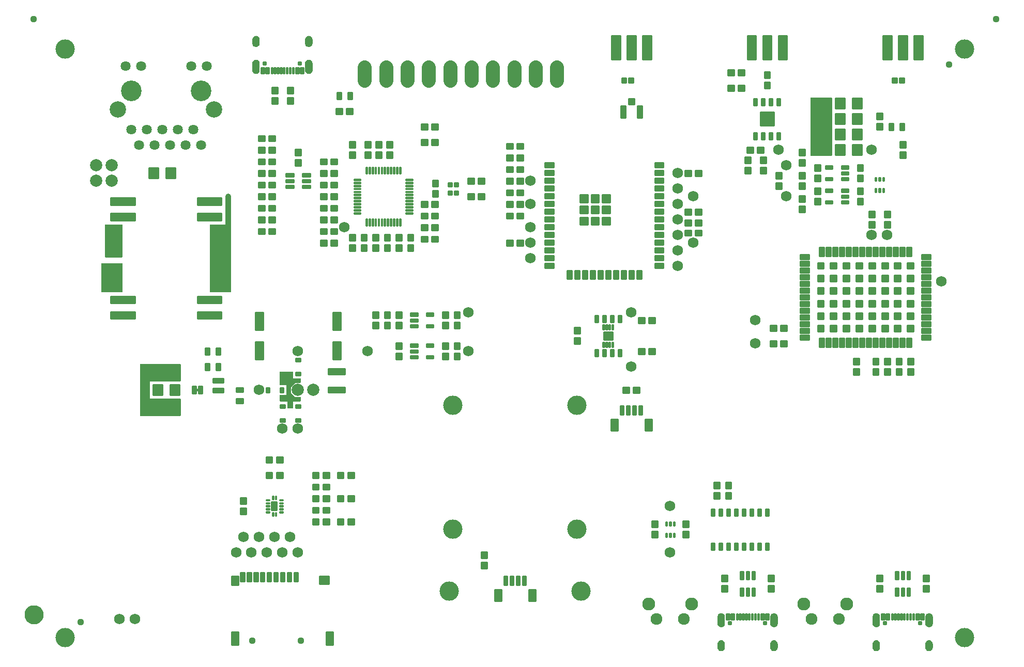
<source format=gts>
G04 EAGLE Gerber RS-274X export*
G75*
%MOMM*%
%FSLAX34Y34*%
%LPD*%
%INSoldermask Top*%
%IPPOS*%
%AMOC8*
5,1,8,0,0,1.08239X$1,22.5*%
G01*
%ADD10C,0.965200*%
%ADD11C,0.225400*%
%ADD12C,0.227100*%
%ADD13C,1.127000*%
%ADD14C,3.175000*%
%ADD15C,0.230578*%
%ADD16C,0.225369*%
%ADD17C,0.777000*%
%ADD18C,0.231559*%
%ADD19C,0.225588*%
%ADD20C,0.229050*%
%ADD21C,0.229969*%
%ADD22C,0.326828*%
%ADD23C,0.225938*%
%ADD24C,0.233119*%
%ADD25C,0.223409*%
%ADD26C,1.727000*%
%ADD27C,0.231750*%
%ADD28C,0.227778*%
%ADD29C,0.224709*%
%ADD30C,0.220859*%
%ADD31C,0.228600*%
%ADD32C,3.377000*%
%ADD33C,2.677000*%
%ADD34C,1.627000*%
%ADD35C,0.224509*%
%ADD36C,0.220319*%
%ADD37C,0.228344*%
%ADD38C,0.219453*%
%ADD39C,2.006600*%
%ADD40C,0.412288*%
%ADD41C,2.327000*%
%ADD42C,1.927000*%
%ADD43C,2.127000*%
%ADD44C,1.270000*%

G36*
X213418Y388883D02*
X213418Y388883D01*
X213476Y388881D01*
X213558Y388903D01*
X213642Y388915D01*
X213695Y388939D01*
X213751Y388953D01*
X213824Y388996D01*
X213901Y389031D01*
X213946Y389069D01*
X213996Y389099D01*
X214054Y389160D01*
X214118Y389215D01*
X214150Y389263D01*
X214190Y389306D01*
X214229Y389381D01*
X214276Y389451D01*
X214293Y389507D01*
X214320Y389559D01*
X214331Y389627D01*
X214361Y389722D01*
X214364Y389822D01*
X214375Y389890D01*
X214375Y416560D01*
X214367Y416618D01*
X214369Y416676D01*
X214347Y416758D01*
X214335Y416842D01*
X214312Y416895D01*
X214297Y416951D01*
X214254Y417024D01*
X214219Y417101D01*
X214181Y417146D01*
X214152Y417196D01*
X214090Y417254D01*
X214036Y417318D01*
X213987Y417350D01*
X213944Y417390D01*
X213869Y417429D01*
X213799Y417476D01*
X213743Y417493D01*
X213691Y417520D01*
X213623Y417531D01*
X213528Y417561D01*
X213428Y417564D01*
X213360Y417575D01*
X163575Y417575D01*
X163575Y446025D01*
X213360Y446025D01*
X213418Y446033D01*
X213476Y446031D01*
X213558Y446053D01*
X213642Y446065D01*
X213695Y446089D01*
X213751Y446103D01*
X213824Y446146D01*
X213901Y446181D01*
X213946Y446219D01*
X213996Y446249D01*
X214054Y446310D01*
X214118Y446365D01*
X214150Y446413D01*
X214190Y446456D01*
X214229Y446531D01*
X214276Y446601D01*
X214293Y446657D01*
X214320Y446709D01*
X214331Y446777D01*
X214361Y446872D01*
X214364Y446972D01*
X214375Y447040D01*
X214375Y473710D01*
X214367Y473768D01*
X214369Y473826D01*
X214347Y473908D01*
X214335Y473992D01*
X214312Y474045D01*
X214297Y474101D01*
X214254Y474174D01*
X214219Y474251D01*
X214181Y474296D01*
X214152Y474346D01*
X214090Y474404D01*
X214036Y474468D01*
X213987Y474500D01*
X213944Y474540D01*
X213869Y474579D01*
X213799Y474626D01*
X213743Y474643D01*
X213691Y474670D01*
X213623Y474681D01*
X213528Y474711D01*
X213428Y474714D01*
X213360Y474725D01*
X148590Y474725D01*
X148532Y474717D01*
X148474Y474719D01*
X148392Y474697D01*
X148309Y474685D01*
X148255Y474662D01*
X148199Y474647D01*
X148126Y474604D01*
X148049Y474569D01*
X148004Y474531D01*
X147954Y474502D01*
X147896Y474440D01*
X147832Y474386D01*
X147800Y474337D01*
X147760Y474294D01*
X147721Y474219D01*
X147675Y474149D01*
X147657Y474093D01*
X147630Y474041D01*
X147619Y473973D01*
X147589Y473878D01*
X147586Y473778D01*
X147575Y473710D01*
X147575Y389890D01*
X147583Y389832D01*
X147581Y389774D01*
X147603Y389692D01*
X147615Y389609D01*
X147639Y389555D01*
X147653Y389499D01*
X147696Y389426D01*
X147731Y389349D01*
X147769Y389304D01*
X147799Y389254D01*
X147860Y389196D01*
X147915Y389132D01*
X147963Y389100D01*
X148006Y389060D01*
X148081Y389021D01*
X148151Y388975D01*
X148207Y388957D01*
X148259Y388930D01*
X148327Y388919D01*
X148422Y388889D01*
X148522Y388886D01*
X148590Y388875D01*
X213360Y388875D01*
X213418Y388883D01*
G37*
G36*
X295968Y592083D02*
X295968Y592083D01*
X296026Y592081D01*
X296108Y592103D01*
X296192Y592115D01*
X296245Y592139D01*
X296301Y592153D01*
X296374Y592196D01*
X296451Y592231D01*
X296496Y592269D01*
X296546Y592299D01*
X296604Y592360D01*
X296668Y592415D01*
X296700Y592463D01*
X296740Y592506D01*
X296779Y592581D01*
X296826Y592651D01*
X296843Y592707D01*
X296870Y592759D01*
X296881Y592827D01*
X296911Y592922D01*
X296914Y593022D01*
X296925Y593090D01*
X296925Y702310D01*
X296917Y702368D01*
X296919Y702426D01*
X296897Y702508D01*
X296885Y702592D01*
X296862Y702645D01*
X296847Y702701D01*
X296804Y702774D01*
X296769Y702851D01*
X296731Y702896D01*
X296702Y702946D01*
X296640Y703004D01*
X296586Y703068D01*
X296537Y703100D01*
X296494Y703140D01*
X296419Y703179D01*
X296349Y703226D01*
X296293Y703243D01*
X296241Y703270D01*
X296173Y703281D01*
X296078Y703311D01*
X295978Y703314D01*
X295910Y703325D01*
X262890Y703325D01*
X262832Y703317D01*
X262774Y703319D01*
X262692Y703297D01*
X262609Y703285D01*
X262555Y703262D01*
X262499Y703247D01*
X262426Y703204D01*
X262349Y703169D01*
X262304Y703131D01*
X262254Y703102D01*
X262196Y703040D01*
X262132Y702986D01*
X262100Y702937D01*
X262060Y702894D01*
X262021Y702819D01*
X261975Y702749D01*
X261957Y702693D01*
X261930Y702641D01*
X261919Y702573D01*
X261889Y702478D01*
X261886Y702378D01*
X261875Y702310D01*
X261875Y593090D01*
X261883Y593032D01*
X261881Y592974D01*
X261903Y592892D01*
X261915Y592809D01*
X261939Y592755D01*
X261953Y592699D01*
X261996Y592626D01*
X262031Y592549D01*
X262069Y592504D01*
X262099Y592454D01*
X262160Y592396D01*
X262215Y592332D01*
X262263Y592300D01*
X262306Y592260D01*
X262381Y592221D01*
X262451Y592175D01*
X262507Y592157D01*
X262559Y592130D01*
X262627Y592119D01*
X262722Y592089D01*
X262822Y592086D01*
X262890Y592075D01*
X295910Y592075D01*
X295968Y592083D01*
G37*
G36*
X1280218Y815603D02*
X1280218Y815603D01*
X1280276Y815601D01*
X1280358Y815623D01*
X1280442Y815635D01*
X1280495Y815659D01*
X1280551Y815673D01*
X1280624Y815716D01*
X1280701Y815751D01*
X1280746Y815789D01*
X1280796Y815819D01*
X1280854Y815880D01*
X1280918Y815935D01*
X1280950Y815983D01*
X1280990Y816026D01*
X1281029Y816101D01*
X1281076Y816171D01*
X1281093Y816227D01*
X1281120Y816279D01*
X1281131Y816347D01*
X1281161Y816442D01*
X1281164Y816542D01*
X1281175Y816610D01*
X1281175Y910590D01*
X1281167Y910648D01*
X1281169Y910706D01*
X1281147Y910788D01*
X1281135Y910872D01*
X1281112Y910925D01*
X1281097Y910981D01*
X1281054Y911054D01*
X1281019Y911131D01*
X1280981Y911176D01*
X1280952Y911226D01*
X1280890Y911284D01*
X1280836Y911348D01*
X1280787Y911380D01*
X1280744Y911420D01*
X1280669Y911459D01*
X1280599Y911506D01*
X1280543Y911523D01*
X1280491Y911550D01*
X1280423Y911561D01*
X1280328Y911591D01*
X1280228Y911594D01*
X1280160Y911605D01*
X1247140Y911605D01*
X1247082Y911597D01*
X1247024Y911599D01*
X1246942Y911577D01*
X1246859Y911565D01*
X1246805Y911542D01*
X1246749Y911527D01*
X1246676Y911484D01*
X1246599Y911449D01*
X1246554Y911411D01*
X1246504Y911382D01*
X1246446Y911320D01*
X1246382Y911266D01*
X1246350Y911217D01*
X1246310Y911174D01*
X1246271Y911099D01*
X1246225Y911029D01*
X1246207Y910973D01*
X1246180Y910921D01*
X1246169Y910853D01*
X1246139Y910758D01*
X1246136Y910658D01*
X1246125Y910590D01*
X1246125Y816610D01*
X1246133Y816552D01*
X1246131Y816494D01*
X1246153Y816412D01*
X1246165Y816329D01*
X1246189Y816275D01*
X1246203Y816219D01*
X1246246Y816146D01*
X1246281Y816069D01*
X1246319Y816024D01*
X1246349Y815974D01*
X1246410Y815916D01*
X1246465Y815852D01*
X1246513Y815820D01*
X1246556Y815780D01*
X1246631Y815741D01*
X1246701Y815695D01*
X1246757Y815677D01*
X1246809Y815650D01*
X1246877Y815639D01*
X1246972Y815609D01*
X1247072Y815606D01*
X1247140Y815595D01*
X1280160Y815595D01*
X1280218Y815603D01*
G37*
G36*
X118168Y592083D02*
X118168Y592083D01*
X118226Y592081D01*
X118308Y592103D01*
X118392Y592115D01*
X118445Y592139D01*
X118501Y592153D01*
X118574Y592196D01*
X118651Y592231D01*
X118696Y592269D01*
X118746Y592299D01*
X118804Y592360D01*
X118868Y592415D01*
X118900Y592463D01*
X118940Y592506D01*
X118979Y592581D01*
X119026Y592651D01*
X119043Y592707D01*
X119070Y592759D01*
X119081Y592827D01*
X119111Y592922D01*
X119114Y593022D01*
X119125Y593090D01*
X119125Y638810D01*
X119118Y638863D01*
X119119Y638893D01*
X119118Y638896D01*
X119119Y638926D01*
X119097Y639008D01*
X119085Y639092D01*
X119062Y639145D01*
X119047Y639201D01*
X119004Y639274D01*
X118969Y639351D01*
X118931Y639396D01*
X118902Y639446D01*
X118840Y639504D01*
X118786Y639568D01*
X118737Y639600D01*
X118694Y639640D01*
X118619Y639679D01*
X118549Y639726D01*
X118493Y639743D01*
X118441Y639770D01*
X118373Y639781D01*
X118278Y639811D01*
X118178Y639814D01*
X118110Y639825D01*
X85090Y639825D01*
X85032Y639817D01*
X84974Y639819D01*
X84892Y639797D01*
X84809Y639785D01*
X84755Y639762D01*
X84699Y639747D01*
X84626Y639704D01*
X84549Y639669D01*
X84504Y639631D01*
X84454Y639602D01*
X84396Y639540D01*
X84332Y639486D01*
X84300Y639437D01*
X84260Y639394D01*
X84221Y639319D01*
X84175Y639249D01*
X84157Y639193D01*
X84130Y639141D01*
X84119Y639073D01*
X84089Y638978D01*
X84086Y638878D01*
X84075Y638810D01*
X84075Y593090D01*
X84083Y593032D01*
X84081Y592974D01*
X84103Y592892D01*
X84115Y592809D01*
X84139Y592755D01*
X84153Y592699D01*
X84196Y592626D01*
X84231Y592549D01*
X84269Y592504D01*
X84299Y592454D01*
X84360Y592396D01*
X84415Y592332D01*
X84463Y592300D01*
X84506Y592260D01*
X84581Y592221D01*
X84651Y592175D01*
X84707Y592157D01*
X84759Y592130D01*
X84827Y592119D01*
X84922Y592089D01*
X85022Y592086D01*
X85090Y592075D01*
X118110Y592075D01*
X118168Y592083D01*
G37*
G36*
X118168Y649233D02*
X118168Y649233D01*
X118226Y649231D01*
X118308Y649253D01*
X118392Y649265D01*
X118445Y649289D01*
X118501Y649303D01*
X118574Y649346D01*
X118651Y649381D01*
X118696Y649419D01*
X118746Y649449D01*
X118804Y649510D01*
X118868Y649565D01*
X118900Y649613D01*
X118940Y649656D01*
X118979Y649731D01*
X119026Y649801D01*
X119043Y649857D01*
X119070Y649909D01*
X119081Y649977D01*
X119111Y650072D01*
X119114Y650172D01*
X119125Y650240D01*
X119125Y702310D01*
X119117Y702368D01*
X119119Y702426D01*
X119097Y702508D01*
X119085Y702592D01*
X119062Y702645D01*
X119047Y702701D01*
X119004Y702774D01*
X118969Y702851D01*
X118931Y702896D01*
X118902Y702946D01*
X118840Y703004D01*
X118786Y703068D01*
X118737Y703100D01*
X118694Y703140D01*
X118619Y703179D01*
X118549Y703226D01*
X118493Y703243D01*
X118441Y703270D01*
X118373Y703281D01*
X118278Y703311D01*
X118178Y703314D01*
X118110Y703325D01*
X91440Y703325D01*
X91382Y703317D01*
X91324Y703319D01*
X91242Y703297D01*
X91159Y703285D01*
X91105Y703262D01*
X91049Y703247D01*
X90976Y703204D01*
X90899Y703169D01*
X90854Y703131D01*
X90804Y703102D01*
X90746Y703040D01*
X90682Y702986D01*
X90650Y702937D01*
X90610Y702894D01*
X90571Y702819D01*
X90525Y702749D01*
X90507Y702693D01*
X90480Y702641D01*
X90469Y702573D01*
X90439Y702478D01*
X90436Y702378D01*
X90425Y702310D01*
X90425Y650240D01*
X90433Y650182D01*
X90431Y650124D01*
X90453Y650042D01*
X90465Y649959D01*
X90489Y649905D01*
X90503Y649849D01*
X90546Y649776D01*
X90581Y649699D01*
X90619Y649654D01*
X90649Y649604D01*
X90710Y649546D01*
X90765Y649482D01*
X90813Y649450D01*
X90856Y649410D01*
X90931Y649371D01*
X91001Y649325D01*
X91057Y649307D01*
X91109Y649280D01*
X91177Y649269D01*
X91272Y649239D01*
X91372Y649236D01*
X91440Y649225D01*
X118110Y649225D01*
X118168Y649233D01*
G37*
G36*
X397568Y401583D02*
X397568Y401583D01*
X397626Y401581D01*
X397708Y401603D01*
X397792Y401615D01*
X397845Y401639D01*
X397901Y401653D01*
X397974Y401696D01*
X398051Y401731D01*
X398096Y401769D01*
X398146Y401799D01*
X398204Y401860D01*
X398268Y401915D01*
X398300Y401963D01*
X398340Y402006D01*
X398379Y402081D01*
X398426Y402151D01*
X398443Y402207D01*
X398470Y402259D01*
X398481Y402327D01*
X398511Y402422D01*
X398514Y402522D01*
X398525Y402590D01*
X398525Y413005D01*
X410210Y413005D01*
X410268Y413013D01*
X410326Y413011D01*
X410408Y413033D01*
X410492Y413045D01*
X410545Y413069D01*
X410601Y413083D01*
X410674Y413126D01*
X410751Y413161D01*
X410796Y413199D01*
X410846Y413229D01*
X410904Y413290D01*
X410968Y413345D01*
X411000Y413393D01*
X411040Y413436D01*
X411079Y413511D01*
X411126Y413581D01*
X411143Y413637D01*
X411170Y413689D01*
X411181Y413757D01*
X411211Y413852D01*
X411214Y413952D01*
X411225Y414020D01*
X411225Y419100D01*
X411217Y419158D01*
X411219Y419216D01*
X411197Y419298D01*
X411185Y419382D01*
X411162Y419435D01*
X411147Y419491D01*
X411104Y419564D01*
X411069Y419641D01*
X411031Y419686D01*
X411002Y419736D01*
X410940Y419794D01*
X410886Y419858D01*
X410837Y419890D01*
X410794Y419930D01*
X410719Y419969D01*
X410649Y420016D01*
X410593Y420033D01*
X410541Y420060D01*
X410473Y420071D01*
X410378Y420101D01*
X410278Y420104D01*
X410210Y420115D01*
X401741Y420115D01*
X394715Y427141D01*
X394715Y436460D01*
X401741Y443485D01*
X410210Y443485D01*
X410268Y443493D01*
X410326Y443491D01*
X410408Y443513D01*
X410492Y443525D01*
X410545Y443549D01*
X410601Y443563D01*
X410674Y443606D01*
X410751Y443641D01*
X410796Y443679D01*
X410846Y443709D01*
X410904Y443770D01*
X410968Y443825D01*
X411000Y443873D01*
X411040Y443916D01*
X411079Y443991D01*
X411126Y444061D01*
X411143Y444117D01*
X411170Y444169D01*
X411181Y444237D01*
X411211Y444332D01*
X411214Y444432D01*
X411225Y444500D01*
X411225Y449580D01*
X411217Y449638D01*
X411219Y449696D01*
X411197Y449778D01*
X411185Y449862D01*
X411162Y449915D01*
X411147Y449971D01*
X411104Y450044D01*
X411069Y450121D01*
X411031Y450166D01*
X411002Y450216D01*
X410940Y450274D01*
X410886Y450338D01*
X410837Y450370D01*
X410794Y450410D01*
X410719Y450449D01*
X410649Y450496D01*
X410593Y450513D01*
X410541Y450540D01*
X410473Y450551D01*
X410378Y450581D01*
X410278Y450584D01*
X410210Y450595D01*
X398525Y450595D01*
X398525Y461010D01*
X398517Y461068D01*
X398519Y461126D01*
X398497Y461208D01*
X398485Y461292D01*
X398462Y461345D01*
X398447Y461401D01*
X398404Y461474D01*
X398369Y461551D01*
X398331Y461596D01*
X398302Y461646D01*
X398240Y461704D01*
X398186Y461768D01*
X398137Y461800D01*
X398094Y461840D01*
X398019Y461879D01*
X397949Y461926D01*
X397893Y461943D01*
X397841Y461970D01*
X397773Y461981D01*
X397678Y462011D01*
X397578Y462014D01*
X397510Y462025D01*
X377190Y462025D01*
X377132Y462017D01*
X377074Y462019D01*
X376992Y461997D01*
X376909Y461985D01*
X376855Y461962D01*
X376799Y461947D01*
X376726Y461904D01*
X376649Y461869D01*
X376604Y461831D01*
X376554Y461802D01*
X376496Y461740D01*
X376432Y461686D01*
X376400Y461637D01*
X376360Y461594D01*
X376321Y461519D01*
X376275Y461449D01*
X376257Y461393D01*
X376230Y461341D01*
X376219Y461273D01*
X376189Y461178D01*
X376186Y461078D01*
X376175Y461010D01*
X376175Y440690D01*
X376183Y440632D01*
X376181Y440574D01*
X376203Y440492D01*
X376215Y440409D01*
X376239Y440355D01*
X376253Y440299D01*
X376296Y440226D01*
X376331Y440149D01*
X376369Y440104D01*
X376399Y440054D01*
X376460Y439996D01*
X376515Y439932D01*
X376563Y439900D01*
X376606Y439860D01*
X376681Y439821D01*
X376751Y439775D01*
X376807Y439757D01*
X376859Y439730D01*
X376927Y439719D01*
X377022Y439689D01*
X377122Y439686D01*
X377190Y439675D01*
X387605Y439675D01*
X387605Y423925D01*
X377190Y423925D01*
X377132Y423917D01*
X377074Y423919D01*
X376992Y423897D01*
X376909Y423885D01*
X376855Y423862D01*
X376799Y423847D01*
X376726Y423804D01*
X376649Y423769D01*
X376604Y423731D01*
X376554Y423702D01*
X376496Y423640D01*
X376432Y423586D01*
X376400Y423537D01*
X376360Y423494D01*
X376321Y423419D01*
X376275Y423349D01*
X376257Y423293D01*
X376230Y423241D01*
X376219Y423173D01*
X376189Y423078D01*
X376186Y422978D01*
X376175Y422910D01*
X376175Y414020D01*
X376183Y413962D01*
X376181Y413904D01*
X376203Y413822D01*
X376215Y413739D01*
X376239Y413685D01*
X376253Y413629D01*
X376296Y413556D01*
X376331Y413479D01*
X376369Y413434D01*
X376399Y413384D01*
X376460Y413326D01*
X376515Y413262D01*
X376563Y413230D01*
X376606Y413190D01*
X376681Y413151D01*
X376751Y413105D01*
X376807Y413087D01*
X376859Y413060D01*
X376927Y413049D01*
X377022Y413019D01*
X377122Y413016D01*
X377190Y413005D01*
X388875Y413005D01*
X388875Y402590D01*
X388883Y402532D01*
X388881Y402474D01*
X388903Y402392D01*
X388915Y402309D01*
X388939Y402255D01*
X388953Y402199D01*
X388996Y402126D01*
X389031Y402049D01*
X389069Y402004D01*
X389099Y401954D01*
X389160Y401896D01*
X389215Y401832D01*
X389263Y401800D01*
X389306Y401760D01*
X389381Y401721D01*
X389451Y401675D01*
X389507Y401657D01*
X389559Y401630D01*
X389627Y401619D01*
X389722Y401589D01*
X389822Y401586D01*
X389890Y401575D01*
X397510Y401575D01*
X397568Y401583D01*
G37*
G36*
X338934Y950168D02*
X338934Y950168D01*
X338939Y950173D01*
X338943Y950169D01*
X340040Y950456D01*
X340044Y950462D01*
X340049Y950459D01*
X341068Y950954D01*
X341071Y950960D01*
X341076Y950959D01*
X341979Y951643D01*
X341981Y951650D01*
X341986Y951650D01*
X342739Y952497D01*
X342739Y952504D01*
X342744Y952505D01*
X343317Y953482D01*
X343316Y953485D01*
X343317Y953486D01*
X343316Y953487D01*
X343316Y953489D01*
X343321Y953491D01*
X343692Y954562D01*
X343690Y954567D01*
X343693Y954569D01*
X343692Y954570D01*
X343694Y954571D01*
X343849Y955693D01*
X343846Y955698D01*
X343849Y955700D01*
X343849Y967700D01*
X343846Y967705D01*
X343849Y967708D01*
X343644Y968975D01*
X343638Y968981D01*
X343641Y968986D01*
X343159Y970175D01*
X343152Y970179D01*
X343154Y970185D01*
X342420Y971238D01*
X342412Y971240D01*
X342413Y971246D01*
X341463Y972109D01*
X341454Y972110D01*
X341454Y972115D01*
X340335Y972745D01*
X340327Y972744D01*
X340325Y972750D01*
X339095Y973115D01*
X339087Y973112D01*
X339084Y973117D01*
X337803Y973199D01*
X337797Y973199D01*
X336516Y973117D01*
X336510Y973111D01*
X336505Y973115D01*
X335275Y972750D01*
X335270Y972743D01*
X335265Y972745D01*
X334146Y972115D01*
X334143Y972108D01*
X334137Y972109D01*
X333187Y971246D01*
X333186Y971238D01*
X333180Y971238D01*
X332446Y970185D01*
X332446Y970177D01*
X332441Y970175D01*
X331959Y968986D01*
X331961Y968980D01*
X331957Y968977D01*
X331958Y968976D01*
X331956Y968975D01*
X331751Y967708D01*
X331754Y967703D01*
X331751Y967700D01*
X331751Y955700D01*
X331754Y955696D01*
X331751Y955693D01*
X331906Y954571D01*
X331911Y954566D01*
X331908Y954562D01*
X332279Y953491D01*
X332285Y953487D01*
X332283Y953482D01*
X332856Y952505D01*
X332862Y952502D01*
X332861Y952497D01*
X333614Y951650D01*
X333621Y951648D01*
X333621Y951643D01*
X334524Y950959D01*
X334531Y950959D01*
X334532Y950954D01*
X335551Y950459D01*
X335558Y950461D01*
X335560Y950456D01*
X336657Y950169D01*
X336663Y950172D01*
X336666Y950168D01*
X337797Y950101D01*
X337801Y950103D01*
X337803Y950101D01*
X338934Y950168D01*
G37*
G36*
X425334Y950168D02*
X425334Y950168D01*
X425339Y950173D01*
X425343Y950169D01*
X426440Y950456D01*
X426444Y950462D01*
X426449Y950459D01*
X427468Y950954D01*
X427471Y950960D01*
X427476Y950959D01*
X428379Y951643D01*
X428381Y951650D01*
X428386Y951650D01*
X429139Y952497D01*
X429139Y952504D01*
X429144Y952505D01*
X429717Y953482D01*
X429716Y953485D01*
X429717Y953486D01*
X429716Y953487D01*
X429716Y953489D01*
X429721Y953491D01*
X430092Y954562D01*
X430090Y954567D01*
X430093Y954569D01*
X430092Y954570D01*
X430094Y954571D01*
X430249Y955693D01*
X430246Y955698D01*
X430249Y955700D01*
X430249Y967700D01*
X430246Y967705D01*
X430249Y967708D01*
X430044Y968975D01*
X430038Y968981D01*
X430041Y968986D01*
X429559Y970175D01*
X429552Y970179D01*
X429554Y970185D01*
X428820Y971238D01*
X428812Y971240D01*
X428813Y971246D01*
X427863Y972109D01*
X427854Y972110D01*
X427854Y972115D01*
X426735Y972745D01*
X426727Y972744D01*
X426725Y972750D01*
X425495Y973115D01*
X425487Y973112D01*
X425484Y973117D01*
X424203Y973199D01*
X424197Y973199D01*
X422916Y973117D01*
X422910Y973111D01*
X422905Y973115D01*
X421675Y972750D01*
X421670Y972743D01*
X421665Y972745D01*
X420546Y972115D01*
X420543Y972108D01*
X420537Y972109D01*
X419587Y971246D01*
X419586Y971238D01*
X419580Y971238D01*
X418846Y970185D01*
X418846Y970177D01*
X418841Y970175D01*
X418359Y968986D01*
X418361Y968980D01*
X418357Y968977D01*
X418358Y968976D01*
X418356Y968975D01*
X418151Y967708D01*
X418154Y967703D01*
X418151Y967700D01*
X418151Y955700D01*
X418154Y955696D01*
X418151Y955693D01*
X418306Y954571D01*
X418311Y954566D01*
X418308Y954562D01*
X418679Y953491D01*
X418685Y953487D01*
X418683Y953482D01*
X419256Y952505D01*
X419262Y952502D01*
X419261Y952497D01*
X420014Y951650D01*
X420021Y951648D01*
X420021Y951643D01*
X420924Y950959D01*
X420931Y950959D01*
X420932Y950954D01*
X421951Y950459D01*
X421958Y950461D01*
X421960Y950456D01*
X423057Y950169D01*
X423063Y950172D01*
X423066Y950168D01*
X424197Y950101D01*
X424201Y950103D01*
X424203Y950101D01*
X425334Y950168D01*
G37*
G36*
X1187484Y42883D02*
X1187484Y42883D01*
X1187490Y42889D01*
X1187495Y42885D01*
X1188725Y43250D01*
X1188730Y43257D01*
X1188735Y43255D01*
X1189854Y43885D01*
X1189857Y43892D01*
X1189863Y43891D01*
X1190813Y44754D01*
X1190814Y44762D01*
X1190820Y44762D01*
X1191554Y45815D01*
X1191554Y45823D01*
X1191559Y45825D01*
X1192041Y47015D01*
X1192039Y47020D01*
X1192043Y47023D01*
X1192042Y47024D01*
X1192044Y47025D01*
X1192249Y48292D01*
X1192246Y48297D01*
X1192249Y48300D01*
X1192249Y60300D01*
X1192246Y60304D01*
X1192249Y60307D01*
X1192094Y61429D01*
X1192089Y61434D01*
X1192092Y61438D01*
X1191721Y62509D01*
X1191715Y62513D01*
X1191717Y62518D01*
X1191144Y63495D01*
X1191138Y63498D01*
X1191139Y63503D01*
X1190386Y64350D01*
X1190379Y64352D01*
X1190379Y64357D01*
X1189476Y65041D01*
X1189469Y65041D01*
X1189468Y65046D01*
X1188449Y65541D01*
X1188442Y65539D01*
X1188440Y65544D01*
X1187343Y65831D01*
X1187337Y65828D01*
X1187334Y65832D01*
X1186203Y65899D01*
X1186197Y65899D01*
X1185066Y65832D01*
X1185061Y65827D01*
X1185057Y65831D01*
X1183960Y65544D01*
X1183956Y65538D01*
X1183951Y65541D01*
X1182932Y65046D01*
X1182929Y65040D01*
X1182924Y65041D01*
X1182021Y64357D01*
X1182019Y64350D01*
X1182014Y64350D01*
X1181261Y63503D01*
X1181261Y63496D01*
X1181256Y63495D01*
X1180683Y62518D01*
X1180684Y62515D01*
X1180683Y62514D01*
X1180684Y62513D01*
X1180684Y62511D01*
X1180679Y62509D01*
X1180308Y61438D01*
X1180310Y61433D01*
X1180307Y61431D01*
X1180307Y61430D01*
X1180306Y61429D01*
X1180151Y60307D01*
X1180154Y60302D01*
X1180151Y60300D01*
X1180151Y48300D01*
X1180154Y48295D01*
X1180151Y48292D01*
X1180356Y47025D01*
X1180362Y47019D01*
X1180359Y47015D01*
X1180841Y45825D01*
X1180848Y45821D01*
X1180846Y45815D01*
X1181580Y44762D01*
X1181588Y44760D01*
X1181587Y44754D01*
X1182537Y43891D01*
X1182546Y43890D01*
X1182546Y43885D01*
X1183665Y43255D01*
X1183673Y43256D01*
X1183675Y43250D01*
X1184905Y42885D01*
X1184913Y42888D01*
X1184916Y42883D01*
X1186197Y42801D01*
X1186201Y42804D01*
X1186203Y42801D01*
X1187484Y42883D01*
G37*
G36*
X1101084Y42883D02*
X1101084Y42883D01*
X1101090Y42889D01*
X1101095Y42885D01*
X1102325Y43250D01*
X1102330Y43257D01*
X1102335Y43255D01*
X1103454Y43885D01*
X1103457Y43892D01*
X1103463Y43891D01*
X1104413Y44754D01*
X1104414Y44762D01*
X1104420Y44762D01*
X1105154Y45815D01*
X1105154Y45823D01*
X1105159Y45825D01*
X1105641Y47015D01*
X1105639Y47020D01*
X1105643Y47023D01*
X1105642Y47024D01*
X1105644Y47025D01*
X1105849Y48292D01*
X1105846Y48297D01*
X1105849Y48300D01*
X1105849Y60300D01*
X1105846Y60304D01*
X1105849Y60307D01*
X1105694Y61429D01*
X1105689Y61434D01*
X1105692Y61438D01*
X1105321Y62509D01*
X1105315Y62513D01*
X1105317Y62518D01*
X1104744Y63495D01*
X1104738Y63498D01*
X1104739Y63503D01*
X1103986Y64350D01*
X1103979Y64352D01*
X1103979Y64357D01*
X1103076Y65041D01*
X1103069Y65041D01*
X1103068Y65046D01*
X1102049Y65541D01*
X1102042Y65539D01*
X1102040Y65544D01*
X1100943Y65831D01*
X1100937Y65828D01*
X1100934Y65832D01*
X1099803Y65899D01*
X1099797Y65899D01*
X1098666Y65832D01*
X1098661Y65827D01*
X1098657Y65831D01*
X1097560Y65544D01*
X1097556Y65538D01*
X1097551Y65541D01*
X1096532Y65046D01*
X1096529Y65040D01*
X1096524Y65041D01*
X1095621Y64357D01*
X1095619Y64350D01*
X1095614Y64350D01*
X1094861Y63503D01*
X1094861Y63496D01*
X1094856Y63495D01*
X1094283Y62518D01*
X1094284Y62515D01*
X1094283Y62514D01*
X1094284Y62513D01*
X1094284Y62511D01*
X1094279Y62509D01*
X1093908Y61438D01*
X1093910Y61433D01*
X1093907Y61431D01*
X1093907Y61430D01*
X1093906Y61429D01*
X1093751Y60307D01*
X1093754Y60302D01*
X1093751Y60300D01*
X1093751Y48300D01*
X1093754Y48295D01*
X1093751Y48292D01*
X1093956Y47025D01*
X1093962Y47019D01*
X1093959Y47015D01*
X1094441Y45825D01*
X1094448Y45821D01*
X1094446Y45815D01*
X1095180Y44762D01*
X1095188Y44760D01*
X1095187Y44754D01*
X1096137Y43891D01*
X1096146Y43890D01*
X1096146Y43885D01*
X1097265Y43255D01*
X1097273Y43256D01*
X1097275Y43250D01*
X1098505Y42885D01*
X1098513Y42888D01*
X1098516Y42883D01*
X1099797Y42801D01*
X1099801Y42804D01*
X1099803Y42801D01*
X1101084Y42883D01*
G37*
G36*
X1441484Y42883D02*
X1441484Y42883D01*
X1441490Y42889D01*
X1441495Y42885D01*
X1442725Y43250D01*
X1442730Y43257D01*
X1442735Y43255D01*
X1443854Y43885D01*
X1443857Y43892D01*
X1443863Y43891D01*
X1444813Y44754D01*
X1444814Y44762D01*
X1444820Y44762D01*
X1445554Y45815D01*
X1445554Y45823D01*
X1445559Y45825D01*
X1446041Y47015D01*
X1446039Y47020D01*
X1446043Y47023D01*
X1446042Y47024D01*
X1446044Y47025D01*
X1446249Y48292D01*
X1446246Y48297D01*
X1446249Y48300D01*
X1446249Y60300D01*
X1446246Y60304D01*
X1446249Y60307D01*
X1446094Y61429D01*
X1446089Y61434D01*
X1446092Y61438D01*
X1445721Y62509D01*
X1445715Y62513D01*
X1445717Y62518D01*
X1445144Y63495D01*
X1445138Y63498D01*
X1445139Y63503D01*
X1444386Y64350D01*
X1444379Y64352D01*
X1444379Y64357D01*
X1443476Y65041D01*
X1443469Y65041D01*
X1443468Y65046D01*
X1442449Y65541D01*
X1442442Y65539D01*
X1442440Y65544D01*
X1441343Y65831D01*
X1441337Y65828D01*
X1441334Y65832D01*
X1440203Y65899D01*
X1440197Y65899D01*
X1439066Y65832D01*
X1439061Y65827D01*
X1439057Y65831D01*
X1437960Y65544D01*
X1437956Y65538D01*
X1437951Y65541D01*
X1436932Y65046D01*
X1436929Y65040D01*
X1436924Y65041D01*
X1436021Y64357D01*
X1436019Y64350D01*
X1436014Y64350D01*
X1435261Y63503D01*
X1435261Y63496D01*
X1435256Y63495D01*
X1434683Y62518D01*
X1434684Y62515D01*
X1434683Y62514D01*
X1434684Y62513D01*
X1434684Y62511D01*
X1434679Y62509D01*
X1434308Y61438D01*
X1434310Y61433D01*
X1434307Y61431D01*
X1434307Y61430D01*
X1434306Y61429D01*
X1434151Y60307D01*
X1434154Y60302D01*
X1434151Y60300D01*
X1434151Y48300D01*
X1434154Y48295D01*
X1434151Y48292D01*
X1434356Y47025D01*
X1434362Y47019D01*
X1434359Y47015D01*
X1434841Y45825D01*
X1434848Y45821D01*
X1434846Y45815D01*
X1435580Y44762D01*
X1435588Y44760D01*
X1435587Y44754D01*
X1436537Y43891D01*
X1436546Y43890D01*
X1436546Y43885D01*
X1437665Y43255D01*
X1437673Y43256D01*
X1437675Y43250D01*
X1438905Y42885D01*
X1438913Y42888D01*
X1438916Y42883D01*
X1440197Y42801D01*
X1440201Y42804D01*
X1440203Y42801D01*
X1441484Y42883D01*
G37*
G36*
X1355084Y42883D02*
X1355084Y42883D01*
X1355090Y42889D01*
X1355095Y42885D01*
X1356325Y43250D01*
X1356330Y43257D01*
X1356335Y43255D01*
X1357454Y43885D01*
X1357457Y43892D01*
X1357463Y43891D01*
X1358413Y44754D01*
X1358414Y44762D01*
X1358420Y44762D01*
X1359154Y45815D01*
X1359154Y45823D01*
X1359159Y45825D01*
X1359641Y47015D01*
X1359639Y47020D01*
X1359643Y47023D01*
X1359642Y47024D01*
X1359644Y47025D01*
X1359849Y48292D01*
X1359846Y48297D01*
X1359849Y48300D01*
X1359849Y60300D01*
X1359846Y60304D01*
X1359849Y60307D01*
X1359694Y61429D01*
X1359689Y61434D01*
X1359692Y61438D01*
X1359321Y62509D01*
X1359315Y62513D01*
X1359317Y62518D01*
X1358744Y63495D01*
X1358738Y63498D01*
X1358739Y63503D01*
X1357986Y64350D01*
X1357979Y64352D01*
X1357979Y64357D01*
X1357076Y65041D01*
X1357069Y65041D01*
X1357068Y65046D01*
X1356049Y65541D01*
X1356042Y65539D01*
X1356040Y65544D01*
X1354943Y65831D01*
X1354937Y65828D01*
X1354934Y65832D01*
X1353803Y65899D01*
X1353797Y65899D01*
X1352666Y65832D01*
X1352661Y65827D01*
X1352657Y65831D01*
X1351560Y65544D01*
X1351556Y65538D01*
X1351551Y65541D01*
X1350532Y65046D01*
X1350529Y65040D01*
X1350524Y65041D01*
X1349621Y64357D01*
X1349619Y64350D01*
X1349614Y64350D01*
X1348861Y63503D01*
X1348861Y63496D01*
X1348856Y63495D01*
X1348283Y62518D01*
X1348284Y62515D01*
X1348283Y62514D01*
X1348284Y62513D01*
X1348284Y62511D01*
X1348279Y62509D01*
X1347908Y61438D01*
X1347910Y61433D01*
X1347907Y61431D01*
X1347907Y61430D01*
X1347906Y61429D01*
X1347751Y60307D01*
X1347754Y60302D01*
X1347751Y60300D01*
X1347751Y48300D01*
X1347754Y48295D01*
X1347751Y48292D01*
X1347956Y47025D01*
X1347962Y47019D01*
X1347959Y47015D01*
X1348441Y45825D01*
X1348448Y45821D01*
X1348446Y45815D01*
X1349180Y44762D01*
X1349188Y44760D01*
X1349187Y44754D01*
X1350137Y43891D01*
X1350146Y43890D01*
X1350146Y43885D01*
X1351265Y43255D01*
X1351273Y43256D01*
X1351275Y43250D01*
X1352505Y42885D01*
X1352513Y42888D01*
X1352516Y42883D01*
X1353797Y42801D01*
X1353801Y42804D01*
X1353803Y42801D01*
X1355084Y42883D01*
G37*
G36*
X1441371Y3611D02*
X1441371Y3611D01*
X1441376Y3616D01*
X1441380Y3613D01*
X1442503Y3948D01*
X1442507Y3954D01*
X1442511Y3952D01*
X1443547Y4500D01*
X1443550Y4506D01*
X1443555Y4505D01*
X1444463Y5244D01*
X1444465Y5251D01*
X1444470Y5251D01*
X1445217Y6153D01*
X1445217Y6161D01*
X1445223Y6161D01*
X1445779Y7192D01*
X1445778Y7199D01*
X1445783Y7201D01*
X1446127Y8320D01*
X1446125Y8327D01*
X1446129Y8330D01*
X1446249Y9495D01*
X1446247Y9498D01*
X1446249Y9500D01*
X1446249Y15500D01*
X1446247Y15503D01*
X1446249Y15505D01*
X1446138Y16681D01*
X1446133Y16686D01*
X1446136Y16690D01*
X1445798Y17822D01*
X1445792Y17826D01*
X1445794Y17831D01*
X1445242Y18875D01*
X1445235Y18878D01*
X1445237Y18883D01*
X1444491Y19799D01*
X1444484Y19800D01*
X1444484Y19806D01*
X1443575Y20559D01*
X1443567Y20559D01*
X1443567Y20564D01*
X1442527Y21125D01*
X1442520Y21124D01*
X1442518Y21129D01*
X1441389Y21476D01*
X1441383Y21474D01*
X1441380Y21478D01*
X1440205Y21599D01*
X1440198Y21595D01*
X1440194Y21599D01*
X1438854Y21442D01*
X1438848Y21437D01*
X1438843Y21440D01*
X1437572Y20989D01*
X1437567Y20982D01*
X1437562Y20984D01*
X1436423Y20262D01*
X1436420Y20254D01*
X1436414Y20255D01*
X1435464Y19297D01*
X1435463Y19289D01*
X1435457Y19288D01*
X1434744Y18143D01*
X1434745Y18135D01*
X1434739Y18133D01*
X1434299Y16857D01*
X1434301Y16850D01*
X1434297Y16847D01*
X1434151Y15505D01*
X1434153Y15502D01*
X1434151Y15500D01*
X1434151Y9500D01*
X1434153Y9497D01*
X1434151Y9494D01*
X1434306Y8165D01*
X1434312Y8159D01*
X1434309Y8155D01*
X1434756Y6894D01*
X1434763Y6889D01*
X1434761Y6884D01*
X1435478Y5754D01*
X1435485Y5751D01*
X1435484Y5745D01*
X1436435Y4803D01*
X1436443Y4802D01*
X1436443Y4796D01*
X1437579Y4089D01*
X1437587Y4090D01*
X1437589Y4084D01*
X1438854Y3648D01*
X1438859Y3649D01*
X1438860Y3649D01*
X1438863Y3649D01*
X1438865Y3645D01*
X1440195Y3501D01*
X1440201Y3505D01*
X1440205Y3501D01*
X1441371Y3611D01*
G37*
G36*
X1354971Y3611D02*
X1354971Y3611D01*
X1354976Y3616D01*
X1354980Y3613D01*
X1356103Y3948D01*
X1356107Y3954D01*
X1356111Y3952D01*
X1357147Y4500D01*
X1357150Y4506D01*
X1357155Y4505D01*
X1358063Y5244D01*
X1358065Y5251D01*
X1358070Y5251D01*
X1358817Y6153D01*
X1358817Y6161D01*
X1358823Y6161D01*
X1359379Y7192D01*
X1359378Y7199D01*
X1359383Y7201D01*
X1359727Y8320D01*
X1359725Y8327D01*
X1359729Y8330D01*
X1359849Y9495D01*
X1359847Y9498D01*
X1359849Y9500D01*
X1359849Y15500D01*
X1359847Y15503D01*
X1359849Y15505D01*
X1359738Y16681D01*
X1359733Y16686D01*
X1359736Y16690D01*
X1359398Y17822D01*
X1359392Y17826D01*
X1359394Y17831D01*
X1358842Y18875D01*
X1358835Y18878D01*
X1358837Y18883D01*
X1358091Y19799D01*
X1358084Y19800D01*
X1358084Y19806D01*
X1357175Y20559D01*
X1357167Y20559D01*
X1357167Y20564D01*
X1356127Y21125D01*
X1356120Y21124D01*
X1356118Y21129D01*
X1354989Y21476D01*
X1354983Y21474D01*
X1354980Y21478D01*
X1353805Y21599D01*
X1353798Y21595D01*
X1353794Y21599D01*
X1352454Y21442D01*
X1352448Y21437D01*
X1352443Y21440D01*
X1351172Y20989D01*
X1351167Y20982D01*
X1351162Y20984D01*
X1350023Y20262D01*
X1350020Y20254D01*
X1350014Y20255D01*
X1349064Y19297D01*
X1349063Y19289D01*
X1349057Y19288D01*
X1348344Y18143D01*
X1348345Y18135D01*
X1348339Y18133D01*
X1347899Y16857D01*
X1347901Y16850D01*
X1347897Y16847D01*
X1347751Y15505D01*
X1347753Y15502D01*
X1347751Y15500D01*
X1347751Y9500D01*
X1347753Y9497D01*
X1347751Y9494D01*
X1347906Y8165D01*
X1347912Y8159D01*
X1347909Y8155D01*
X1348356Y6894D01*
X1348363Y6889D01*
X1348361Y6884D01*
X1349078Y5754D01*
X1349085Y5751D01*
X1349084Y5745D01*
X1350035Y4803D01*
X1350043Y4802D01*
X1350043Y4796D01*
X1351179Y4089D01*
X1351187Y4090D01*
X1351189Y4084D01*
X1352454Y3648D01*
X1352459Y3649D01*
X1352460Y3649D01*
X1352463Y3649D01*
X1352465Y3645D01*
X1353795Y3501D01*
X1353801Y3505D01*
X1353805Y3501D01*
X1354971Y3611D01*
G37*
G36*
X1100971Y3611D02*
X1100971Y3611D01*
X1100976Y3616D01*
X1100980Y3613D01*
X1102103Y3948D01*
X1102107Y3954D01*
X1102111Y3952D01*
X1103147Y4500D01*
X1103150Y4506D01*
X1103155Y4505D01*
X1104063Y5244D01*
X1104065Y5251D01*
X1104070Y5251D01*
X1104817Y6153D01*
X1104817Y6161D01*
X1104823Y6161D01*
X1105379Y7192D01*
X1105378Y7199D01*
X1105383Y7201D01*
X1105727Y8320D01*
X1105725Y8327D01*
X1105729Y8330D01*
X1105849Y9495D01*
X1105847Y9498D01*
X1105849Y9500D01*
X1105849Y15500D01*
X1105847Y15503D01*
X1105849Y15505D01*
X1105738Y16681D01*
X1105733Y16686D01*
X1105736Y16690D01*
X1105398Y17822D01*
X1105392Y17826D01*
X1105394Y17831D01*
X1104842Y18875D01*
X1104835Y18878D01*
X1104837Y18883D01*
X1104091Y19799D01*
X1104084Y19800D01*
X1104084Y19806D01*
X1103175Y20559D01*
X1103167Y20559D01*
X1103167Y20564D01*
X1102127Y21125D01*
X1102120Y21124D01*
X1102118Y21129D01*
X1100989Y21476D01*
X1100983Y21474D01*
X1100980Y21478D01*
X1099805Y21599D01*
X1099798Y21595D01*
X1099794Y21599D01*
X1098454Y21442D01*
X1098448Y21437D01*
X1098443Y21440D01*
X1097172Y20989D01*
X1097167Y20982D01*
X1097162Y20984D01*
X1096023Y20262D01*
X1096020Y20254D01*
X1096014Y20255D01*
X1095064Y19297D01*
X1095063Y19289D01*
X1095057Y19288D01*
X1094344Y18143D01*
X1094345Y18135D01*
X1094339Y18133D01*
X1093899Y16857D01*
X1093901Y16850D01*
X1093897Y16847D01*
X1093751Y15505D01*
X1093753Y15502D01*
X1093751Y15500D01*
X1093751Y9500D01*
X1093753Y9497D01*
X1093751Y9494D01*
X1093906Y8165D01*
X1093912Y8159D01*
X1093909Y8155D01*
X1094356Y6894D01*
X1094363Y6889D01*
X1094361Y6884D01*
X1095078Y5754D01*
X1095085Y5751D01*
X1095084Y5745D01*
X1096035Y4803D01*
X1096043Y4802D01*
X1096043Y4796D01*
X1097179Y4089D01*
X1097187Y4090D01*
X1097189Y4084D01*
X1098454Y3648D01*
X1098459Y3649D01*
X1098460Y3649D01*
X1098463Y3649D01*
X1098465Y3645D01*
X1099795Y3501D01*
X1099801Y3505D01*
X1099805Y3501D01*
X1100971Y3611D01*
G37*
G36*
X1187371Y3611D02*
X1187371Y3611D01*
X1187376Y3616D01*
X1187380Y3613D01*
X1188503Y3948D01*
X1188507Y3954D01*
X1188511Y3952D01*
X1189547Y4500D01*
X1189550Y4506D01*
X1189555Y4505D01*
X1190463Y5244D01*
X1190465Y5251D01*
X1190470Y5251D01*
X1191217Y6153D01*
X1191217Y6161D01*
X1191223Y6161D01*
X1191779Y7192D01*
X1191778Y7199D01*
X1191783Y7201D01*
X1192127Y8320D01*
X1192125Y8327D01*
X1192129Y8330D01*
X1192249Y9495D01*
X1192247Y9498D01*
X1192249Y9500D01*
X1192249Y15500D01*
X1192247Y15503D01*
X1192249Y15505D01*
X1192138Y16681D01*
X1192133Y16686D01*
X1192136Y16690D01*
X1191798Y17822D01*
X1191792Y17826D01*
X1191794Y17831D01*
X1191242Y18875D01*
X1191235Y18878D01*
X1191237Y18883D01*
X1190491Y19799D01*
X1190484Y19800D01*
X1190484Y19806D01*
X1189575Y20559D01*
X1189567Y20559D01*
X1189567Y20564D01*
X1188527Y21125D01*
X1188520Y21124D01*
X1188518Y21129D01*
X1187389Y21476D01*
X1187383Y21474D01*
X1187380Y21478D01*
X1186205Y21599D01*
X1186198Y21595D01*
X1186194Y21599D01*
X1184854Y21442D01*
X1184848Y21437D01*
X1184843Y21440D01*
X1183572Y20989D01*
X1183567Y20982D01*
X1183562Y20984D01*
X1182423Y20262D01*
X1182420Y20254D01*
X1182414Y20255D01*
X1181464Y19297D01*
X1181463Y19289D01*
X1181457Y19288D01*
X1180744Y18143D01*
X1180745Y18135D01*
X1180739Y18133D01*
X1180299Y16857D01*
X1180301Y16850D01*
X1180297Y16847D01*
X1180151Y15505D01*
X1180153Y15502D01*
X1180151Y15500D01*
X1180151Y9500D01*
X1180153Y9497D01*
X1180151Y9494D01*
X1180306Y8165D01*
X1180312Y8159D01*
X1180309Y8155D01*
X1180756Y6894D01*
X1180763Y6889D01*
X1180761Y6884D01*
X1181478Y5754D01*
X1181485Y5751D01*
X1181484Y5745D01*
X1182435Y4803D01*
X1182443Y4802D01*
X1182443Y4796D01*
X1183579Y4089D01*
X1183587Y4090D01*
X1183589Y4084D01*
X1184854Y3648D01*
X1184859Y3649D01*
X1184860Y3649D01*
X1184863Y3649D01*
X1184865Y3645D01*
X1186195Y3501D01*
X1186201Y3505D01*
X1186205Y3501D01*
X1187371Y3611D01*
G37*
G36*
X424202Y994405D02*
X424202Y994405D01*
X424206Y994401D01*
X425546Y994558D01*
X425552Y994563D01*
X425557Y994560D01*
X426828Y995011D01*
X426833Y995018D01*
X426838Y995016D01*
X427977Y995738D01*
X427980Y995746D01*
X427986Y995745D01*
X428936Y996703D01*
X428937Y996711D01*
X428943Y996712D01*
X429656Y997857D01*
X429655Y997866D01*
X429661Y997867D01*
X430101Y999143D01*
X430099Y999150D01*
X430103Y999153D01*
X430249Y1000495D01*
X430247Y1000498D01*
X430249Y1000500D01*
X430249Y1006500D01*
X430247Y1006504D01*
X430249Y1006506D01*
X430094Y1007835D01*
X430088Y1007841D01*
X430091Y1007845D01*
X429644Y1009106D01*
X429637Y1009111D01*
X429639Y1009116D01*
X428922Y1010246D01*
X428915Y1010249D01*
X428916Y1010255D01*
X427966Y1011197D01*
X427957Y1011198D01*
X427957Y1011204D01*
X426821Y1011911D01*
X426813Y1011910D01*
X426811Y1011916D01*
X425546Y1012352D01*
X425538Y1012350D01*
X425536Y1012355D01*
X424205Y1012499D01*
X424199Y1012495D01*
X424195Y1012499D01*
X423029Y1012389D01*
X423024Y1012384D01*
X423020Y1012387D01*
X421897Y1012052D01*
X421893Y1012046D01*
X421889Y1012048D01*
X420853Y1011500D01*
X420850Y1011494D01*
X420845Y1011495D01*
X419937Y1010756D01*
X419935Y1010749D01*
X419930Y1010749D01*
X419183Y1009847D01*
X419183Y1009840D01*
X419178Y1009839D01*
X418621Y1008808D01*
X418622Y1008801D01*
X418617Y1008799D01*
X418273Y1007680D01*
X418275Y1007673D01*
X418271Y1007670D01*
X418151Y1006505D01*
X418153Y1006502D01*
X418151Y1006500D01*
X418151Y1000500D01*
X418153Y1000497D01*
X418151Y1000495D01*
X418262Y999319D01*
X418267Y999314D01*
X418264Y999310D01*
X418602Y998178D01*
X418608Y998174D01*
X418606Y998169D01*
X419158Y997125D01*
X419165Y997122D01*
X419163Y997117D01*
X419909Y996201D01*
X419916Y996200D01*
X419916Y996194D01*
X420826Y995441D01*
X420833Y995441D01*
X420834Y995436D01*
X421873Y994875D01*
X421880Y994876D01*
X421882Y994871D01*
X423011Y994524D01*
X423017Y994526D01*
X423020Y994522D01*
X424195Y994401D01*
X424202Y994405D01*
G37*
G36*
X337802Y994405D02*
X337802Y994405D01*
X337806Y994401D01*
X339146Y994558D01*
X339152Y994563D01*
X339157Y994560D01*
X340428Y995011D01*
X340433Y995018D01*
X340438Y995016D01*
X341577Y995738D01*
X341580Y995746D01*
X341586Y995745D01*
X342536Y996703D01*
X342537Y996711D01*
X342543Y996712D01*
X343256Y997857D01*
X343255Y997866D01*
X343261Y997867D01*
X343701Y999143D01*
X343699Y999150D01*
X343703Y999153D01*
X343849Y1000495D01*
X343847Y1000498D01*
X343849Y1000500D01*
X343849Y1006500D01*
X343847Y1006504D01*
X343849Y1006506D01*
X343694Y1007835D01*
X343688Y1007841D01*
X343691Y1007845D01*
X343244Y1009106D01*
X343237Y1009111D01*
X343239Y1009116D01*
X342522Y1010246D01*
X342515Y1010249D01*
X342516Y1010255D01*
X341566Y1011197D01*
X341557Y1011198D01*
X341557Y1011204D01*
X340421Y1011911D01*
X340413Y1011910D01*
X340411Y1011916D01*
X339146Y1012352D01*
X339138Y1012350D01*
X339136Y1012355D01*
X337805Y1012499D01*
X337799Y1012495D01*
X337795Y1012499D01*
X336629Y1012389D01*
X336624Y1012384D01*
X336620Y1012387D01*
X335497Y1012052D01*
X335493Y1012046D01*
X335489Y1012048D01*
X334453Y1011500D01*
X334450Y1011494D01*
X334445Y1011495D01*
X333537Y1010756D01*
X333535Y1010749D01*
X333530Y1010749D01*
X332783Y1009847D01*
X332783Y1009840D01*
X332778Y1009839D01*
X332221Y1008808D01*
X332222Y1008801D01*
X332217Y1008799D01*
X331873Y1007680D01*
X331875Y1007673D01*
X331871Y1007670D01*
X331751Y1006505D01*
X331753Y1006502D01*
X331751Y1006500D01*
X331751Y1000500D01*
X331753Y1000497D01*
X331751Y1000495D01*
X331862Y999319D01*
X331867Y999314D01*
X331864Y999310D01*
X332202Y998178D01*
X332208Y998174D01*
X332206Y998169D01*
X332758Y997125D01*
X332765Y997122D01*
X332763Y997117D01*
X333509Y996201D01*
X333516Y996200D01*
X333516Y996194D01*
X334426Y995441D01*
X334433Y995441D01*
X334434Y995436D01*
X335473Y994875D01*
X335480Y994876D01*
X335482Y994871D01*
X336611Y994524D01*
X336617Y994526D01*
X336620Y994522D01*
X337795Y994401D01*
X337802Y994405D01*
G37*
G36*
X243270Y429907D02*
X243270Y429907D01*
X243336Y429909D01*
X243379Y429927D01*
X243426Y429935D01*
X243483Y429969D01*
X243543Y429994D01*
X243578Y430025D01*
X243619Y430050D01*
X243661Y430101D01*
X243709Y430145D01*
X243731Y430187D01*
X243760Y430224D01*
X243781Y430286D01*
X243812Y430345D01*
X243820Y430399D01*
X243832Y430436D01*
X243831Y430476D01*
X243839Y430530D01*
X243839Y433070D01*
X243828Y433135D01*
X243826Y433201D01*
X243808Y433244D01*
X243800Y433291D01*
X243766Y433348D01*
X243741Y433408D01*
X243710Y433443D01*
X243685Y433484D01*
X243634Y433526D01*
X243590Y433574D01*
X243548Y433596D01*
X243511Y433625D01*
X243449Y433646D01*
X243390Y433677D01*
X243336Y433685D01*
X243299Y433697D01*
X243259Y433696D01*
X243205Y433704D01*
X239395Y433704D01*
X239330Y433693D01*
X239264Y433691D01*
X239221Y433673D01*
X239174Y433665D01*
X239117Y433631D01*
X239057Y433606D01*
X239022Y433575D01*
X238981Y433550D01*
X238940Y433499D01*
X238891Y433455D01*
X238869Y433413D01*
X238840Y433376D01*
X238819Y433314D01*
X238788Y433255D01*
X238780Y433201D01*
X238768Y433164D01*
X238768Y433161D01*
X238769Y433124D01*
X238761Y433070D01*
X238761Y430530D01*
X238772Y430465D01*
X238774Y430399D01*
X238792Y430356D01*
X238800Y430309D01*
X238834Y430252D01*
X238859Y430192D01*
X238890Y430157D01*
X238915Y430116D01*
X238966Y430075D01*
X239010Y430026D01*
X239052Y430004D01*
X239089Y429975D01*
X239151Y429954D01*
X239210Y429923D01*
X239264Y429915D01*
X239301Y429903D01*
X239341Y429904D01*
X239395Y429896D01*
X243205Y429896D01*
X243270Y429907D01*
G37*
D10*
X292100Y749300D02*
X292100Y698500D01*
D11*
X765492Y817308D02*
X775508Y817308D01*
X775508Y808292D01*
X765492Y808292D01*
X765492Y817308D01*
X765492Y810433D02*
X775508Y810433D01*
X775508Y812574D02*
X765492Y812574D01*
X765492Y814715D02*
X775508Y814715D01*
X775508Y816856D02*
X765492Y816856D01*
X758508Y817308D02*
X748492Y817308D01*
X758508Y817308D02*
X758508Y808292D01*
X748492Y808292D01*
X748492Y817308D01*
X748492Y810433D02*
X758508Y810433D01*
X758508Y812574D02*
X748492Y812574D01*
X748492Y814715D02*
X758508Y814715D01*
X758508Y816856D02*
X748492Y816856D01*
X537908Y542608D02*
X537908Y532592D01*
X528892Y532592D01*
X528892Y542608D01*
X537908Y542608D01*
X537908Y534733D02*
X528892Y534733D01*
X528892Y536874D02*
X537908Y536874D01*
X537908Y539015D02*
X528892Y539015D01*
X528892Y541156D02*
X537908Y541156D01*
X537908Y549592D02*
X537908Y559608D01*
X537908Y549592D02*
X528892Y549592D01*
X528892Y559608D01*
X537908Y559608D01*
X537908Y551733D02*
X528892Y551733D01*
X528892Y553874D02*
X537908Y553874D01*
X537908Y556015D02*
X528892Y556015D01*
X528892Y558156D02*
X537908Y558156D01*
X643192Y508808D02*
X643192Y498792D01*
X643192Y508808D02*
X652208Y508808D01*
X652208Y498792D01*
X643192Y498792D01*
X643192Y500933D02*
X652208Y500933D01*
X652208Y503074D02*
X643192Y503074D01*
X643192Y505215D02*
X652208Y505215D01*
X652208Y507356D02*
X643192Y507356D01*
X643192Y491808D02*
X643192Y481792D01*
X643192Y491808D02*
X652208Y491808D01*
X652208Y481792D01*
X643192Y481792D01*
X643192Y483933D02*
X652208Y483933D01*
X652208Y486074D02*
X643192Y486074D01*
X643192Y488215D02*
X652208Y488215D01*
X652208Y490356D02*
X643192Y490356D01*
X662242Y498792D02*
X662242Y508808D01*
X671258Y508808D01*
X671258Y498792D01*
X662242Y498792D01*
X662242Y500933D02*
X671258Y500933D01*
X671258Y503074D02*
X662242Y503074D01*
X662242Y505215D02*
X671258Y505215D01*
X671258Y507356D02*
X662242Y507356D01*
X662242Y491808D02*
X662242Y481792D01*
X662242Y491808D02*
X671258Y491808D01*
X671258Y481792D01*
X662242Y481792D01*
X662242Y483933D02*
X671258Y483933D01*
X671258Y486074D02*
X662242Y486074D01*
X662242Y488215D02*
X671258Y488215D01*
X671258Y490356D02*
X662242Y490356D01*
X566992Y498792D02*
X566992Y508808D01*
X576008Y508808D01*
X576008Y498792D01*
X566992Y498792D01*
X566992Y500933D02*
X576008Y500933D01*
X576008Y503074D02*
X566992Y503074D01*
X566992Y505215D02*
X576008Y505215D01*
X576008Y507356D02*
X566992Y507356D01*
X566992Y491808D02*
X566992Y481792D01*
X566992Y491808D02*
X576008Y491808D01*
X576008Y481792D01*
X566992Y481792D01*
X566992Y483933D02*
X576008Y483933D01*
X576008Y486074D02*
X566992Y486074D01*
X566992Y488215D02*
X576008Y488215D01*
X576008Y490356D02*
X566992Y490356D01*
X481013Y287592D02*
X470997Y287592D01*
X470997Y296608D01*
X481013Y296608D01*
X481013Y287592D01*
X481013Y289733D02*
X470997Y289733D01*
X470997Y291874D02*
X481013Y291874D01*
X481013Y294015D02*
X470997Y294015D01*
X470997Y296156D02*
X481013Y296156D01*
X487997Y287592D02*
X498013Y287592D01*
X487997Y287592D02*
X487997Y296608D01*
X498013Y296608D01*
X498013Y287592D01*
X498013Y289733D02*
X487997Y289733D01*
X487997Y291874D02*
X498013Y291874D01*
X498013Y294015D02*
X487997Y294015D01*
X487997Y296156D02*
X498013Y296156D01*
X481013Y211392D02*
X470997Y211392D01*
X470997Y220408D01*
X481013Y220408D01*
X481013Y211392D01*
X481013Y213533D02*
X470997Y213533D01*
X470997Y215674D02*
X481013Y215674D01*
X481013Y217815D02*
X470997Y217815D01*
X470997Y219956D02*
X481013Y219956D01*
X487997Y211392D02*
X498013Y211392D01*
X487997Y211392D02*
X487997Y220408D01*
X498013Y220408D01*
X498013Y211392D01*
X498013Y213533D02*
X487997Y213533D01*
X487997Y215674D02*
X498013Y215674D01*
X498013Y217815D02*
X487997Y217815D01*
X487997Y219956D02*
X498013Y219956D01*
X765492Y836358D02*
X775508Y836358D01*
X775508Y827342D01*
X765492Y827342D01*
X765492Y836358D01*
X765492Y829483D02*
X775508Y829483D01*
X775508Y831624D02*
X765492Y831624D01*
X765492Y833765D02*
X775508Y833765D01*
X775508Y835906D02*
X765492Y835906D01*
X758508Y836358D02*
X748492Y836358D01*
X758508Y836358D02*
X758508Y827342D01*
X748492Y827342D01*
X748492Y836358D01*
X748492Y829483D02*
X758508Y829483D01*
X758508Y831624D02*
X748492Y831624D01*
X748492Y833765D02*
X758508Y833765D01*
X758508Y835906D02*
X748492Y835906D01*
X481013Y249492D02*
X470997Y249492D01*
X470997Y258508D01*
X481013Y258508D01*
X481013Y249492D01*
X481013Y251633D02*
X470997Y251633D01*
X470997Y253774D02*
X481013Y253774D01*
X481013Y255915D02*
X470997Y255915D01*
X470997Y258056D02*
X481013Y258056D01*
X487997Y249492D02*
X498013Y249492D01*
X487997Y249492D02*
X487997Y258508D01*
X498013Y258508D01*
X498013Y249492D01*
X498013Y251633D02*
X487997Y251633D01*
X487997Y253774D02*
X498013Y253774D01*
X498013Y255915D02*
X487997Y255915D01*
X487997Y258056D02*
X498013Y258056D01*
X1096708Y253192D02*
X1096708Y263208D01*
X1096708Y253192D02*
X1087692Y253192D01*
X1087692Y263208D01*
X1096708Y263208D01*
X1096708Y255333D02*
X1087692Y255333D01*
X1087692Y257474D02*
X1096708Y257474D01*
X1096708Y259615D02*
X1087692Y259615D01*
X1087692Y261756D02*
X1096708Y261756D01*
X1096708Y270192D02*
X1096708Y280208D01*
X1096708Y270192D02*
X1087692Y270192D01*
X1087692Y280208D01*
X1096708Y280208D01*
X1096708Y272333D02*
X1087692Y272333D01*
X1087692Y274474D02*
X1096708Y274474D01*
X1096708Y276615D02*
X1087692Y276615D01*
X1087692Y278756D02*
X1096708Y278756D01*
X1115758Y263208D02*
X1115758Y253192D01*
X1106742Y253192D01*
X1106742Y263208D01*
X1115758Y263208D01*
X1115758Y255333D02*
X1106742Y255333D01*
X1106742Y257474D02*
X1115758Y257474D01*
X1115758Y259615D02*
X1106742Y259615D01*
X1106742Y261756D02*
X1115758Y261756D01*
X1115758Y270192D02*
X1115758Y280208D01*
X1115758Y270192D02*
X1106742Y270192D01*
X1106742Y280208D01*
X1115758Y280208D01*
X1115758Y272333D02*
X1106742Y272333D01*
X1106742Y274474D02*
X1115758Y274474D01*
X1115758Y276615D02*
X1106742Y276615D01*
X1106742Y278756D02*
X1115758Y278756D01*
X643192Y549592D02*
X643192Y559608D01*
X652208Y559608D01*
X652208Y549592D01*
X643192Y549592D01*
X643192Y551733D02*
X652208Y551733D01*
X652208Y553874D02*
X643192Y553874D01*
X643192Y556015D02*
X652208Y556015D01*
X652208Y558156D02*
X643192Y558156D01*
X643192Y542608D02*
X643192Y532592D01*
X643192Y542608D02*
X652208Y542608D01*
X652208Y532592D01*
X643192Y532592D01*
X643192Y534733D02*
X652208Y534733D01*
X652208Y536874D02*
X643192Y536874D01*
X643192Y539015D02*
X652208Y539015D01*
X652208Y541156D02*
X643192Y541156D01*
X662242Y549592D02*
X662242Y559608D01*
X671258Y559608D01*
X671258Y549592D01*
X662242Y549592D01*
X662242Y551733D02*
X671258Y551733D01*
X671258Y553874D02*
X662242Y553874D01*
X662242Y556015D02*
X671258Y556015D01*
X671258Y558156D02*
X662242Y558156D01*
X662242Y542608D02*
X662242Y532592D01*
X662242Y542608D02*
X671258Y542608D01*
X671258Y532592D01*
X662242Y532592D01*
X662242Y534733D02*
X671258Y534733D01*
X671258Y536874D02*
X662242Y536874D01*
X662242Y539015D02*
X671258Y539015D01*
X671258Y541156D02*
X662242Y541156D01*
X556958Y542608D02*
X556958Y532592D01*
X547942Y532592D01*
X547942Y542608D01*
X556958Y542608D01*
X556958Y534733D02*
X547942Y534733D01*
X547942Y536874D02*
X556958Y536874D01*
X556958Y539015D02*
X547942Y539015D01*
X547942Y541156D02*
X556958Y541156D01*
X556958Y549592D02*
X556958Y559608D01*
X556958Y549592D02*
X547942Y549592D01*
X547942Y559608D01*
X556958Y559608D01*
X556958Y551733D02*
X547942Y551733D01*
X547942Y553874D02*
X556958Y553874D01*
X556958Y556015D02*
X547942Y556015D01*
X547942Y558156D02*
X556958Y558156D01*
X576008Y542608D02*
X576008Y532592D01*
X566992Y532592D01*
X566992Y542608D01*
X576008Y542608D01*
X576008Y534733D02*
X566992Y534733D01*
X566992Y536874D02*
X576008Y536874D01*
X576008Y539015D02*
X566992Y539015D01*
X566992Y541156D02*
X576008Y541156D01*
X576008Y549592D02*
X576008Y559608D01*
X576008Y549592D02*
X566992Y549592D01*
X566992Y559608D01*
X576008Y559608D01*
X576008Y551733D02*
X566992Y551733D01*
X566992Y553874D02*
X576008Y553874D01*
X576008Y556015D02*
X566992Y556015D01*
X566992Y558156D02*
X576008Y558156D01*
D12*
X410050Y461050D02*
X410050Y455750D01*
X402750Y455750D01*
X402750Y461050D01*
X410050Y461050D01*
X410050Y457907D02*
X402750Y457907D01*
X402750Y460064D02*
X410050Y460064D01*
X410050Y478750D02*
X410050Y484050D01*
X410050Y478750D02*
X402750Y478750D01*
X402750Y484050D01*
X410050Y484050D01*
X410050Y480907D02*
X402750Y480907D01*
X402750Y483064D02*
X410050Y483064D01*
X377350Y407850D02*
X377350Y402550D01*
X377350Y407850D02*
X384650Y407850D01*
X384650Y402550D01*
X377350Y402550D01*
X377350Y404707D02*
X384650Y404707D01*
X384650Y406864D02*
X377350Y406864D01*
X377350Y384850D02*
X377350Y379550D01*
X377350Y384850D02*
X384650Y384850D01*
X384650Y379550D01*
X377350Y379550D01*
X377350Y381707D02*
X384650Y381707D01*
X384650Y383864D02*
X377350Y383864D01*
X402750Y402550D02*
X402750Y407850D01*
X410050Y407850D01*
X410050Y402550D01*
X402750Y402550D01*
X402750Y404707D02*
X410050Y404707D01*
X410050Y406864D02*
X402750Y406864D01*
X402750Y384850D02*
X402750Y379550D01*
X402750Y384850D02*
X410050Y384850D01*
X410050Y379550D01*
X402750Y379550D01*
X402750Y381707D02*
X410050Y381707D01*
X410050Y383864D02*
X402750Y383864D01*
D13*
X50800Y50800D03*
X1473200Y965200D03*
D14*
X1498600Y25400D03*
X1498600Y990600D03*
X25400Y990600D03*
D15*
X1149518Y55618D02*
X1151482Y55618D01*
X1149518Y55618D02*
X1149518Y64582D01*
X1151482Y64582D01*
X1151482Y55618D01*
X1151482Y57809D02*
X1149518Y57809D01*
X1149518Y60000D02*
X1151482Y60000D01*
X1151482Y62191D02*
X1149518Y62191D01*
X1149518Y64382D02*
X1151482Y64382D01*
X1146482Y55618D02*
X1144518Y55618D01*
X1144518Y64582D01*
X1146482Y64582D01*
X1146482Y55618D01*
X1146482Y57809D02*
X1144518Y57809D01*
X1144518Y60000D02*
X1146482Y60000D01*
X1146482Y62191D02*
X1144518Y62191D01*
X1144518Y64382D02*
X1146482Y64382D01*
D16*
X1172742Y55592D02*
X1177758Y55592D01*
X1172742Y55592D02*
X1172742Y64608D01*
X1177758Y64608D01*
X1177758Y55592D01*
X1177758Y57733D02*
X1172742Y57733D01*
X1172742Y59874D02*
X1177758Y59874D01*
X1177758Y62015D02*
X1172742Y62015D01*
X1172742Y64156D02*
X1177758Y64156D01*
X1170008Y55592D02*
X1164992Y55592D01*
X1164992Y64608D01*
X1170008Y64608D01*
X1170008Y55592D01*
X1170008Y57733D02*
X1164992Y57733D01*
X1164992Y59874D02*
X1170008Y59874D01*
X1170008Y62015D02*
X1164992Y62015D01*
X1164992Y64156D02*
X1170008Y64156D01*
D15*
X1161482Y55618D02*
X1159518Y55618D01*
X1159518Y64582D01*
X1161482Y64582D01*
X1161482Y55618D01*
X1161482Y57809D02*
X1159518Y57809D01*
X1159518Y60000D02*
X1161482Y60000D01*
X1161482Y62191D02*
X1159518Y62191D01*
X1159518Y64382D02*
X1161482Y64382D01*
X1156482Y55618D02*
X1154518Y55618D01*
X1154518Y64582D01*
X1156482Y64582D01*
X1156482Y55618D01*
X1156482Y57809D02*
X1154518Y57809D01*
X1154518Y60000D02*
X1156482Y60000D01*
X1156482Y62191D02*
X1154518Y62191D01*
X1154518Y64382D02*
X1156482Y64382D01*
X1136482Y64582D02*
X1134518Y64582D01*
X1136482Y64582D02*
X1136482Y55618D01*
X1134518Y55618D01*
X1134518Y64582D01*
X1134518Y57809D02*
X1136482Y57809D01*
X1136482Y60000D02*
X1134518Y60000D01*
X1134518Y62191D02*
X1136482Y62191D01*
X1136482Y64382D02*
X1134518Y64382D01*
X1139518Y64582D02*
X1141482Y64582D01*
X1141482Y55618D01*
X1139518Y55618D01*
X1139518Y64582D01*
X1139518Y57809D02*
X1141482Y57809D01*
X1141482Y60000D02*
X1139518Y60000D01*
X1139518Y62191D02*
X1141482Y62191D01*
X1141482Y64382D02*
X1139518Y64382D01*
D16*
X1113258Y64608D02*
X1108242Y64608D01*
X1113258Y64608D02*
X1113258Y55592D01*
X1108242Y55592D01*
X1108242Y64608D01*
X1108242Y57733D02*
X1113258Y57733D01*
X1113258Y59874D02*
X1108242Y59874D01*
X1108242Y62015D02*
X1113258Y62015D01*
X1113258Y64156D02*
X1108242Y64156D01*
X1115992Y64608D02*
X1121008Y64608D01*
X1121008Y55592D01*
X1115992Y55592D01*
X1115992Y64608D01*
X1115992Y57733D02*
X1121008Y57733D01*
X1121008Y59874D02*
X1115992Y59874D01*
X1115992Y62015D02*
X1121008Y62015D01*
X1121008Y64156D02*
X1115992Y64156D01*
D15*
X1124518Y64582D02*
X1126482Y64582D01*
X1126482Y55618D01*
X1124518Y55618D01*
X1124518Y64582D01*
X1124518Y57809D02*
X1126482Y57809D01*
X1126482Y60000D02*
X1124518Y60000D01*
X1124518Y62191D02*
X1126482Y62191D01*
X1126482Y64382D02*
X1124518Y64382D01*
X1129518Y64582D02*
X1131482Y64582D01*
X1131482Y55618D01*
X1129518Y55618D01*
X1129518Y64582D01*
X1129518Y57809D02*
X1131482Y57809D01*
X1131482Y60000D02*
X1129518Y60000D01*
X1129518Y62191D02*
X1131482Y62191D01*
X1131482Y64382D02*
X1129518Y64382D01*
D17*
X1114100Y49050D03*
X1171900Y49050D03*
D18*
X384477Y117843D02*
X384477Y132797D01*
X384477Y117843D02*
X378523Y117843D01*
X378523Y132797D01*
X384477Y132797D01*
X384477Y120043D02*
X378523Y120043D01*
X378523Y122243D02*
X384477Y122243D01*
X384477Y124443D02*
X378523Y124443D01*
X378523Y126643D02*
X384477Y126643D01*
X384477Y128843D02*
X378523Y128843D01*
X378523Y131043D02*
X384477Y131043D01*
X395477Y132797D02*
X395477Y117843D01*
X389523Y117843D01*
X389523Y132797D01*
X395477Y132797D01*
X395477Y120043D02*
X389523Y120043D01*
X389523Y122243D02*
X395477Y122243D01*
X395477Y124443D02*
X389523Y124443D01*
X389523Y126643D02*
X395477Y126643D01*
X395477Y128843D02*
X389523Y128843D01*
X389523Y131043D02*
X395477Y131043D01*
X406477Y132797D02*
X406477Y117843D01*
X400523Y117843D01*
X400523Y132797D01*
X406477Y132797D01*
X406477Y120043D02*
X400523Y120043D01*
X400523Y122243D02*
X406477Y122243D01*
X406477Y124443D02*
X400523Y124443D01*
X400523Y126643D02*
X406477Y126643D01*
X406477Y128843D02*
X400523Y128843D01*
X400523Y131043D02*
X406477Y131043D01*
X373477Y132797D02*
X373477Y117843D01*
X367523Y117843D01*
X367523Y132797D01*
X373477Y132797D01*
X373477Y120043D02*
X367523Y120043D01*
X367523Y122243D02*
X373477Y122243D01*
X373477Y124443D02*
X367523Y124443D01*
X367523Y126643D02*
X373477Y126643D01*
X373477Y128843D02*
X367523Y128843D01*
X367523Y131043D02*
X373477Y131043D01*
X362477Y132797D02*
X362477Y117843D01*
X356523Y117843D01*
X356523Y132797D01*
X362477Y132797D01*
X362477Y120043D02*
X356523Y120043D01*
X356523Y122243D02*
X362477Y122243D01*
X362477Y124443D02*
X356523Y124443D01*
X356523Y126643D02*
X362477Y126643D01*
X362477Y128843D02*
X356523Y128843D01*
X356523Y131043D02*
X362477Y131043D01*
X351477Y132797D02*
X351477Y117843D01*
X345523Y117843D01*
X345523Y132797D01*
X351477Y132797D01*
X351477Y120043D02*
X345523Y120043D01*
X345523Y122243D02*
X351477Y122243D01*
X351477Y124443D02*
X345523Y124443D01*
X345523Y126643D02*
X351477Y126643D01*
X351477Y128843D02*
X345523Y128843D01*
X345523Y131043D02*
X351477Y131043D01*
X340477Y132797D02*
X340477Y117843D01*
X334523Y117843D01*
X334523Y132797D01*
X340477Y132797D01*
X340477Y120043D02*
X334523Y120043D01*
X334523Y122243D02*
X340477Y122243D01*
X340477Y124443D02*
X334523Y124443D01*
X334523Y126643D02*
X340477Y126643D01*
X340477Y128843D02*
X334523Y128843D01*
X334523Y131043D02*
X340477Y131043D01*
X329477Y132797D02*
X329477Y117843D01*
X323523Y117843D01*
X323523Y132797D01*
X329477Y132797D01*
X329477Y120043D02*
X323523Y120043D01*
X323523Y122243D02*
X329477Y122243D01*
X329477Y124443D02*
X323523Y124443D01*
X323523Y126643D02*
X329477Y126643D01*
X329477Y128843D02*
X323523Y128843D01*
X323523Y131043D02*
X329477Y131043D01*
X318477Y132797D02*
X318477Y117843D01*
X312523Y117843D01*
X312523Y132797D01*
X318477Y132797D01*
X318477Y120043D02*
X312523Y120043D01*
X312523Y122243D02*
X318477Y122243D01*
X318477Y124443D02*
X312523Y124443D01*
X312523Y126643D02*
X318477Y126643D01*
X318477Y128843D02*
X312523Y128843D01*
X312523Y131043D02*
X318477Y131043D01*
D13*
X411500Y20320D03*
X331500Y20320D03*
D19*
X452993Y13813D02*
X464007Y13813D01*
X452993Y13813D02*
X452993Y34827D01*
X464007Y34827D01*
X464007Y13813D01*
X464007Y15956D02*
X452993Y15956D01*
X452993Y18099D02*
X464007Y18099D01*
X464007Y20242D02*
X452993Y20242D01*
X452993Y22385D02*
X464007Y22385D01*
X464007Y24528D02*
X452993Y24528D01*
X452993Y26671D02*
X464007Y26671D01*
X464007Y28814D02*
X452993Y28814D01*
X452993Y30957D02*
X464007Y30957D01*
X464007Y33100D02*
X452993Y33100D01*
X309007Y13813D02*
X297993Y13813D01*
X297993Y34827D01*
X309007Y34827D01*
X309007Y13813D01*
X309007Y15956D02*
X297993Y15956D01*
X297993Y18099D02*
X309007Y18099D01*
X309007Y20242D02*
X297993Y20242D01*
X297993Y22385D02*
X309007Y22385D01*
X309007Y24528D02*
X297993Y24528D01*
X297993Y26671D02*
X309007Y26671D01*
X309007Y28814D02*
X297993Y28814D01*
X297993Y30957D02*
X309007Y30957D01*
X309007Y33100D02*
X297993Y33100D01*
D20*
X442010Y113830D02*
X456990Y113830D01*
X442010Y113830D02*
X442010Y126810D01*
X456990Y126810D01*
X456990Y113830D01*
X456990Y116006D02*
X442010Y116006D01*
X442010Y118182D02*
X456990Y118182D01*
X456990Y120358D02*
X442010Y120358D01*
X442010Y122534D02*
X456990Y122534D01*
X456990Y124710D02*
X442010Y124710D01*
D19*
X309007Y111813D02*
X297993Y111813D01*
X297993Y126827D01*
X309007Y126827D01*
X309007Y111813D01*
X309007Y113956D02*
X297993Y113956D01*
X297993Y116099D02*
X309007Y116099D01*
X309007Y118242D02*
X297993Y118242D01*
X297993Y120385D02*
X309007Y120385D01*
X309007Y122528D02*
X297993Y122528D01*
X297993Y124671D02*
X309007Y124671D01*
X309007Y126814D02*
X297993Y126814D01*
D15*
X1008518Y196782D02*
X1010482Y196782D01*
X1010482Y191218D01*
X1008518Y191218D01*
X1008518Y196782D01*
X1008518Y193409D02*
X1010482Y193409D01*
X1010482Y195600D02*
X1008518Y195600D01*
X1015018Y209618D02*
X1016982Y209618D01*
X1015018Y209618D02*
X1015018Y215182D01*
X1016982Y215182D01*
X1016982Y209618D01*
X1016982Y211809D02*
X1015018Y211809D01*
X1015018Y214000D02*
X1016982Y214000D01*
X1021518Y209618D02*
X1023482Y209618D01*
X1021518Y209618D02*
X1021518Y215182D01*
X1023482Y215182D01*
X1023482Y209618D01*
X1023482Y211809D02*
X1021518Y211809D01*
X1021518Y214000D02*
X1023482Y214000D01*
X1010482Y209618D02*
X1008518Y209618D01*
X1008518Y215182D01*
X1010482Y215182D01*
X1010482Y209618D01*
X1010482Y211809D02*
X1008518Y211809D01*
X1008518Y214000D02*
X1010482Y214000D01*
X1015018Y196782D02*
X1016982Y196782D01*
X1016982Y191218D01*
X1015018Y191218D01*
X1015018Y196782D01*
X1015018Y193409D02*
X1016982Y193409D01*
X1016982Y195600D02*
X1015018Y195600D01*
X1021518Y196782D02*
X1023482Y196782D01*
X1023482Y191218D01*
X1021518Y191218D01*
X1021518Y196782D01*
X1021518Y193409D02*
X1023482Y193409D01*
X1023482Y195600D02*
X1021518Y195600D01*
D11*
X1176592Y127808D02*
X1176592Y117792D01*
X1176592Y127808D02*
X1185608Y127808D01*
X1185608Y117792D01*
X1176592Y117792D01*
X1176592Y119933D02*
X1185608Y119933D01*
X1185608Y122074D02*
X1176592Y122074D01*
X1176592Y124215D02*
X1185608Y124215D01*
X1185608Y126356D02*
X1176592Y126356D01*
X1176592Y110808D02*
X1176592Y100792D01*
X1176592Y110808D02*
X1185608Y110808D01*
X1185608Y100792D01*
X1176592Y100792D01*
X1176592Y102933D02*
X1185608Y102933D01*
X1185608Y105074D02*
X1176592Y105074D01*
X1176592Y107215D02*
X1185608Y107215D01*
X1185608Y109356D02*
X1176592Y109356D01*
X440373Y249492D02*
X430357Y249492D01*
X430357Y258508D01*
X440373Y258508D01*
X440373Y249492D01*
X440373Y251633D02*
X430357Y251633D01*
X430357Y253774D02*
X440373Y253774D01*
X440373Y255915D02*
X430357Y255915D01*
X430357Y258056D02*
X440373Y258056D01*
X447357Y249492D02*
X457373Y249492D01*
X447357Y249492D02*
X447357Y258508D01*
X457373Y258508D01*
X457373Y249492D01*
X457373Y251633D02*
X447357Y251633D01*
X447357Y253774D02*
X457373Y253774D01*
X457373Y255915D02*
X447357Y255915D01*
X447357Y258056D02*
X457373Y258056D01*
X440373Y268542D02*
X430357Y268542D01*
X430357Y277558D01*
X440373Y277558D01*
X440373Y268542D01*
X440373Y270683D02*
X430357Y270683D01*
X430357Y272824D02*
X440373Y272824D01*
X440373Y274965D02*
X430357Y274965D01*
X430357Y277106D02*
X440373Y277106D01*
X447357Y268542D02*
X457373Y268542D01*
X447357Y268542D02*
X447357Y277558D01*
X457373Y277558D01*
X457373Y268542D01*
X457373Y270683D02*
X447357Y270683D01*
X447357Y272824D02*
X457373Y272824D01*
X457373Y274965D02*
X447357Y274965D01*
X447357Y277106D02*
X457373Y277106D01*
X440373Y287592D02*
X430357Y287592D01*
X430357Y296608D01*
X440373Y296608D01*
X440373Y287592D01*
X440373Y289733D02*
X430357Y289733D01*
X430357Y291874D02*
X440373Y291874D01*
X440373Y294015D02*
X430357Y294015D01*
X430357Y296156D02*
X440373Y296156D01*
X447357Y287592D02*
X457373Y287592D01*
X447357Y287592D02*
X447357Y296608D01*
X457373Y296608D01*
X457373Y287592D01*
X457373Y289733D02*
X447357Y289733D01*
X447357Y291874D02*
X457373Y291874D01*
X457373Y294015D02*
X447357Y294015D01*
X447357Y296156D02*
X457373Y296156D01*
X440373Y211392D02*
X430357Y211392D01*
X430357Y220408D01*
X440373Y220408D01*
X440373Y211392D01*
X440373Y213533D02*
X430357Y213533D01*
X430357Y215674D02*
X440373Y215674D01*
X440373Y217815D02*
X430357Y217815D01*
X430357Y219956D02*
X440373Y219956D01*
X447357Y211392D02*
X457373Y211392D01*
X447357Y211392D02*
X447357Y220408D01*
X457373Y220408D01*
X457373Y211392D01*
X457373Y213533D02*
X447357Y213533D01*
X447357Y215674D02*
X457373Y215674D01*
X457373Y217815D02*
X447357Y217815D01*
X447357Y219956D02*
X457373Y219956D01*
X440373Y230442D02*
X430357Y230442D01*
X430357Y239458D01*
X440373Y239458D01*
X440373Y230442D01*
X440373Y232583D02*
X430357Y232583D01*
X430357Y234724D02*
X440373Y234724D01*
X440373Y236865D02*
X430357Y236865D01*
X430357Y239006D02*
X440373Y239006D01*
X447357Y230442D02*
X457373Y230442D01*
X447357Y230442D02*
X447357Y239458D01*
X457373Y239458D01*
X457373Y230442D01*
X457373Y232583D02*
X447357Y232583D01*
X447357Y234724D02*
X457373Y234724D01*
X457373Y236865D02*
X447357Y236865D01*
X447357Y239006D02*
X457373Y239006D01*
X312357Y244792D02*
X312357Y254808D01*
X321373Y254808D01*
X321373Y244792D01*
X312357Y244792D01*
X312357Y246933D02*
X321373Y246933D01*
X321373Y249074D02*
X312357Y249074D01*
X312357Y251215D02*
X321373Y251215D01*
X321373Y253356D02*
X312357Y253356D01*
X312357Y237808D02*
X312357Y227792D01*
X312357Y237808D02*
X321373Y237808D01*
X321373Y227792D01*
X312357Y227792D01*
X312357Y229933D02*
X321373Y229933D01*
X321373Y232074D02*
X312357Y232074D01*
X312357Y234215D02*
X321373Y234215D01*
X321373Y236356D02*
X312357Y236356D01*
X1100392Y127808D02*
X1100392Y117792D01*
X1100392Y127808D02*
X1109408Y127808D01*
X1109408Y117792D01*
X1100392Y117792D01*
X1100392Y119933D02*
X1109408Y119933D01*
X1109408Y122074D02*
X1100392Y122074D01*
X1100392Y124215D02*
X1109408Y124215D01*
X1109408Y126356D02*
X1100392Y126356D01*
X1100392Y110808D02*
X1100392Y100792D01*
X1100392Y110808D02*
X1109408Y110808D01*
X1109408Y100792D01*
X1100392Y100792D01*
X1100392Y102933D02*
X1109408Y102933D01*
X1109408Y105074D02*
X1100392Y105074D01*
X1100392Y107215D02*
X1109408Y107215D01*
X1109408Y109356D02*
X1100392Y109356D01*
X775508Y798258D02*
X765492Y798258D01*
X775508Y798258D02*
X775508Y789242D01*
X765492Y789242D01*
X765492Y798258D01*
X765492Y791383D02*
X775508Y791383D01*
X775508Y793524D02*
X765492Y793524D01*
X765492Y795665D02*
X775508Y795665D01*
X775508Y797806D02*
X765492Y797806D01*
X758508Y798258D02*
X748492Y798258D01*
X758508Y798258D02*
X758508Y789242D01*
X748492Y789242D01*
X748492Y798258D01*
X748492Y791383D02*
X758508Y791383D01*
X758508Y793524D02*
X748492Y793524D01*
X748492Y795665D02*
X758508Y795665D01*
X758508Y797806D02*
X748492Y797806D01*
X1045908Y199708D02*
X1045908Y189692D01*
X1036892Y189692D01*
X1036892Y199708D01*
X1045908Y199708D01*
X1045908Y191833D02*
X1036892Y191833D01*
X1036892Y193974D02*
X1045908Y193974D01*
X1045908Y196115D02*
X1036892Y196115D01*
X1036892Y198256D02*
X1045908Y198256D01*
X1045908Y206692D02*
X1045908Y216708D01*
X1045908Y206692D02*
X1036892Y206692D01*
X1036892Y216708D01*
X1045908Y216708D01*
X1045908Y208833D02*
X1036892Y208833D01*
X1036892Y210974D02*
X1045908Y210974D01*
X1045908Y213115D02*
X1036892Y213115D01*
X1036892Y215256D02*
X1045908Y215256D01*
X986092Y216708D02*
X986092Y206692D01*
X986092Y216708D02*
X995108Y216708D01*
X995108Y206692D01*
X986092Y206692D01*
X986092Y208833D02*
X995108Y208833D01*
X995108Y210974D02*
X986092Y210974D01*
X986092Y213115D02*
X995108Y213115D01*
X995108Y215256D02*
X986092Y215256D01*
X986092Y199708D02*
X986092Y189692D01*
X986092Y199708D02*
X995108Y199708D01*
X995108Y189692D01*
X986092Y189692D01*
X986092Y191833D02*
X995108Y191833D01*
X995108Y193974D02*
X986092Y193974D01*
X986092Y196115D02*
X995108Y196115D01*
X995108Y198256D02*
X986092Y198256D01*
D21*
X365900Y252315D02*
X365900Y257285D01*
X365900Y252315D02*
X364430Y252315D01*
X364430Y257285D01*
X365900Y257285D01*
X365900Y254500D02*
X364430Y254500D01*
X364430Y256685D02*
X365900Y256685D01*
X359150Y250565D02*
X354180Y250565D01*
X354180Y252035D01*
X359150Y252035D01*
X359150Y250565D01*
X359150Y245565D02*
X354180Y245565D01*
X354180Y247035D01*
X359150Y247035D01*
X359150Y245565D01*
X359150Y240565D02*
X354180Y240565D01*
X354180Y242035D01*
X359150Y242035D01*
X359150Y240565D01*
D22*
X363664Y234799D02*
X371666Y234799D01*
X363664Y234799D02*
X363664Y247801D01*
X371666Y247801D01*
X371666Y234799D01*
X371666Y237904D02*
X363664Y237904D01*
X363664Y241009D02*
X371666Y241009D01*
X371666Y244114D02*
X363664Y244114D01*
X363664Y247219D02*
X371666Y247219D01*
D21*
X359150Y235565D02*
X354180Y235565D01*
X354180Y237035D01*
X359150Y237035D01*
X359150Y235565D01*
X359150Y230565D02*
X354180Y230565D01*
X354180Y232035D01*
X359150Y232035D01*
X359150Y230565D01*
X365900Y230285D02*
X365900Y225315D01*
X364430Y225315D01*
X364430Y230285D01*
X365900Y230285D01*
X365900Y227500D02*
X364430Y227500D01*
X364430Y229685D02*
X365900Y229685D01*
X370900Y230285D02*
X370900Y225315D01*
X369430Y225315D01*
X369430Y230285D01*
X370900Y230285D01*
X370900Y227500D02*
X369430Y227500D01*
X369430Y229685D02*
X370900Y229685D01*
X376180Y230565D02*
X381150Y230565D01*
X376180Y230565D02*
X376180Y232035D01*
X381150Y232035D01*
X381150Y230565D01*
X381150Y237035D02*
X376180Y237035D01*
X381150Y237035D02*
X381150Y235565D01*
X376180Y235565D01*
X376180Y237035D01*
X376180Y242035D02*
X381150Y242035D01*
X381150Y240565D01*
X376180Y240565D01*
X376180Y242035D01*
X376180Y247035D02*
X381150Y247035D01*
X381150Y245565D01*
X376180Y245565D01*
X376180Y247035D01*
X376180Y252035D02*
X381150Y252035D01*
X381150Y250565D01*
X376180Y250565D01*
X376180Y252035D01*
X370900Y252315D02*
X370900Y257285D01*
X370900Y252315D02*
X369430Y252315D01*
X369430Y257285D01*
X370900Y257285D01*
X370900Y254500D02*
X369430Y254500D01*
X369430Y256685D02*
X370900Y256685D01*
D23*
X825056Y796894D02*
X825056Y804906D01*
X825056Y796894D02*
X811044Y796894D01*
X811044Y804906D01*
X825056Y804906D01*
X825056Y799040D02*
X811044Y799040D01*
X811044Y801186D02*
X825056Y801186D01*
X825056Y803332D02*
X811044Y803332D01*
X825056Y792206D02*
X825056Y784194D01*
X811044Y784194D01*
X811044Y792206D01*
X825056Y792206D01*
X825056Y786340D02*
X811044Y786340D01*
X811044Y788486D02*
X825056Y788486D01*
X825056Y790632D02*
X811044Y790632D01*
X825056Y779506D02*
X825056Y771494D01*
X811044Y771494D01*
X811044Y779506D01*
X825056Y779506D01*
X825056Y773640D02*
X811044Y773640D01*
X811044Y775786D02*
X825056Y775786D01*
X825056Y777932D02*
X811044Y777932D01*
X825056Y766806D02*
X825056Y758794D01*
X811044Y758794D01*
X811044Y766806D01*
X825056Y766806D01*
X825056Y760940D02*
X811044Y760940D01*
X811044Y763086D02*
X825056Y763086D01*
X825056Y765232D02*
X811044Y765232D01*
X825056Y754106D02*
X825056Y746094D01*
X811044Y746094D01*
X811044Y754106D01*
X825056Y754106D01*
X825056Y748240D02*
X811044Y748240D01*
X811044Y750386D02*
X825056Y750386D01*
X825056Y752532D02*
X811044Y752532D01*
X825056Y741406D02*
X825056Y733394D01*
X811044Y733394D01*
X811044Y741406D01*
X825056Y741406D01*
X825056Y735540D02*
X811044Y735540D01*
X811044Y737686D02*
X825056Y737686D01*
X825056Y739832D02*
X811044Y739832D01*
X825056Y728706D02*
X825056Y720694D01*
X811044Y720694D01*
X811044Y728706D01*
X825056Y728706D01*
X825056Y722840D02*
X811044Y722840D01*
X811044Y724986D02*
X825056Y724986D01*
X825056Y727132D02*
X811044Y727132D01*
X825056Y716006D02*
X825056Y707994D01*
X811044Y707994D01*
X811044Y716006D01*
X825056Y716006D01*
X825056Y710140D02*
X811044Y710140D01*
X811044Y712286D02*
X825056Y712286D01*
X825056Y714432D02*
X811044Y714432D01*
X825056Y703306D02*
X825056Y695294D01*
X811044Y695294D01*
X811044Y703306D01*
X825056Y703306D01*
X825056Y697440D02*
X811044Y697440D01*
X811044Y699586D02*
X825056Y699586D01*
X825056Y701732D02*
X811044Y701732D01*
X825056Y690606D02*
X825056Y682594D01*
X811044Y682594D01*
X811044Y690606D01*
X825056Y690606D01*
X825056Y684740D02*
X811044Y684740D01*
X811044Y686886D02*
X825056Y686886D01*
X825056Y689032D02*
X811044Y689032D01*
X825056Y677906D02*
X825056Y669894D01*
X811044Y669894D01*
X811044Y677906D01*
X825056Y677906D01*
X825056Y672040D02*
X811044Y672040D01*
X811044Y674186D02*
X825056Y674186D01*
X825056Y676332D02*
X811044Y676332D01*
X825056Y665206D02*
X825056Y657194D01*
X811044Y657194D01*
X811044Y665206D01*
X825056Y665206D01*
X825056Y659340D02*
X811044Y659340D01*
X811044Y661486D02*
X825056Y661486D01*
X825056Y663632D02*
X811044Y663632D01*
X825056Y652506D02*
X825056Y644494D01*
X811044Y644494D01*
X811044Y652506D01*
X825056Y652506D01*
X825056Y646640D02*
X811044Y646640D01*
X811044Y648786D02*
X825056Y648786D01*
X825056Y650932D02*
X811044Y650932D01*
X825056Y639806D02*
X825056Y631794D01*
X811044Y631794D01*
X811044Y639806D01*
X825056Y639806D01*
X825056Y633940D02*
X811044Y633940D01*
X811044Y636086D02*
X825056Y636086D01*
X825056Y638232D02*
X811044Y638232D01*
X846894Y627906D02*
X854906Y627906D01*
X854906Y613894D01*
X846894Y613894D01*
X846894Y627906D01*
X846894Y616040D02*
X854906Y616040D01*
X854906Y618186D02*
X846894Y618186D01*
X846894Y620332D02*
X854906Y620332D01*
X854906Y622478D02*
X846894Y622478D01*
X846894Y624624D02*
X854906Y624624D01*
X854906Y626770D02*
X846894Y626770D01*
X859594Y627906D02*
X867606Y627906D01*
X867606Y613894D01*
X859594Y613894D01*
X859594Y627906D01*
X859594Y616040D02*
X867606Y616040D01*
X867606Y618186D02*
X859594Y618186D01*
X859594Y620332D02*
X867606Y620332D01*
X867606Y622478D02*
X859594Y622478D01*
X859594Y624624D02*
X867606Y624624D01*
X867606Y626770D02*
X859594Y626770D01*
X872294Y627906D02*
X880306Y627906D01*
X880306Y613894D01*
X872294Y613894D01*
X872294Y627906D01*
X872294Y616040D02*
X880306Y616040D01*
X880306Y618186D02*
X872294Y618186D01*
X872294Y620332D02*
X880306Y620332D01*
X880306Y622478D02*
X872294Y622478D01*
X872294Y624624D02*
X880306Y624624D01*
X880306Y626770D02*
X872294Y626770D01*
X884994Y627906D02*
X893006Y627906D01*
X893006Y613894D01*
X884994Y613894D01*
X884994Y627906D01*
X884994Y616040D02*
X893006Y616040D01*
X893006Y618186D02*
X884994Y618186D01*
X884994Y620332D02*
X893006Y620332D01*
X893006Y622478D02*
X884994Y622478D01*
X884994Y624624D02*
X893006Y624624D01*
X893006Y626770D02*
X884994Y626770D01*
X897694Y627906D02*
X905706Y627906D01*
X905706Y613894D01*
X897694Y613894D01*
X897694Y627906D01*
X897694Y616040D02*
X905706Y616040D01*
X905706Y618186D02*
X897694Y618186D01*
X897694Y620332D02*
X905706Y620332D01*
X905706Y622478D02*
X897694Y622478D01*
X897694Y624624D02*
X905706Y624624D01*
X905706Y626770D02*
X897694Y626770D01*
X910394Y627906D02*
X918406Y627906D01*
X918406Y613894D01*
X910394Y613894D01*
X910394Y627906D01*
X910394Y616040D02*
X918406Y616040D01*
X918406Y618186D02*
X910394Y618186D01*
X910394Y620332D02*
X918406Y620332D01*
X918406Y622478D02*
X910394Y622478D01*
X910394Y624624D02*
X918406Y624624D01*
X918406Y626770D02*
X910394Y626770D01*
X923094Y627906D02*
X931106Y627906D01*
X931106Y613894D01*
X923094Y613894D01*
X923094Y627906D01*
X923094Y616040D02*
X931106Y616040D01*
X931106Y618186D02*
X923094Y618186D01*
X923094Y620332D02*
X931106Y620332D01*
X931106Y622478D02*
X923094Y622478D01*
X923094Y624624D02*
X931106Y624624D01*
X931106Y626770D02*
X923094Y626770D01*
X935794Y627906D02*
X943806Y627906D01*
X943806Y613894D01*
X935794Y613894D01*
X935794Y627906D01*
X935794Y616040D02*
X943806Y616040D01*
X943806Y618186D02*
X935794Y618186D01*
X935794Y620332D02*
X943806Y620332D01*
X943806Y622478D02*
X935794Y622478D01*
X935794Y624624D02*
X943806Y624624D01*
X943806Y626770D02*
X935794Y626770D01*
X948494Y627906D02*
X956506Y627906D01*
X956506Y613894D01*
X948494Y613894D01*
X948494Y627906D01*
X948494Y616040D02*
X956506Y616040D01*
X956506Y618186D02*
X948494Y618186D01*
X948494Y620332D02*
X956506Y620332D01*
X956506Y622478D02*
X948494Y622478D01*
X948494Y624624D02*
X956506Y624624D01*
X956506Y626770D02*
X948494Y626770D01*
X961194Y627906D02*
X969206Y627906D01*
X969206Y613894D01*
X961194Y613894D01*
X961194Y627906D01*
X961194Y616040D02*
X969206Y616040D01*
X969206Y618186D02*
X961194Y618186D01*
X961194Y620332D02*
X969206Y620332D01*
X969206Y622478D02*
X961194Y622478D01*
X961194Y624624D02*
X969206Y624624D01*
X969206Y626770D02*
X961194Y626770D01*
X1005056Y631794D02*
X1005056Y639806D01*
X1005056Y631794D02*
X991044Y631794D01*
X991044Y639806D01*
X1005056Y639806D01*
X1005056Y633940D02*
X991044Y633940D01*
X991044Y636086D02*
X1005056Y636086D01*
X1005056Y638232D02*
X991044Y638232D01*
X1005056Y644494D02*
X1005056Y652506D01*
X1005056Y644494D02*
X991044Y644494D01*
X991044Y652506D01*
X1005056Y652506D01*
X1005056Y646640D02*
X991044Y646640D01*
X991044Y648786D02*
X1005056Y648786D01*
X1005056Y650932D02*
X991044Y650932D01*
X1005056Y657194D02*
X1005056Y665206D01*
X1005056Y657194D02*
X991044Y657194D01*
X991044Y665206D01*
X1005056Y665206D01*
X1005056Y659340D02*
X991044Y659340D01*
X991044Y661486D02*
X1005056Y661486D01*
X1005056Y663632D02*
X991044Y663632D01*
X1005056Y669894D02*
X1005056Y677906D01*
X1005056Y669894D02*
X991044Y669894D01*
X991044Y677906D01*
X1005056Y677906D01*
X1005056Y672040D02*
X991044Y672040D01*
X991044Y674186D02*
X1005056Y674186D01*
X1005056Y676332D02*
X991044Y676332D01*
X1005056Y682594D02*
X1005056Y690606D01*
X1005056Y682594D02*
X991044Y682594D01*
X991044Y690606D01*
X1005056Y690606D01*
X1005056Y684740D02*
X991044Y684740D01*
X991044Y686886D02*
X1005056Y686886D01*
X1005056Y689032D02*
X991044Y689032D01*
X1005056Y695294D02*
X1005056Y703306D01*
X1005056Y695294D02*
X991044Y695294D01*
X991044Y703306D01*
X1005056Y703306D01*
X1005056Y697440D02*
X991044Y697440D01*
X991044Y699586D02*
X1005056Y699586D01*
X1005056Y701732D02*
X991044Y701732D01*
X1005056Y707994D02*
X1005056Y716006D01*
X1005056Y707994D02*
X991044Y707994D01*
X991044Y716006D01*
X1005056Y716006D01*
X1005056Y710140D02*
X991044Y710140D01*
X991044Y712286D02*
X1005056Y712286D01*
X1005056Y714432D02*
X991044Y714432D01*
X1005056Y720694D02*
X1005056Y728706D01*
X1005056Y720694D02*
X991044Y720694D01*
X991044Y728706D01*
X1005056Y728706D01*
X1005056Y722840D02*
X991044Y722840D01*
X991044Y724986D02*
X1005056Y724986D01*
X1005056Y727132D02*
X991044Y727132D01*
X1005056Y733394D02*
X1005056Y741406D01*
X1005056Y733394D02*
X991044Y733394D01*
X991044Y741406D01*
X1005056Y741406D01*
X1005056Y735540D02*
X991044Y735540D01*
X991044Y737686D02*
X1005056Y737686D01*
X1005056Y739832D02*
X991044Y739832D01*
X1005056Y746094D02*
X1005056Y754106D01*
X1005056Y746094D02*
X991044Y746094D01*
X991044Y754106D01*
X1005056Y754106D01*
X1005056Y748240D02*
X991044Y748240D01*
X991044Y750386D02*
X1005056Y750386D01*
X1005056Y752532D02*
X991044Y752532D01*
X1005056Y758794D02*
X1005056Y766806D01*
X1005056Y758794D02*
X991044Y758794D01*
X991044Y766806D01*
X1005056Y766806D01*
X1005056Y760940D02*
X991044Y760940D01*
X991044Y763086D02*
X1005056Y763086D01*
X1005056Y765232D02*
X991044Y765232D01*
X1005056Y771494D02*
X1005056Y779506D01*
X1005056Y771494D02*
X991044Y771494D01*
X991044Y779506D01*
X1005056Y779506D01*
X1005056Y773640D02*
X991044Y773640D01*
X991044Y775786D02*
X1005056Y775786D01*
X1005056Y777932D02*
X991044Y777932D01*
X1005056Y784194D02*
X1005056Y792206D01*
X1005056Y784194D02*
X991044Y784194D01*
X991044Y792206D01*
X1005056Y792206D01*
X1005056Y786340D02*
X991044Y786340D01*
X991044Y788486D02*
X1005056Y788486D01*
X1005056Y790632D02*
X991044Y790632D01*
X1005056Y796894D02*
X1005056Y804906D01*
X1005056Y796894D02*
X991044Y796894D01*
X991044Y804906D01*
X1005056Y804906D01*
X1005056Y799040D02*
X991044Y799040D01*
X991044Y801186D02*
X1005056Y801186D01*
X1005056Y803332D02*
X991044Y803332D01*
D24*
X898860Y733600D02*
X898860Y721360D01*
X886620Y721360D01*
X886620Y733600D01*
X898860Y733600D01*
X898860Y723574D02*
X886620Y723574D01*
X886620Y725788D02*
X898860Y725788D01*
X898860Y728002D02*
X886620Y728002D01*
X886620Y730216D02*
X898860Y730216D01*
X898860Y732430D02*
X886620Y732430D01*
X917310Y739570D02*
X917310Y751810D01*
X917310Y739570D02*
X905070Y739570D01*
X905070Y751810D01*
X917310Y751810D01*
X917310Y741784D02*
X905070Y741784D01*
X905070Y743998D02*
X917310Y743998D01*
X917310Y746212D02*
X905070Y746212D01*
X905070Y748426D02*
X917310Y748426D01*
X917310Y750640D02*
X905070Y750640D01*
X899010Y751810D02*
X899010Y739570D01*
X886770Y739570D01*
X886770Y751810D01*
X899010Y751810D01*
X899010Y741784D02*
X886770Y741784D01*
X886770Y743998D02*
X899010Y743998D01*
X899010Y746212D02*
X886770Y746212D01*
X886770Y748426D02*
X899010Y748426D01*
X899010Y750640D02*
X886770Y750640D01*
X880710Y751810D02*
X880710Y739570D01*
X868470Y739570D01*
X868470Y751810D01*
X880710Y751810D01*
X880710Y741784D02*
X868470Y741784D01*
X868470Y743998D02*
X880710Y743998D01*
X880710Y746212D02*
X868470Y746212D01*
X868470Y748426D02*
X880710Y748426D01*
X880710Y750640D02*
X868470Y750640D01*
X880710Y733510D02*
X880710Y721270D01*
X868470Y721270D01*
X868470Y733510D01*
X880710Y733510D01*
X880710Y723484D02*
X868470Y723484D01*
X868470Y725698D02*
X880710Y725698D01*
X880710Y727912D02*
X868470Y727912D01*
X868470Y730126D02*
X880710Y730126D01*
X880710Y732340D02*
X868470Y732340D01*
X917410Y733810D02*
X917410Y721570D01*
X905170Y721570D01*
X905170Y733810D01*
X917410Y733810D01*
X917410Y723784D02*
X905170Y723784D01*
X905170Y725998D02*
X917410Y725998D01*
X917410Y728212D02*
X905170Y728212D01*
X905170Y730426D02*
X917410Y730426D01*
X917410Y732640D02*
X905170Y732640D01*
X917310Y715210D02*
X917310Y702970D01*
X905070Y702970D01*
X905070Y715210D01*
X917310Y715210D01*
X917310Y705184D02*
X905070Y705184D01*
X905070Y707398D02*
X917310Y707398D01*
X917310Y709612D02*
X905070Y709612D01*
X905070Y711826D02*
X917310Y711826D01*
X917310Y714040D02*
X905070Y714040D01*
X899010Y715110D02*
X899010Y702870D01*
X886770Y702870D01*
X886770Y715110D01*
X899010Y715110D01*
X899010Y705084D02*
X886770Y705084D01*
X886770Y707298D02*
X899010Y707298D01*
X899010Y709512D02*
X886770Y709512D01*
X886770Y711726D02*
X899010Y711726D01*
X899010Y713940D02*
X886770Y713940D01*
X880710Y715210D02*
X880710Y702970D01*
X868470Y702970D01*
X868470Y715210D01*
X880710Y715210D01*
X880710Y705184D02*
X868470Y705184D01*
X868470Y707398D02*
X880710Y707398D01*
X880710Y709612D02*
X868470Y709612D01*
X868470Y711826D02*
X880710Y711826D01*
X880710Y714040D02*
X868470Y714040D01*
D16*
X1083342Y169692D02*
X1088358Y169692D01*
X1083342Y169692D02*
X1083342Y180708D01*
X1088358Y180708D01*
X1088358Y169692D01*
X1088358Y171833D02*
X1083342Y171833D01*
X1083342Y173974D02*
X1088358Y173974D01*
X1088358Y176115D02*
X1083342Y176115D01*
X1083342Y178256D02*
X1088358Y178256D01*
X1088358Y180397D02*
X1083342Y180397D01*
X1096042Y169692D02*
X1101058Y169692D01*
X1096042Y169692D02*
X1096042Y180708D01*
X1101058Y180708D01*
X1101058Y169692D01*
X1101058Y171833D02*
X1096042Y171833D01*
X1096042Y173974D02*
X1101058Y173974D01*
X1101058Y176115D02*
X1096042Y176115D01*
X1096042Y178256D02*
X1101058Y178256D01*
X1101058Y180397D02*
X1096042Y180397D01*
X1108742Y169692D02*
X1113758Y169692D01*
X1108742Y169692D02*
X1108742Y180708D01*
X1113758Y180708D01*
X1113758Y169692D01*
X1113758Y171833D02*
X1108742Y171833D01*
X1108742Y173974D02*
X1113758Y173974D01*
X1113758Y176115D02*
X1108742Y176115D01*
X1108742Y178256D02*
X1113758Y178256D01*
X1113758Y180397D02*
X1108742Y180397D01*
X1121442Y169692D02*
X1126458Y169692D01*
X1121442Y169692D02*
X1121442Y180708D01*
X1126458Y180708D01*
X1126458Y169692D01*
X1126458Y171833D02*
X1121442Y171833D01*
X1121442Y173974D02*
X1126458Y173974D01*
X1126458Y176115D02*
X1121442Y176115D01*
X1121442Y178256D02*
X1126458Y178256D01*
X1126458Y180397D02*
X1121442Y180397D01*
X1134142Y169692D02*
X1139158Y169692D01*
X1134142Y169692D02*
X1134142Y180708D01*
X1139158Y180708D01*
X1139158Y169692D01*
X1139158Y171833D02*
X1134142Y171833D01*
X1134142Y173974D02*
X1139158Y173974D01*
X1139158Y176115D02*
X1134142Y176115D01*
X1134142Y178256D02*
X1139158Y178256D01*
X1139158Y180397D02*
X1134142Y180397D01*
X1146842Y169692D02*
X1151858Y169692D01*
X1146842Y169692D02*
X1146842Y180708D01*
X1151858Y180708D01*
X1151858Y169692D01*
X1151858Y171833D02*
X1146842Y171833D01*
X1146842Y173974D02*
X1151858Y173974D01*
X1151858Y176115D02*
X1146842Y176115D01*
X1146842Y178256D02*
X1151858Y178256D01*
X1151858Y180397D02*
X1146842Y180397D01*
X1159542Y169692D02*
X1164558Y169692D01*
X1159542Y169692D02*
X1159542Y180708D01*
X1164558Y180708D01*
X1164558Y169692D01*
X1164558Y171833D02*
X1159542Y171833D01*
X1159542Y173974D02*
X1164558Y173974D01*
X1164558Y176115D02*
X1159542Y176115D01*
X1159542Y178256D02*
X1164558Y178256D01*
X1164558Y180397D02*
X1159542Y180397D01*
X1172242Y169692D02*
X1177258Y169692D01*
X1172242Y169692D02*
X1172242Y180708D01*
X1177258Y180708D01*
X1177258Y169692D01*
X1177258Y171833D02*
X1172242Y171833D01*
X1172242Y173974D02*
X1177258Y173974D01*
X1177258Y176115D02*
X1172242Y176115D01*
X1172242Y178256D02*
X1177258Y178256D01*
X1177258Y180397D02*
X1172242Y180397D01*
X1172242Y225692D02*
X1177258Y225692D01*
X1172242Y225692D02*
X1172242Y236708D01*
X1177258Y236708D01*
X1177258Y225692D01*
X1177258Y227833D02*
X1172242Y227833D01*
X1172242Y229974D02*
X1177258Y229974D01*
X1177258Y232115D02*
X1172242Y232115D01*
X1172242Y234256D02*
X1177258Y234256D01*
X1177258Y236397D02*
X1172242Y236397D01*
X1164558Y225692D02*
X1159542Y225692D01*
X1159542Y236708D01*
X1164558Y236708D01*
X1164558Y225692D01*
X1164558Y227833D02*
X1159542Y227833D01*
X1159542Y229974D02*
X1164558Y229974D01*
X1164558Y232115D02*
X1159542Y232115D01*
X1159542Y234256D02*
X1164558Y234256D01*
X1164558Y236397D02*
X1159542Y236397D01*
X1151858Y225692D02*
X1146842Y225692D01*
X1146842Y236708D01*
X1151858Y236708D01*
X1151858Y225692D01*
X1151858Y227833D02*
X1146842Y227833D01*
X1146842Y229974D02*
X1151858Y229974D01*
X1151858Y232115D02*
X1146842Y232115D01*
X1146842Y234256D02*
X1151858Y234256D01*
X1151858Y236397D02*
X1146842Y236397D01*
X1139158Y225692D02*
X1134142Y225692D01*
X1134142Y236708D01*
X1139158Y236708D01*
X1139158Y225692D01*
X1139158Y227833D02*
X1134142Y227833D01*
X1134142Y229974D02*
X1139158Y229974D01*
X1139158Y232115D02*
X1134142Y232115D01*
X1134142Y234256D02*
X1139158Y234256D01*
X1139158Y236397D02*
X1134142Y236397D01*
X1126458Y225692D02*
X1121442Y225692D01*
X1121442Y236708D01*
X1126458Y236708D01*
X1126458Y225692D01*
X1126458Y227833D02*
X1121442Y227833D01*
X1121442Y229974D02*
X1126458Y229974D01*
X1126458Y232115D02*
X1121442Y232115D01*
X1121442Y234256D02*
X1126458Y234256D01*
X1126458Y236397D02*
X1121442Y236397D01*
X1113758Y225692D02*
X1108742Y225692D01*
X1108742Y236708D01*
X1113758Y236708D01*
X1113758Y225692D01*
X1113758Y227833D02*
X1108742Y227833D01*
X1108742Y229974D02*
X1113758Y229974D01*
X1113758Y232115D02*
X1108742Y232115D01*
X1108742Y234256D02*
X1113758Y234256D01*
X1113758Y236397D02*
X1108742Y236397D01*
X1101058Y225692D02*
X1096042Y225692D01*
X1096042Y236708D01*
X1101058Y236708D01*
X1101058Y225692D01*
X1101058Y227833D02*
X1096042Y227833D01*
X1096042Y229974D02*
X1101058Y229974D01*
X1101058Y232115D02*
X1096042Y232115D01*
X1096042Y234256D02*
X1101058Y234256D01*
X1101058Y236397D02*
X1096042Y236397D01*
X1088358Y225692D02*
X1083342Y225692D01*
X1083342Y236708D01*
X1088358Y236708D01*
X1088358Y225692D01*
X1088358Y227833D02*
X1083342Y227833D01*
X1083342Y229974D02*
X1088358Y229974D01*
X1088358Y232115D02*
X1083342Y232115D01*
X1083342Y234256D02*
X1088358Y234256D01*
X1088358Y236397D02*
X1083342Y236397D01*
D25*
X591081Y553332D02*
X591081Y557868D01*
X602117Y557868D01*
X602117Y553332D01*
X591081Y553332D01*
X591081Y555454D02*
X602117Y555454D01*
X602117Y557576D02*
X591081Y557576D01*
X591081Y548368D02*
X591081Y543832D01*
X591081Y548368D02*
X602117Y548368D01*
X602117Y543832D01*
X591081Y543832D01*
X591081Y545954D02*
X602117Y545954D01*
X602117Y548076D02*
X591081Y548076D01*
X591081Y538868D02*
X591081Y534332D01*
X591081Y538868D02*
X602117Y538868D01*
X602117Y534332D01*
X591081Y534332D01*
X591081Y536454D02*
X602117Y536454D01*
X602117Y538576D02*
X591081Y538576D01*
X617083Y538868D02*
X617083Y534332D01*
X617083Y538868D02*
X628119Y538868D01*
X628119Y534332D01*
X617083Y534332D01*
X617083Y536454D02*
X628119Y536454D01*
X628119Y538576D02*
X617083Y538576D01*
X617083Y553332D02*
X617083Y557868D01*
X628119Y557868D01*
X628119Y553332D01*
X617083Y553332D01*
X617083Y555454D02*
X628119Y555454D01*
X628119Y557576D02*
X617083Y557576D01*
X591081Y507068D02*
X591081Y502532D01*
X591081Y507068D02*
X602117Y507068D01*
X602117Y502532D01*
X591081Y502532D01*
X591081Y504654D02*
X602117Y504654D01*
X602117Y506776D02*
X591081Y506776D01*
X591081Y497568D02*
X591081Y493032D01*
X591081Y497568D02*
X602117Y497568D01*
X602117Y493032D01*
X591081Y493032D01*
X591081Y495154D02*
X602117Y495154D01*
X602117Y497276D02*
X591081Y497276D01*
X591081Y488068D02*
X591081Y483532D01*
X591081Y488068D02*
X602117Y488068D01*
X602117Y483532D01*
X591081Y483532D01*
X591081Y485654D02*
X602117Y485654D01*
X602117Y487776D02*
X591081Y487776D01*
X617083Y488068D02*
X617083Y483532D01*
X617083Y488068D02*
X628119Y488068D01*
X628119Y483532D01*
X617083Y483532D01*
X617083Y485654D02*
X628119Y485654D01*
X628119Y487776D02*
X617083Y487776D01*
X617083Y502532D02*
X617083Y507068D01*
X628119Y507068D01*
X628119Y502532D01*
X617083Y502532D01*
X617083Y504654D02*
X628119Y504654D01*
X628119Y506776D02*
X617083Y506776D01*
D11*
X381173Y322008D02*
X371157Y322008D01*
X381173Y322008D02*
X381173Y312992D01*
X371157Y312992D01*
X371157Y322008D01*
X371157Y315133D02*
X381173Y315133D01*
X381173Y317274D02*
X371157Y317274D01*
X371157Y319415D02*
X381173Y319415D01*
X381173Y321556D02*
X371157Y321556D01*
X364173Y322008D02*
X354157Y322008D01*
X364173Y322008D02*
X364173Y312992D01*
X354157Y312992D01*
X354157Y322008D01*
X354157Y315133D02*
X364173Y315133D01*
X364173Y317274D02*
X354157Y317274D01*
X354157Y319415D02*
X364173Y319415D01*
X364173Y321556D02*
X354157Y321556D01*
X371157Y296608D02*
X381173Y296608D01*
X381173Y287592D01*
X371157Y287592D01*
X371157Y296608D01*
X371157Y289733D02*
X381173Y289733D01*
X381173Y291874D02*
X371157Y291874D01*
X371157Y294015D02*
X381173Y294015D01*
X381173Y296156D02*
X371157Y296156D01*
X364173Y296608D02*
X354157Y296608D01*
X364173Y296608D02*
X364173Y287592D01*
X354157Y287592D01*
X354157Y296608D01*
X354157Y289733D02*
X364173Y289733D01*
X364173Y291874D02*
X354157Y291874D01*
X354157Y294015D02*
X364173Y294015D01*
X364173Y296156D02*
X354157Y296156D01*
X964392Y541592D02*
X974408Y541592D01*
X964392Y541592D02*
X964392Y550608D01*
X974408Y550608D01*
X974408Y541592D01*
X974408Y543733D02*
X964392Y543733D01*
X964392Y545874D02*
X974408Y545874D01*
X974408Y548015D02*
X964392Y548015D01*
X964392Y550156D02*
X974408Y550156D01*
X981392Y541592D02*
X991408Y541592D01*
X981392Y541592D02*
X981392Y550608D01*
X991408Y550608D01*
X991408Y541592D01*
X991408Y543733D02*
X981392Y543733D01*
X981392Y545874D02*
X991408Y545874D01*
X991408Y548015D02*
X981392Y548015D01*
X981392Y550156D02*
X991408Y550156D01*
X974408Y490792D02*
X964392Y490792D01*
X964392Y499808D01*
X974408Y499808D01*
X974408Y490792D01*
X974408Y492933D02*
X964392Y492933D01*
X964392Y495074D02*
X974408Y495074D01*
X974408Y497215D02*
X964392Y497215D01*
X964392Y499356D02*
X974408Y499356D01*
X981392Y490792D02*
X991408Y490792D01*
X981392Y490792D02*
X981392Y499808D01*
X991408Y499808D01*
X991408Y490792D01*
X991408Y492933D02*
X981392Y492933D01*
X981392Y495074D02*
X991408Y495074D01*
X991408Y497215D02*
X981392Y497215D01*
X981392Y499356D02*
X991408Y499356D01*
D16*
X779288Y126508D02*
X774272Y126508D01*
X779288Y126508D02*
X779288Y111992D01*
X774272Y111992D01*
X774272Y126508D01*
X774272Y114133D02*
X779288Y114133D01*
X779288Y116274D02*
X774272Y116274D01*
X774272Y118415D02*
X779288Y118415D01*
X779288Y120556D02*
X774272Y120556D01*
X774272Y122697D02*
X779288Y122697D01*
X779288Y124838D02*
X774272Y124838D01*
X769288Y126508D02*
X764272Y126508D01*
X769288Y126508D02*
X769288Y111992D01*
X764272Y111992D01*
X764272Y126508D01*
X764272Y114133D02*
X769288Y114133D01*
X769288Y116274D02*
X764272Y116274D01*
X764272Y118415D02*
X769288Y118415D01*
X769288Y120556D02*
X764272Y120556D01*
X764272Y122697D02*
X769288Y122697D01*
X769288Y124838D02*
X764272Y124838D01*
X759288Y126508D02*
X754272Y126508D01*
X759288Y126508D02*
X759288Y111992D01*
X754272Y111992D01*
X754272Y126508D01*
X754272Y114133D02*
X759288Y114133D01*
X759288Y116274D02*
X754272Y116274D01*
X754272Y118415D02*
X759288Y118415D01*
X759288Y120556D02*
X754272Y120556D01*
X754272Y122697D02*
X759288Y122697D01*
X759288Y124838D02*
X754272Y124838D01*
X749288Y126508D02*
X744272Y126508D01*
X749288Y126508D02*
X749288Y111992D01*
X744272Y111992D01*
X744272Y126508D01*
X744272Y114133D02*
X749288Y114133D01*
X749288Y116274D02*
X744272Y116274D01*
X744272Y118415D02*
X749288Y118415D01*
X749288Y120556D02*
X744272Y120556D01*
X744272Y122697D02*
X749288Y122697D01*
X749288Y124838D02*
X744272Y124838D01*
D19*
X784273Y104507D02*
X795287Y104507D01*
X795287Y85493D01*
X784273Y85493D01*
X784273Y104507D01*
X784273Y87636D02*
X795287Y87636D01*
X795287Y89779D02*
X784273Y89779D01*
X784273Y91922D02*
X795287Y91922D01*
X795287Y94065D02*
X784273Y94065D01*
X784273Y96208D02*
X795287Y96208D01*
X795287Y98351D02*
X784273Y98351D01*
X784273Y100494D02*
X795287Y100494D01*
X795287Y102637D02*
X784273Y102637D01*
X739287Y104507D02*
X728273Y104507D01*
X739287Y104507D02*
X739287Y85493D01*
X728273Y85493D01*
X728273Y104507D01*
X728273Y87636D02*
X739287Y87636D01*
X739287Y89779D02*
X728273Y89779D01*
X728273Y91922D02*
X739287Y91922D01*
X739287Y94065D02*
X728273Y94065D01*
X728273Y96208D02*
X739287Y96208D01*
X739287Y98351D02*
X728273Y98351D01*
X728273Y100494D02*
X739287Y100494D01*
X739287Y102637D02*
X728273Y102637D01*
D26*
X305435Y165100D03*
X520700Y495300D03*
D14*
X25400Y25400D03*
D11*
X1348042Y473392D02*
X1348042Y483408D01*
X1357058Y483408D01*
X1357058Y473392D01*
X1348042Y473392D01*
X1348042Y475533D02*
X1357058Y475533D01*
X1357058Y477674D02*
X1348042Y477674D01*
X1348042Y479815D02*
X1357058Y479815D01*
X1357058Y481956D02*
X1348042Y481956D01*
X1348042Y466408D02*
X1348042Y456392D01*
X1348042Y466408D02*
X1357058Y466408D01*
X1357058Y456392D01*
X1348042Y456392D01*
X1348042Y458533D02*
X1357058Y458533D01*
X1357058Y460674D02*
X1348042Y460674D01*
X1348042Y462815D02*
X1357058Y462815D01*
X1357058Y464956D02*
X1348042Y464956D01*
X775508Y779208D02*
X765492Y779208D01*
X775508Y779208D02*
X775508Y770192D01*
X765492Y770192D01*
X765492Y779208D01*
X765492Y772333D02*
X775508Y772333D01*
X775508Y774474D02*
X765492Y774474D01*
X765492Y776615D02*
X775508Y776615D01*
X775508Y778756D02*
X765492Y778756D01*
X758508Y779208D02*
X748492Y779208D01*
X758508Y779208D02*
X758508Y770192D01*
X748492Y770192D01*
X748492Y779208D01*
X748492Y772333D02*
X758508Y772333D01*
X758508Y774474D02*
X748492Y774474D01*
X748492Y776615D02*
X758508Y776615D01*
X758508Y778756D02*
X748492Y778756D01*
X1040592Y685102D02*
X1050608Y685102D01*
X1040592Y685102D02*
X1040592Y694118D01*
X1050608Y694118D01*
X1050608Y685102D01*
X1050608Y687243D02*
X1040592Y687243D01*
X1040592Y689384D02*
X1050608Y689384D01*
X1050608Y691525D02*
X1040592Y691525D01*
X1040592Y693666D02*
X1050608Y693666D01*
X1057592Y685102D02*
X1067608Y685102D01*
X1057592Y685102D02*
X1057592Y694118D01*
X1067608Y694118D01*
X1067608Y685102D01*
X1067608Y687243D02*
X1057592Y687243D01*
X1057592Y689384D02*
X1067608Y689384D01*
X1067608Y691525D02*
X1057592Y691525D01*
X1057592Y693666D02*
X1067608Y693666D01*
X1050608Y701612D02*
X1040592Y701612D01*
X1040592Y710628D01*
X1050608Y710628D01*
X1050608Y701612D01*
X1050608Y703753D02*
X1040592Y703753D01*
X1040592Y705894D02*
X1050608Y705894D01*
X1050608Y708035D02*
X1040592Y708035D01*
X1040592Y710176D02*
X1050608Y710176D01*
X1057592Y701612D02*
X1067608Y701612D01*
X1057592Y701612D02*
X1057592Y710628D01*
X1067608Y710628D01*
X1067608Y701612D01*
X1067608Y703753D02*
X1057592Y703753D01*
X1057592Y705894D02*
X1067608Y705894D01*
X1067608Y708035D02*
X1057592Y708035D01*
X1057592Y710176D02*
X1067608Y710176D01*
X1050608Y782892D02*
X1040592Y782892D01*
X1040592Y791908D01*
X1050608Y791908D01*
X1050608Y782892D01*
X1050608Y785033D02*
X1040592Y785033D01*
X1040592Y787174D02*
X1050608Y787174D01*
X1050608Y789315D02*
X1040592Y789315D01*
X1040592Y791456D02*
X1050608Y791456D01*
X1057592Y782892D02*
X1067608Y782892D01*
X1057592Y782892D02*
X1057592Y791908D01*
X1067608Y791908D01*
X1067608Y782892D01*
X1067608Y785033D02*
X1057592Y785033D01*
X1057592Y787174D02*
X1067608Y787174D01*
X1067608Y789315D02*
X1057592Y789315D01*
X1057592Y791456D02*
X1067608Y791456D01*
X1050608Y719392D02*
X1040592Y719392D01*
X1040592Y728408D01*
X1050608Y728408D01*
X1050608Y719392D01*
X1050608Y721533D02*
X1040592Y721533D01*
X1040592Y723674D02*
X1050608Y723674D01*
X1050608Y725815D02*
X1040592Y725815D01*
X1040592Y727956D02*
X1050608Y727956D01*
X1057592Y719392D02*
X1067608Y719392D01*
X1057592Y719392D02*
X1057592Y728408D01*
X1067608Y728408D01*
X1067608Y719392D01*
X1067608Y721533D02*
X1057592Y721533D01*
X1057592Y723674D02*
X1067608Y723674D01*
X1067608Y725815D02*
X1057592Y725815D01*
X1057592Y727956D02*
X1067608Y727956D01*
D26*
X1028700Y685800D03*
D11*
X1363408Y858982D02*
X1363408Y868998D01*
X1363408Y858982D02*
X1354392Y858982D01*
X1354392Y868998D01*
X1363408Y868998D01*
X1363408Y861123D02*
X1354392Y861123D01*
X1354392Y863264D02*
X1363408Y863264D01*
X1363408Y865405D02*
X1354392Y865405D01*
X1354392Y867546D02*
X1363408Y867546D01*
X1363408Y875982D02*
X1363408Y885998D01*
X1363408Y875982D02*
X1354392Y875982D01*
X1354392Y885998D01*
X1363408Y885998D01*
X1363408Y878123D02*
X1354392Y878123D01*
X1354392Y880264D02*
X1363408Y880264D01*
X1363408Y882405D02*
X1354392Y882405D01*
X1354392Y884546D02*
X1363408Y884546D01*
D27*
X1374364Y858124D02*
X1381316Y858124D01*
X1374364Y858124D02*
X1374364Y869076D01*
X1381316Y869076D01*
X1381316Y858124D01*
X1381316Y860326D02*
X1374364Y860326D01*
X1374364Y862528D02*
X1381316Y862528D01*
X1381316Y864730D02*
X1374364Y864730D01*
X1374364Y866932D02*
X1381316Y866932D01*
X1392364Y858124D02*
X1399316Y858124D01*
X1392364Y858124D02*
X1392364Y869076D01*
X1399316Y869076D01*
X1399316Y858124D01*
X1399316Y860326D02*
X1392364Y860326D01*
X1392364Y862528D02*
X1399316Y862528D01*
X1399316Y864730D02*
X1392364Y864730D01*
X1392364Y866932D02*
X1399316Y866932D01*
D28*
X1378596Y973644D02*
X1364604Y973644D01*
X1364604Y1012636D01*
X1378596Y1012636D01*
X1378596Y973644D01*
X1378596Y975808D02*
X1364604Y975808D01*
X1364604Y977972D02*
X1378596Y977972D01*
X1378596Y980136D02*
X1364604Y980136D01*
X1364604Y982300D02*
X1378596Y982300D01*
X1378596Y984464D02*
X1364604Y984464D01*
X1364604Y986628D02*
X1378596Y986628D01*
X1378596Y988792D02*
X1364604Y988792D01*
X1364604Y990956D02*
X1378596Y990956D01*
X1378596Y993120D02*
X1364604Y993120D01*
X1364604Y995284D02*
X1378596Y995284D01*
X1378596Y997448D02*
X1364604Y997448D01*
X1364604Y999612D02*
X1378596Y999612D01*
X1378596Y1001776D02*
X1364604Y1001776D01*
X1364604Y1003940D02*
X1378596Y1003940D01*
X1378596Y1006104D02*
X1364604Y1006104D01*
X1364604Y1008268D02*
X1378596Y1008268D01*
X1378596Y1010432D02*
X1364604Y1010432D01*
X1364604Y1012596D02*
X1378596Y1012596D01*
X1390004Y973644D02*
X1403996Y973644D01*
X1390004Y973644D02*
X1390004Y1012636D01*
X1403996Y1012636D01*
X1403996Y973644D01*
X1403996Y975808D02*
X1390004Y975808D01*
X1390004Y977972D02*
X1403996Y977972D01*
X1403996Y980136D02*
X1390004Y980136D01*
X1390004Y982300D02*
X1403996Y982300D01*
X1403996Y984464D02*
X1390004Y984464D01*
X1390004Y986628D02*
X1403996Y986628D01*
X1403996Y988792D02*
X1390004Y988792D01*
X1390004Y990956D02*
X1403996Y990956D01*
X1403996Y993120D02*
X1390004Y993120D01*
X1390004Y995284D02*
X1403996Y995284D01*
X1403996Y997448D02*
X1390004Y997448D01*
X1390004Y999612D02*
X1403996Y999612D01*
X1403996Y1001776D02*
X1390004Y1001776D01*
X1390004Y1003940D02*
X1403996Y1003940D01*
X1403996Y1006104D02*
X1390004Y1006104D01*
X1390004Y1008268D02*
X1403996Y1008268D01*
X1403996Y1010432D02*
X1390004Y1010432D01*
X1390004Y1012596D02*
X1403996Y1012596D01*
X1415404Y973644D02*
X1429396Y973644D01*
X1415404Y973644D02*
X1415404Y1012636D01*
X1429396Y1012636D01*
X1429396Y973644D01*
X1429396Y975808D02*
X1415404Y975808D01*
X1415404Y977972D02*
X1429396Y977972D01*
X1429396Y980136D02*
X1415404Y980136D01*
X1415404Y982300D02*
X1429396Y982300D01*
X1429396Y984464D02*
X1415404Y984464D01*
X1415404Y986628D02*
X1429396Y986628D01*
X1429396Y988792D02*
X1415404Y988792D01*
X1415404Y990956D02*
X1429396Y990956D01*
X1429396Y993120D02*
X1415404Y993120D01*
X1415404Y995284D02*
X1429396Y995284D01*
X1429396Y997448D02*
X1415404Y997448D01*
X1415404Y999612D02*
X1429396Y999612D01*
X1429396Y1001776D02*
X1415404Y1001776D01*
X1415404Y1003940D02*
X1429396Y1003940D01*
X1429396Y1006104D02*
X1415404Y1006104D01*
X1415404Y1008268D02*
X1429396Y1008268D01*
X1429396Y1010432D02*
X1415404Y1010432D01*
X1415404Y1012596D02*
X1429396Y1012596D01*
D29*
X1398942Y943812D02*
X1391418Y943812D01*
X1398942Y943812D02*
X1398942Y935788D01*
X1391418Y935788D01*
X1391418Y943812D01*
X1391418Y937923D02*
X1398942Y937923D01*
X1398942Y940058D02*
X1391418Y940058D01*
X1391418Y942193D02*
X1398942Y942193D01*
X1387342Y943812D02*
X1379818Y943812D01*
X1387342Y943812D02*
X1387342Y935788D01*
X1379818Y935788D01*
X1379818Y943812D01*
X1379818Y937923D02*
X1387342Y937923D01*
X1387342Y940058D02*
X1379818Y940058D01*
X1379818Y942193D02*
X1387342Y942193D01*
D11*
X1392492Y839008D02*
X1392492Y828992D01*
X1392492Y839008D02*
X1401508Y839008D01*
X1401508Y828992D01*
X1392492Y828992D01*
X1392492Y831133D02*
X1401508Y831133D01*
X1401508Y833274D02*
X1392492Y833274D01*
X1392492Y835415D02*
X1401508Y835415D01*
X1401508Y837556D02*
X1392492Y837556D01*
X1392492Y822008D02*
X1392492Y811992D01*
X1392492Y822008D02*
X1401508Y822008D01*
X1401508Y811992D01*
X1392492Y811992D01*
X1392492Y814133D02*
X1401508Y814133D01*
X1401508Y816274D02*
X1392492Y816274D01*
X1392492Y818415D02*
X1401508Y818415D01*
X1401508Y820556D02*
X1392492Y820556D01*
D29*
X1403778Y665812D02*
X1403778Y651588D01*
X1403778Y665812D02*
X1411302Y665812D01*
X1411302Y651588D01*
X1403778Y651588D01*
X1403778Y653723D02*
X1411302Y653723D01*
X1411302Y655858D02*
X1403778Y655858D01*
X1403778Y657993D02*
X1411302Y657993D01*
X1411302Y660128D02*
X1403778Y660128D01*
X1403778Y662263D02*
X1411302Y662263D01*
X1411302Y664398D02*
X1403778Y664398D01*
X1392778Y665812D02*
X1392778Y651588D01*
X1392778Y665812D02*
X1400302Y665812D01*
X1400302Y651588D01*
X1392778Y651588D01*
X1392778Y653723D02*
X1400302Y653723D01*
X1400302Y655858D02*
X1392778Y655858D01*
X1392778Y657993D02*
X1400302Y657993D01*
X1400302Y660128D02*
X1392778Y660128D01*
X1392778Y662263D02*
X1400302Y662263D01*
X1400302Y664398D02*
X1392778Y664398D01*
X1381778Y665812D02*
X1381778Y651588D01*
X1381778Y665812D02*
X1389302Y665812D01*
X1389302Y651588D01*
X1381778Y651588D01*
X1381778Y653723D02*
X1389302Y653723D01*
X1389302Y655858D02*
X1381778Y655858D01*
X1381778Y657993D02*
X1389302Y657993D01*
X1389302Y660128D02*
X1381778Y660128D01*
X1381778Y662263D02*
X1389302Y662263D01*
X1389302Y664398D02*
X1381778Y664398D01*
X1370778Y665812D02*
X1370778Y651588D01*
X1370778Y665812D02*
X1378302Y665812D01*
X1378302Y651588D01*
X1370778Y651588D01*
X1370778Y653723D02*
X1378302Y653723D01*
X1378302Y655858D02*
X1370778Y655858D01*
X1370778Y657993D02*
X1378302Y657993D01*
X1378302Y660128D02*
X1370778Y660128D01*
X1370778Y662263D02*
X1378302Y662263D01*
X1378302Y664398D02*
X1370778Y664398D01*
X1359778Y665812D02*
X1359778Y651588D01*
X1359778Y665812D02*
X1367302Y665812D01*
X1367302Y651588D01*
X1359778Y651588D01*
X1359778Y653723D02*
X1367302Y653723D01*
X1367302Y655858D02*
X1359778Y655858D01*
X1359778Y657993D02*
X1367302Y657993D01*
X1367302Y660128D02*
X1359778Y660128D01*
X1359778Y662263D02*
X1367302Y662263D01*
X1367302Y664398D02*
X1359778Y664398D01*
X1348778Y665812D02*
X1348778Y651588D01*
X1348778Y665812D02*
X1356302Y665812D01*
X1356302Y651588D01*
X1348778Y651588D01*
X1348778Y653723D02*
X1356302Y653723D01*
X1356302Y655858D02*
X1348778Y655858D01*
X1348778Y657993D02*
X1356302Y657993D01*
X1356302Y660128D02*
X1348778Y660128D01*
X1348778Y662263D02*
X1356302Y662263D01*
X1356302Y664398D02*
X1348778Y664398D01*
X1337778Y665812D02*
X1337778Y651588D01*
X1337778Y665812D02*
X1345302Y665812D01*
X1345302Y651588D01*
X1337778Y651588D01*
X1337778Y653723D02*
X1345302Y653723D01*
X1345302Y655858D02*
X1337778Y655858D01*
X1337778Y657993D02*
X1345302Y657993D01*
X1345302Y660128D02*
X1337778Y660128D01*
X1337778Y662263D02*
X1345302Y662263D01*
X1345302Y664398D02*
X1337778Y664398D01*
X1326778Y665812D02*
X1326778Y651588D01*
X1326778Y665812D02*
X1334302Y665812D01*
X1334302Y651588D01*
X1326778Y651588D01*
X1326778Y653723D02*
X1334302Y653723D01*
X1334302Y655858D02*
X1326778Y655858D01*
X1326778Y657993D02*
X1334302Y657993D01*
X1334302Y660128D02*
X1326778Y660128D01*
X1326778Y662263D02*
X1334302Y662263D01*
X1334302Y664398D02*
X1326778Y664398D01*
X1315778Y665812D02*
X1315778Y651588D01*
X1315778Y665812D02*
X1323302Y665812D01*
X1323302Y651588D01*
X1315778Y651588D01*
X1315778Y653723D02*
X1323302Y653723D01*
X1323302Y655858D02*
X1315778Y655858D01*
X1315778Y657993D02*
X1323302Y657993D01*
X1323302Y660128D02*
X1315778Y660128D01*
X1315778Y662263D02*
X1323302Y662263D01*
X1323302Y664398D02*
X1315778Y664398D01*
X1304778Y665812D02*
X1304778Y651588D01*
X1304778Y665812D02*
X1312302Y665812D01*
X1312302Y651588D01*
X1304778Y651588D01*
X1304778Y653723D02*
X1312302Y653723D01*
X1312302Y655858D02*
X1304778Y655858D01*
X1304778Y657993D02*
X1312302Y657993D01*
X1312302Y660128D02*
X1304778Y660128D01*
X1304778Y662263D02*
X1312302Y662263D01*
X1312302Y664398D02*
X1304778Y664398D01*
X1293778Y665812D02*
X1293778Y651588D01*
X1293778Y665812D02*
X1301302Y665812D01*
X1301302Y651588D01*
X1293778Y651588D01*
X1293778Y653723D02*
X1301302Y653723D01*
X1301302Y655858D02*
X1293778Y655858D01*
X1293778Y657993D02*
X1301302Y657993D01*
X1301302Y660128D02*
X1293778Y660128D01*
X1293778Y662263D02*
X1301302Y662263D01*
X1301302Y664398D02*
X1293778Y664398D01*
X1282778Y665812D02*
X1282778Y651588D01*
X1282778Y665812D02*
X1290302Y665812D01*
X1290302Y651588D01*
X1282778Y651588D01*
X1282778Y653723D02*
X1290302Y653723D01*
X1290302Y655858D02*
X1282778Y655858D01*
X1282778Y657993D02*
X1290302Y657993D01*
X1290302Y660128D02*
X1282778Y660128D01*
X1282778Y662263D02*
X1290302Y662263D01*
X1290302Y664398D02*
X1282778Y664398D01*
X1271778Y665812D02*
X1271778Y651588D01*
X1271778Y665812D02*
X1279302Y665812D01*
X1279302Y651588D01*
X1271778Y651588D01*
X1271778Y653723D02*
X1279302Y653723D01*
X1279302Y655858D02*
X1271778Y655858D01*
X1271778Y657993D02*
X1279302Y657993D01*
X1279302Y660128D02*
X1271778Y660128D01*
X1271778Y662263D02*
X1279302Y662263D01*
X1279302Y664398D02*
X1271778Y664398D01*
X1260778Y665812D02*
X1260778Y651588D01*
X1260778Y665812D02*
X1268302Y665812D01*
X1268302Y651588D01*
X1260778Y651588D01*
X1260778Y653723D02*
X1268302Y653723D01*
X1268302Y655858D02*
X1260778Y655858D01*
X1260778Y657993D02*
X1268302Y657993D01*
X1268302Y660128D02*
X1260778Y660128D01*
X1260778Y662263D02*
X1268302Y662263D01*
X1268302Y664398D02*
X1260778Y664398D01*
X1243652Y653962D02*
X1229428Y653962D01*
X1243652Y653962D02*
X1243652Y646438D01*
X1229428Y646438D01*
X1229428Y653962D01*
X1229428Y648573D02*
X1243652Y648573D01*
X1243652Y650708D02*
X1229428Y650708D01*
X1229428Y652843D02*
X1243652Y652843D01*
X1243652Y642962D02*
X1229428Y642962D01*
X1243652Y642962D02*
X1243652Y635438D01*
X1229428Y635438D01*
X1229428Y642962D01*
X1229428Y637573D02*
X1243652Y637573D01*
X1243652Y639708D02*
X1229428Y639708D01*
X1229428Y641843D02*
X1243652Y641843D01*
X1243652Y631962D02*
X1229428Y631962D01*
X1243652Y631962D02*
X1243652Y624438D01*
X1229428Y624438D01*
X1229428Y631962D01*
X1229428Y626573D02*
X1243652Y626573D01*
X1243652Y628708D02*
X1229428Y628708D01*
X1229428Y630843D02*
X1243652Y630843D01*
X1243652Y620962D02*
X1229428Y620962D01*
X1243652Y620962D02*
X1243652Y613438D01*
X1229428Y613438D01*
X1229428Y620962D01*
X1229428Y615573D02*
X1243652Y615573D01*
X1243652Y617708D02*
X1229428Y617708D01*
X1229428Y619843D02*
X1243652Y619843D01*
X1243652Y609962D02*
X1229428Y609962D01*
X1243652Y609962D02*
X1243652Y602438D01*
X1229428Y602438D01*
X1229428Y609962D01*
X1229428Y604573D02*
X1243652Y604573D01*
X1243652Y606708D02*
X1229428Y606708D01*
X1229428Y608843D02*
X1243652Y608843D01*
X1243652Y598962D02*
X1229428Y598962D01*
X1243652Y598962D02*
X1243652Y591438D01*
X1229428Y591438D01*
X1229428Y598962D01*
X1229428Y593573D02*
X1243652Y593573D01*
X1243652Y595708D02*
X1229428Y595708D01*
X1229428Y597843D02*
X1243652Y597843D01*
X1243652Y587962D02*
X1229428Y587962D01*
X1243652Y587962D02*
X1243652Y580438D01*
X1229428Y580438D01*
X1229428Y587962D01*
X1229428Y582573D02*
X1243652Y582573D01*
X1243652Y584708D02*
X1229428Y584708D01*
X1229428Y586843D02*
X1243652Y586843D01*
X1243652Y576962D02*
X1229428Y576962D01*
X1243652Y576962D02*
X1243652Y569438D01*
X1229428Y569438D01*
X1229428Y576962D01*
X1229428Y571573D02*
X1243652Y571573D01*
X1243652Y573708D02*
X1229428Y573708D01*
X1229428Y575843D02*
X1243652Y575843D01*
X1243652Y565962D02*
X1229428Y565962D01*
X1243652Y565962D02*
X1243652Y558438D01*
X1229428Y558438D01*
X1229428Y565962D01*
X1229428Y560573D02*
X1243652Y560573D01*
X1243652Y562708D02*
X1229428Y562708D01*
X1229428Y564843D02*
X1243652Y564843D01*
X1243652Y554962D02*
X1229428Y554962D01*
X1243652Y554962D02*
X1243652Y547438D01*
X1229428Y547438D01*
X1229428Y554962D01*
X1229428Y549573D02*
X1243652Y549573D01*
X1243652Y551708D02*
X1229428Y551708D01*
X1229428Y553843D02*
X1243652Y553843D01*
X1243652Y543962D02*
X1229428Y543962D01*
X1243652Y543962D02*
X1243652Y536438D01*
X1229428Y536438D01*
X1229428Y543962D01*
X1229428Y538573D02*
X1243652Y538573D01*
X1243652Y540708D02*
X1229428Y540708D01*
X1229428Y542843D02*
X1243652Y542843D01*
X1243652Y532962D02*
X1229428Y532962D01*
X1243652Y532962D02*
X1243652Y525438D01*
X1229428Y525438D01*
X1229428Y532962D01*
X1229428Y527573D02*
X1243652Y527573D01*
X1243652Y529708D02*
X1229428Y529708D01*
X1229428Y531843D02*
X1243652Y531843D01*
X1243652Y521962D02*
X1229428Y521962D01*
X1243652Y521962D02*
X1243652Y514438D01*
X1229428Y514438D01*
X1229428Y521962D01*
X1229428Y516573D02*
X1243652Y516573D01*
X1243652Y518708D02*
X1229428Y518708D01*
X1229428Y520843D02*
X1243652Y520843D01*
X1268302Y516812D02*
X1268302Y502588D01*
X1260778Y502588D01*
X1260778Y516812D01*
X1268302Y516812D01*
X1268302Y504723D02*
X1260778Y504723D01*
X1260778Y506858D02*
X1268302Y506858D01*
X1268302Y508993D02*
X1260778Y508993D01*
X1260778Y511128D02*
X1268302Y511128D01*
X1268302Y513263D02*
X1260778Y513263D01*
X1260778Y515398D02*
X1268302Y515398D01*
X1279302Y516812D02*
X1279302Y502588D01*
X1271778Y502588D01*
X1271778Y516812D01*
X1279302Y516812D01*
X1279302Y504723D02*
X1271778Y504723D01*
X1271778Y506858D02*
X1279302Y506858D01*
X1279302Y508993D02*
X1271778Y508993D01*
X1271778Y511128D02*
X1279302Y511128D01*
X1279302Y513263D02*
X1271778Y513263D01*
X1271778Y515398D02*
X1279302Y515398D01*
X1290302Y516812D02*
X1290302Y502588D01*
X1282778Y502588D01*
X1282778Y516812D01*
X1290302Y516812D01*
X1290302Y504723D02*
X1282778Y504723D01*
X1282778Y506858D02*
X1290302Y506858D01*
X1290302Y508993D02*
X1282778Y508993D01*
X1282778Y511128D02*
X1290302Y511128D01*
X1290302Y513263D02*
X1282778Y513263D01*
X1282778Y515398D02*
X1290302Y515398D01*
X1301302Y516812D02*
X1301302Y502588D01*
X1293778Y502588D01*
X1293778Y516812D01*
X1301302Y516812D01*
X1301302Y504723D02*
X1293778Y504723D01*
X1293778Y506858D02*
X1301302Y506858D01*
X1301302Y508993D02*
X1293778Y508993D01*
X1293778Y511128D02*
X1301302Y511128D01*
X1301302Y513263D02*
X1293778Y513263D01*
X1293778Y515398D02*
X1301302Y515398D01*
X1312302Y516812D02*
X1312302Y502588D01*
X1304778Y502588D01*
X1304778Y516812D01*
X1312302Y516812D01*
X1312302Y504723D02*
X1304778Y504723D01*
X1304778Y506858D02*
X1312302Y506858D01*
X1312302Y508993D02*
X1304778Y508993D01*
X1304778Y511128D02*
X1312302Y511128D01*
X1312302Y513263D02*
X1304778Y513263D01*
X1304778Y515398D02*
X1312302Y515398D01*
X1323302Y516812D02*
X1323302Y502588D01*
X1315778Y502588D01*
X1315778Y516812D01*
X1323302Y516812D01*
X1323302Y504723D02*
X1315778Y504723D01*
X1315778Y506858D02*
X1323302Y506858D01*
X1323302Y508993D02*
X1315778Y508993D01*
X1315778Y511128D02*
X1323302Y511128D01*
X1323302Y513263D02*
X1315778Y513263D01*
X1315778Y515398D02*
X1323302Y515398D01*
X1334302Y516812D02*
X1334302Y502588D01*
X1326778Y502588D01*
X1326778Y516812D01*
X1334302Y516812D01*
X1334302Y504723D02*
X1326778Y504723D01*
X1326778Y506858D02*
X1334302Y506858D01*
X1334302Y508993D02*
X1326778Y508993D01*
X1326778Y511128D02*
X1334302Y511128D01*
X1334302Y513263D02*
X1326778Y513263D01*
X1326778Y515398D02*
X1334302Y515398D01*
X1345302Y516812D02*
X1345302Y502588D01*
X1337778Y502588D01*
X1337778Y516812D01*
X1345302Y516812D01*
X1345302Y504723D02*
X1337778Y504723D01*
X1337778Y506858D02*
X1345302Y506858D01*
X1345302Y508993D02*
X1337778Y508993D01*
X1337778Y511128D02*
X1345302Y511128D01*
X1345302Y513263D02*
X1337778Y513263D01*
X1337778Y515398D02*
X1345302Y515398D01*
X1356302Y516812D02*
X1356302Y502588D01*
X1348778Y502588D01*
X1348778Y516812D01*
X1356302Y516812D01*
X1356302Y504723D02*
X1348778Y504723D01*
X1348778Y506858D02*
X1356302Y506858D01*
X1356302Y508993D02*
X1348778Y508993D01*
X1348778Y511128D02*
X1356302Y511128D01*
X1356302Y513263D02*
X1348778Y513263D01*
X1348778Y515398D02*
X1356302Y515398D01*
X1367302Y516812D02*
X1367302Y502588D01*
X1359778Y502588D01*
X1359778Y516812D01*
X1367302Y516812D01*
X1367302Y504723D02*
X1359778Y504723D01*
X1359778Y506858D02*
X1367302Y506858D01*
X1367302Y508993D02*
X1359778Y508993D01*
X1359778Y511128D02*
X1367302Y511128D01*
X1367302Y513263D02*
X1359778Y513263D01*
X1359778Y515398D02*
X1367302Y515398D01*
X1378302Y516812D02*
X1378302Y502588D01*
X1370778Y502588D01*
X1370778Y516812D01*
X1378302Y516812D01*
X1378302Y504723D02*
X1370778Y504723D01*
X1370778Y506858D02*
X1378302Y506858D01*
X1378302Y508993D02*
X1370778Y508993D01*
X1370778Y511128D02*
X1378302Y511128D01*
X1378302Y513263D02*
X1370778Y513263D01*
X1370778Y515398D02*
X1378302Y515398D01*
X1389302Y516812D02*
X1389302Y502588D01*
X1381778Y502588D01*
X1381778Y516812D01*
X1389302Y516812D01*
X1389302Y504723D02*
X1381778Y504723D01*
X1381778Y506858D02*
X1389302Y506858D01*
X1389302Y508993D02*
X1381778Y508993D01*
X1381778Y511128D02*
X1389302Y511128D01*
X1389302Y513263D02*
X1381778Y513263D01*
X1381778Y515398D02*
X1389302Y515398D01*
X1400302Y516812D02*
X1400302Y502588D01*
X1392778Y502588D01*
X1392778Y516812D01*
X1400302Y516812D01*
X1400302Y504723D02*
X1392778Y504723D01*
X1392778Y506858D02*
X1400302Y506858D01*
X1400302Y508993D02*
X1392778Y508993D01*
X1392778Y511128D02*
X1400302Y511128D01*
X1400302Y513263D02*
X1392778Y513263D01*
X1392778Y515398D02*
X1400302Y515398D01*
X1411302Y516812D02*
X1411302Y502588D01*
X1403778Y502588D01*
X1403778Y516812D01*
X1411302Y516812D01*
X1411302Y504723D02*
X1403778Y504723D01*
X1403778Y506858D02*
X1411302Y506858D01*
X1411302Y508993D02*
X1403778Y508993D01*
X1403778Y511128D02*
X1411302Y511128D01*
X1411302Y513263D02*
X1403778Y513263D01*
X1403778Y515398D02*
X1411302Y515398D01*
X1428428Y514438D02*
X1442652Y514438D01*
X1428428Y514438D02*
X1428428Y521962D01*
X1442652Y521962D01*
X1442652Y514438D01*
X1442652Y516573D02*
X1428428Y516573D01*
X1428428Y518708D02*
X1442652Y518708D01*
X1442652Y520843D02*
X1428428Y520843D01*
X1428428Y525438D02*
X1442652Y525438D01*
X1428428Y525438D02*
X1428428Y532962D01*
X1442652Y532962D01*
X1442652Y525438D01*
X1442652Y527573D02*
X1428428Y527573D01*
X1428428Y529708D02*
X1442652Y529708D01*
X1442652Y531843D02*
X1428428Y531843D01*
X1428428Y536438D02*
X1442652Y536438D01*
X1428428Y536438D02*
X1428428Y543962D01*
X1442652Y543962D01*
X1442652Y536438D01*
X1442652Y538573D02*
X1428428Y538573D01*
X1428428Y540708D02*
X1442652Y540708D01*
X1442652Y542843D02*
X1428428Y542843D01*
X1428428Y547438D02*
X1442652Y547438D01*
X1428428Y547438D02*
X1428428Y554962D01*
X1442652Y554962D01*
X1442652Y547438D01*
X1442652Y549573D02*
X1428428Y549573D01*
X1428428Y551708D02*
X1442652Y551708D01*
X1442652Y553843D02*
X1428428Y553843D01*
X1428428Y558438D02*
X1442652Y558438D01*
X1428428Y558438D02*
X1428428Y565962D01*
X1442652Y565962D01*
X1442652Y558438D01*
X1442652Y560573D02*
X1428428Y560573D01*
X1428428Y562708D02*
X1442652Y562708D01*
X1442652Y564843D02*
X1428428Y564843D01*
X1428428Y569438D02*
X1442652Y569438D01*
X1428428Y569438D02*
X1428428Y576962D01*
X1442652Y576962D01*
X1442652Y569438D01*
X1442652Y571573D02*
X1428428Y571573D01*
X1428428Y573708D02*
X1442652Y573708D01*
X1442652Y575843D02*
X1428428Y575843D01*
X1428428Y580438D02*
X1442652Y580438D01*
X1428428Y580438D02*
X1428428Y587962D01*
X1442652Y587962D01*
X1442652Y580438D01*
X1442652Y582573D02*
X1428428Y582573D01*
X1428428Y584708D02*
X1442652Y584708D01*
X1442652Y586843D02*
X1428428Y586843D01*
X1428428Y591438D02*
X1442652Y591438D01*
X1428428Y591438D02*
X1428428Y598962D01*
X1442652Y598962D01*
X1442652Y591438D01*
X1442652Y593573D02*
X1428428Y593573D01*
X1428428Y595708D02*
X1442652Y595708D01*
X1442652Y597843D02*
X1428428Y597843D01*
X1428428Y602438D02*
X1442652Y602438D01*
X1428428Y602438D02*
X1428428Y609962D01*
X1442652Y609962D01*
X1442652Y602438D01*
X1442652Y604573D02*
X1428428Y604573D01*
X1428428Y606708D02*
X1442652Y606708D01*
X1442652Y608843D02*
X1428428Y608843D01*
X1428428Y613438D02*
X1442652Y613438D01*
X1428428Y613438D02*
X1428428Y620962D01*
X1442652Y620962D01*
X1442652Y613438D01*
X1442652Y615573D02*
X1428428Y615573D01*
X1428428Y617708D02*
X1442652Y617708D01*
X1442652Y619843D02*
X1428428Y619843D01*
X1428428Y624438D02*
X1442652Y624438D01*
X1428428Y624438D02*
X1428428Y631962D01*
X1442652Y631962D01*
X1442652Y624438D01*
X1442652Y626573D02*
X1428428Y626573D01*
X1428428Y628708D02*
X1442652Y628708D01*
X1442652Y630843D02*
X1428428Y630843D01*
X1428428Y635438D02*
X1442652Y635438D01*
X1428428Y635438D02*
X1428428Y642962D01*
X1442652Y642962D01*
X1442652Y635438D01*
X1442652Y637573D02*
X1428428Y637573D01*
X1428428Y639708D02*
X1442652Y639708D01*
X1442652Y641843D02*
X1428428Y641843D01*
X1428428Y646438D02*
X1442652Y646438D01*
X1428428Y646438D02*
X1428428Y653962D01*
X1442652Y653962D01*
X1442652Y646438D01*
X1442652Y648573D02*
X1428428Y648573D01*
X1428428Y650708D02*
X1442652Y650708D01*
X1442652Y652843D02*
X1428428Y652843D01*
D30*
X1351571Y599731D02*
X1341509Y599731D01*
X1351571Y599731D02*
X1351571Y589669D01*
X1341509Y589669D01*
X1341509Y599731D01*
X1341509Y591768D02*
X1351571Y591768D01*
X1351571Y593867D02*
X1341509Y593867D01*
X1341509Y595966D02*
X1351571Y595966D01*
X1351571Y598065D02*
X1341509Y598065D01*
X1362509Y599731D02*
X1372571Y599731D01*
X1372571Y589669D01*
X1362509Y589669D01*
X1362509Y599731D01*
X1362509Y591768D02*
X1372571Y591768D01*
X1372571Y593867D02*
X1362509Y593867D01*
X1362509Y595966D02*
X1372571Y595966D01*
X1372571Y598065D02*
X1362509Y598065D01*
X1383509Y599731D02*
X1393571Y599731D01*
X1393571Y589669D01*
X1383509Y589669D01*
X1383509Y599731D01*
X1383509Y591768D02*
X1393571Y591768D01*
X1393571Y593867D02*
X1383509Y593867D01*
X1383509Y595966D02*
X1393571Y595966D01*
X1393571Y598065D02*
X1383509Y598065D01*
X1404509Y599731D02*
X1414571Y599731D01*
X1414571Y589669D01*
X1404509Y589669D01*
X1404509Y599731D01*
X1404509Y591768D02*
X1414571Y591768D01*
X1414571Y593867D02*
X1404509Y593867D01*
X1404509Y595966D02*
X1414571Y595966D01*
X1414571Y598065D02*
X1404509Y598065D01*
X1351571Y620231D02*
X1341509Y620231D01*
X1351571Y620231D02*
X1351571Y610169D01*
X1341509Y610169D01*
X1341509Y620231D01*
X1341509Y612268D02*
X1351571Y612268D01*
X1351571Y614367D02*
X1341509Y614367D01*
X1341509Y616466D02*
X1351571Y616466D01*
X1351571Y618565D02*
X1341509Y618565D01*
X1362509Y620231D02*
X1372571Y620231D01*
X1372571Y610169D01*
X1362509Y610169D01*
X1362509Y620231D01*
X1362509Y612268D02*
X1372571Y612268D01*
X1372571Y614367D02*
X1362509Y614367D01*
X1362509Y616466D02*
X1372571Y616466D01*
X1372571Y618565D02*
X1362509Y618565D01*
X1383509Y620231D02*
X1393571Y620231D01*
X1393571Y610169D01*
X1383509Y610169D01*
X1383509Y620231D01*
X1383509Y612268D02*
X1393571Y612268D01*
X1393571Y614367D02*
X1383509Y614367D01*
X1383509Y616466D02*
X1393571Y616466D01*
X1393571Y618565D02*
X1383509Y618565D01*
X1404509Y620231D02*
X1414571Y620231D01*
X1414571Y610169D01*
X1404509Y610169D01*
X1404509Y620231D01*
X1404509Y612268D02*
X1414571Y612268D01*
X1414571Y614367D02*
X1404509Y614367D01*
X1404509Y616466D02*
X1414571Y616466D01*
X1414571Y618565D02*
X1404509Y618565D01*
X1351571Y640731D02*
X1341509Y640731D01*
X1351571Y640731D02*
X1351571Y630669D01*
X1341509Y630669D01*
X1341509Y640731D01*
X1341509Y632768D02*
X1351571Y632768D01*
X1351571Y634867D02*
X1341509Y634867D01*
X1341509Y636966D02*
X1351571Y636966D01*
X1351571Y639065D02*
X1341509Y639065D01*
X1362509Y640731D02*
X1372571Y640731D01*
X1372571Y630669D01*
X1362509Y630669D01*
X1362509Y640731D01*
X1362509Y632768D02*
X1372571Y632768D01*
X1372571Y634867D02*
X1362509Y634867D01*
X1362509Y636966D02*
X1372571Y636966D01*
X1372571Y639065D02*
X1362509Y639065D01*
X1383509Y640731D02*
X1393571Y640731D01*
X1393571Y630669D01*
X1383509Y630669D01*
X1383509Y640731D01*
X1383509Y632768D02*
X1393571Y632768D01*
X1393571Y634867D02*
X1383509Y634867D01*
X1383509Y636966D02*
X1393571Y636966D01*
X1393571Y639065D02*
X1383509Y639065D01*
X1404509Y640731D02*
X1414571Y640731D01*
X1414571Y630669D01*
X1404509Y630669D01*
X1404509Y640731D01*
X1404509Y632768D02*
X1414571Y632768D01*
X1414571Y634867D02*
X1404509Y634867D01*
X1404509Y636966D02*
X1414571Y636966D01*
X1414571Y639065D02*
X1404509Y639065D01*
X1351571Y537731D02*
X1341509Y537731D01*
X1351571Y537731D02*
X1351571Y527669D01*
X1341509Y527669D01*
X1341509Y537731D01*
X1341509Y529768D02*
X1351571Y529768D01*
X1351571Y531867D02*
X1341509Y531867D01*
X1341509Y533966D02*
X1351571Y533966D01*
X1351571Y536065D02*
X1341509Y536065D01*
X1362509Y537731D02*
X1372571Y537731D01*
X1372571Y527669D01*
X1362509Y527669D01*
X1362509Y537731D01*
X1362509Y529768D02*
X1372571Y529768D01*
X1372571Y531867D02*
X1362509Y531867D01*
X1362509Y533966D02*
X1372571Y533966D01*
X1372571Y536065D02*
X1362509Y536065D01*
X1383509Y537731D02*
X1393571Y537731D01*
X1393571Y527669D01*
X1383509Y527669D01*
X1383509Y537731D01*
X1383509Y529768D02*
X1393571Y529768D01*
X1393571Y531867D02*
X1383509Y531867D01*
X1383509Y533966D02*
X1393571Y533966D01*
X1393571Y536065D02*
X1383509Y536065D01*
X1404509Y537731D02*
X1414571Y537731D01*
X1414571Y527669D01*
X1404509Y527669D01*
X1404509Y537731D01*
X1404509Y529768D02*
X1414571Y529768D01*
X1414571Y531867D02*
X1404509Y531867D01*
X1404509Y533966D02*
X1414571Y533966D01*
X1414571Y536065D02*
X1404509Y536065D01*
X1351571Y558231D02*
X1341509Y558231D01*
X1351571Y558231D02*
X1351571Y548169D01*
X1341509Y548169D01*
X1341509Y558231D01*
X1341509Y550268D02*
X1351571Y550268D01*
X1351571Y552367D02*
X1341509Y552367D01*
X1341509Y554466D02*
X1351571Y554466D01*
X1351571Y556565D02*
X1341509Y556565D01*
X1362509Y558231D02*
X1372571Y558231D01*
X1372571Y548169D01*
X1362509Y548169D01*
X1362509Y558231D01*
X1362509Y550268D02*
X1372571Y550268D01*
X1372571Y552367D02*
X1362509Y552367D01*
X1362509Y554466D02*
X1372571Y554466D01*
X1372571Y556565D02*
X1362509Y556565D01*
X1383509Y558231D02*
X1393571Y558231D01*
X1393571Y548169D01*
X1383509Y548169D01*
X1383509Y558231D01*
X1383509Y550268D02*
X1393571Y550268D01*
X1393571Y552367D02*
X1383509Y552367D01*
X1383509Y554466D02*
X1393571Y554466D01*
X1393571Y556565D02*
X1383509Y556565D01*
X1404509Y558231D02*
X1414571Y558231D01*
X1414571Y548169D01*
X1404509Y548169D01*
X1404509Y558231D01*
X1404509Y550268D02*
X1414571Y550268D01*
X1414571Y552367D02*
X1404509Y552367D01*
X1404509Y554466D02*
X1414571Y554466D01*
X1414571Y556565D02*
X1404509Y556565D01*
X1351571Y578731D02*
X1341509Y578731D01*
X1351571Y578731D02*
X1351571Y568669D01*
X1341509Y568669D01*
X1341509Y578731D01*
X1341509Y570768D02*
X1351571Y570768D01*
X1351571Y572867D02*
X1341509Y572867D01*
X1341509Y574966D02*
X1351571Y574966D01*
X1351571Y577065D02*
X1341509Y577065D01*
X1362509Y578731D02*
X1372571Y578731D01*
X1372571Y568669D01*
X1362509Y568669D01*
X1362509Y578731D01*
X1362509Y570768D02*
X1372571Y570768D01*
X1372571Y572867D02*
X1362509Y572867D01*
X1362509Y574966D02*
X1372571Y574966D01*
X1372571Y577065D02*
X1362509Y577065D01*
X1383509Y578731D02*
X1393571Y578731D01*
X1393571Y568669D01*
X1383509Y568669D01*
X1383509Y578731D01*
X1383509Y570768D02*
X1393571Y570768D01*
X1393571Y572867D02*
X1383509Y572867D01*
X1383509Y574966D02*
X1393571Y574966D01*
X1393571Y577065D02*
X1383509Y577065D01*
X1404509Y578731D02*
X1414571Y578731D01*
X1414571Y568669D01*
X1404509Y568669D01*
X1404509Y578731D01*
X1404509Y570768D02*
X1414571Y570768D01*
X1414571Y572867D02*
X1404509Y572867D01*
X1404509Y574966D02*
X1414571Y574966D01*
X1414571Y577065D02*
X1404509Y577065D01*
X1330571Y568669D02*
X1320509Y568669D01*
X1320509Y578731D01*
X1330571Y578731D01*
X1330571Y568669D01*
X1330571Y570768D02*
X1320509Y570768D01*
X1320509Y572867D02*
X1330571Y572867D01*
X1330571Y574966D02*
X1320509Y574966D01*
X1320509Y577065D02*
X1330571Y577065D01*
X1309571Y568669D02*
X1299509Y568669D01*
X1299509Y578731D01*
X1309571Y578731D01*
X1309571Y568669D01*
X1309571Y570768D02*
X1299509Y570768D01*
X1299509Y572867D02*
X1309571Y572867D01*
X1309571Y574966D02*
X1299509Y574966D01*
X1299509Y577065D02*
X1309571Y577065D01*
X1288571Y568669D02*
X1278509Y568669D01*
X1278509Y578731D01*
X1288571Y578731D01*
X1288571Y568669D01*
X1288571Y570768D02*
X1278509Y570768D01*
X1278509Y572867D02*
X1288571Y572867D01*
X1288571Y574966D02*
X1278509Y574966D01*
X1278509Y577065D02*
X1288571Y577065D01*
X1267571Y568669D02*
X1257509Y568669D01*
X1257509Y578731D01*
X1267571Y578731D01*
X1267571Y568669D01*
X1267571Y570768D02*
X1257509Y570768D01*
X1257509Y572867D02*
X1267571Y572867D01*
X1267571Y574966D02*
X1257509Y574966D01*
X1257509Y577065D02*
X1267571Y577065D01*
X1320509Y548169D02*
X1330571Y548169D01*
X1320509Y548169D02*
X1320509Y558231D01*
X1330571Y558231D01*
X1330571Y548169D01*
X1330571Y550268D02*
X1320509Y550268D01*
X1320509Y552367D02*
X1330571Y552367D01*
X1330571Y554466D02*
X1320509Y554466D01*
X1320509Y556565D02*
X1330571Y556565D01*
X1309571Y548169D02*
X1299509Y548169D01*
X1299509Y558231D01*
X1309571Y558231D01*
X1309571Y548169D01*
X1309571Y550268D02*
X1299509Y550268D01*
X1299509Y552367D02*
X1309571Y552367D01*
X1309571Y554466D02*
X1299509Y554466D01*
X1299509Y556565D02*
X1309571Y556565D01*
X1288571Y548169D02*
X1278509Y548169D01*
X1278509Y558231D01*
X1288571Y558231D01*
X1288571Y548169D01*
X1288571Y550268D02*
X1278509Y550268D01*
X1278509Y552367D02*
X1288571Y552367D01*
X1288571Y554466D02*
X1278509Y554466D01*
X1278509Y556565D02*
X1288571Y556565D01*
X1267571Y548169D02*
X1257509Y548169D01*
X1257509Y558231D01*
X1267571Y558231D01*
X1267571Y548169D01*
X1267571Y550268D02*
X1257509Y550268D01*
X1257509Y552367D02*
X1267571Y552367D01*
X1267571Y554466D02*
X1257509Y554466D01*
X1257509Y556565D02*
X1267571Y556565D01*
X1320509Y527669D02*
X1330571Y527669D01*
X1320509Y527669D02*
X1320509Y537731D01*
X1330571Y537731D01*
X1330571Y527669D01*
X1330571Y529768D02*
X1320509Y529768D01*
X1320509Y531867D02*
X1330571Y531867D01*
X1330571Y533966D02*
X1320509Y533966D01*
X1320509Y536065D02*
X1330571Y536065D01*
X1309571Y527669D02*
X1299509Y527669D01*
X1299509Y537731D01*
X1309571Y537731D01*
X1309571Y527669D01*
X1309571Y529768D02*
X1299509Y529768D01*
X1299509Y531867D02*
X1309571Y531867D01*
X1309571Y533966D02*
X1299509Y533966D01*
X1299509Y536065D02*
X1309571Y536065D01*
X1288571Y527669D02*
X1278509Y527669D01*
X1278509Y537731D01*
X1288571Y537731D01*
X1288571Y527669D01*
X1288571Y529768D02*
X1278509Y529768D01*
X1278509Y531867D02*
X1288571Y531867D01*
X1288571Y533966D02*
X1278509Y533966D01*
X1278509Y536065D02*
X1288571Y536065D01*
X1267571Y527669D02*
X1257509Y527669D01*
X1257509Y537731D01*
X1267571Y537731D01*
X1267571Y527669D01*
X1267571Y529768D02*
X1257509Y529768D01*
X1257509Y531867D02*
X1267571Y531867D01*
X1267571Y533966D02*
X1257509Y533966D01*
X1257509Y536065D02*
X1267571Y536065D01*
X1320509Y630669D02*
X1330571Y630669D01*
X1320509Y630669D02*
X1320509Y640731D01*
X1330571Y640731D01*
X1330571Y630669D01*
X1330571Y632768D02*
X1320509Y632768D01*
X1320509Y634867D02*
X1330571Y634867D01*
X1330571Y636966D02*
X1320509Y636966D01*
X1320509Y639065D02*
X1330571Y639065D01*
X1309571Y630669D02*
X1299509Y630669D01*
X1299509Y640731D01*
X1309571Y640731D01*
X1309571Y630669D01*
X1309571Y632768D02*
X1299509Y632768D01*
X1299509Y634867D02*
X1309571Y634867D01*
X1309571Y636966D02*
X1299509Y636966D01*
X1299509Y639065D02*
X1309571Y639065D01*
X1288571Y630669D02*
X1278509Y630669D01*
X1278509Y640731D01*
X1288571Y640731D01*
X1288571Y630669D01*
X1288571Y632768D02*
X1278509Y632768D01*
X1278509Y634867D02*
X1288571Y634867D01*
X1288571Y636966D02*
X1278509Y636966D01*
X1278509Y639065D02*
X1288571Y639065D01*
X1267571Y630669D02*
X1257509Y630669D01*
X1257509Y640731D01*
X1267571Y640731D01*
X1267571Y630669D01*
X1267571Y632768D02*
X1257509Y632768D01*
X1257509Y634867D02*
X1267571Y634867D01*
X1267571Y636966D02*
X1257509Y636966D01*
X1257509Y639065D02*
X1267571Y639065D01*
X1320509Y610169D02*
X1330571Y610169D01*
X1320509Y610169D02*
X1320509Y620231D01*
X1330571Y620231D01*
X1330571Y610169D01*
X1330571Y612268D02*
X1320509Y612268D01*
X1320509Y614367D02*
X1330571Y614367D01*
X1330571Y616466D02*
X1320509Y616466D01*
X1320509Y618565D02*
X1330571Y618565D01*
X1309571Y610169D02*
X1299509Y610169D01*
X1299509Y620231D01*
X1309571Y620231D01*
X1309571Y610169D01*
X1309571Y612268D02*
X1299509Y612268D01*
X1299509Y614367D02*
X1309571Y614367D01*
X1309571Y616466D02*
X1299509Y616466D01*
X1299509Y618565D02*
X1309571Y618565D01*
X1288571Y610169D02*
X1278509Y610169D01*
X1278509Y620231D01*
X1288571Y620231D01*
X1288571Y610169D01*
X1288571Y612268D02*
X1278509Y612268D01*
X1278509Y614367D02*
X1288571Y614367D01*
X1288571Y616466D02*
X1278509Y616466D01*
X1278509Y618565D02*
X1288571Y618565D01*
X1267571Y610169D02*
X1257509Y610169D01*
X1257509Y620231D01*
X1267571Y620231D01*
X1267571Y610169D01*
X1267571Y612268D02*
X1257509Y612268D01*
X1257509Y614367D02*
X1267571Y614367D01*
X1267571Y616466D02*
X1257509Y616466D01*
X1257509Y618565D02*
X1267571Y618565D01*
X1320509Y589669D02*
X1330571Y589669D01*
X1320509Y589669D02*
X1320509Y599731D01*
X1330571Y599731D01*
X1330571Y589669D01*
X1330571Y591768D02*
X1320509Y591768D01*
X1320509Y593867D02*
X1330571Y593867D01*
X1330571Y595966D02*
X1320509Y595966D01*
X1320509Y598065D02*
X1330571Y598065D01*
X1309571Y589669D02*
X1299509Y589669D01*
X1299509Y599731D01*
X1309571Y599731D01*
X1309571Y589669D01*
X1309571Y591768D02*
X1299509Y591768D01*
X1299509Y593867D02*
X1309571Y593867D01*
X1309571Y595966D02*
X1299509Y595966D01*
X1299509Y598065D02*
X1309571Y598065D01*
X1288571Y589669D02*
X1278509Y589669D01*
X1278509Y599731D01*
X1288571Y599731D01*
X1288571Y589669D01*
X1288571Y591768D02*
X1278509Y591768D01*
X1278509Y593867D02*
X1288571Y593867D01*
X1288571Y595966D02*
X1278509Y595966D01*
X1278509Y598065D02*
X1288571Y598065D01*
X1267571Y589669D02*
X1257509Y589669D01*
X1257509Y599731D01*
X1267571Y599731D01*
X1267571Y589669D01*
X1267571Y591768D02*
X1257509Y591768D01*
X1257509Y593867D02*
X1267571Y593867D01*
X1267571Y595966D02*
X1257509Y595966D01*
X1257509Y598065D02*
X1267571Y598065D01*
D11*
X1414208Y466408D02*
X1414208Y456392D01*
X1405192Y456392D01*
X1405192Y466408D01*
X1414208Y466408D01*
X1414208Y458533D02*
X1405192Y458533D01*
X1405192Y460674D02*
X1414208Y460674D01*
X1414208Y462815D02*
X1405192Y462815D01*
X1405192Y464956D02*
X1414208Y464956D01*
X1414208Y473392D02*
X1414208Y483408D01*
X1414208Y473392D02*
X1405192Y473392D01*
X1405192Y483408D01*
X1414208Y483408D01*
X1414208Y475533D02*
X1405192Y475533D01*
X1405192Y477674D02*
X1414208Y477674D01*
X1414208Y479815D02*
X1405192Y479815D01*
X1405192Y481956D02*
X1414208Y481956D01*
X1395158Y466408D02*
X1395158Y456392D01*
X1386142Y456392D01*
X1386142Y466408D01*
X1395158Y466408D01*
X1395158Y458533D02*
X1386142Y458533D01*
X1386142Y460674D02*
X1395158Y460674D01*
X1395158Y462815D02*
X1386142Y462815D01*
X1386142Y464956D02*
X1395158Y464956D01*
X1395158Y473392D02*
X1395158Y483408D01*
X1395158Y473392D02*
X1386142Y473392D01*
X1386142Y483408D01*
X1395158Y483408D01*
X1395158Y475533D02*
X1386142Y475533D01*
X1386142Y477674D02*
X1395158Y477674D01*
X1395158Y479815D02*
X1386142Y479815D01*
X1386142Y481956D02*
X1395158Y481956D01*
X1316292Y483408D02*
X1316292Y473392D01*
X1316292Y483408D02*
X1325308Y483408D01*
X1325308Y473392D01*
X1316292Y473392D01*
X1316292Y475533D02*
X1325308Y475533D01*
X1325308Y477674D02*
X1316292Y477674D01*
X1316292Y479815D02*
X1325308Y479815D01*
X1325308Y481956D02*
X1316292Y481956D01*
X1316292Y466408D02*
X1316292Y456392D01*
X1316292Y466408D02*
X1325308Y466408D01*
X1325308Y456392D01*
X1316292Y456392D01*
X1316292Y458533D02*
X1325308Y458533D01*
X1325308Y460674D02*
X1316292Y460674D01*
X1316292Y462815D02*
X1325308Y462815D01*
X1325308Y464956D02*
X1316292Y464956D01*
D26*
X1460500Y609600D03*
D11*
X1367092Y483408D02*
X1367092Y473392D01*
X1367092Y483408D02*
X1376108Y483408D01*
X1376108Y473392D01*
X1367092Y473392D01*
X1367092Y475533D02*
X1376108Y475533D01*
X1376108Y477674D02*
X1367092Y477674D01*
X1367092Y479815D02*
X1376108Y479815D01*
X1376108Y481956D02*
X1367092Y481956D01*
X1367092Y466408D02*
X1367092Y456392D01*
X1367092Y466408D02*
X1376108Y466408D01*
X1376108Y456392D01*
X1367092Y456392D01*
X1367092Y458533D02*
X1376108Y458533D01*
X1376108Y460674D02*
X1367092Y460674D01*
X1367092Y462815D02*
X1376108Y462815D01*
X1376108Y464956D02*
X1367092Y464956D01*
D15*
X1403518Y55618D02*
X1405482Y55618D01*
X1403518Y55618D02*
X1403518Y64582D01*
X1405482Y64582D01*
X1405482Y55618D01*
X1405482Y57809D02*
X1403518Y57809D01*
X1403518Y60000D02*
X1405482Y60000D01*
X1405482Y62191D02*
X1403518Y62191D01*
X1403518Y64382D02*
X1405482Y64382D01*
X1400482Y55618D02*
X1398518Y55618D01*
X1398518Y64582D01*
X1400482Y64582D01*
X1400482Y55618D01*
X1400482Y57809D02*
X1398518Y57809D01*
X1398518Y60000D02*
X1400482Y60000D01*
X1400482Y62191D02*
X1398518Y62191D01*
X1398518Y64382D02*
X1400482Y64382D01*
D16*
X1426742Y55592D02*
X1431758Y55592D01*
X1426742Y55592D02*
X1426742Y64608D01*
X1431758Y64608D01*
X1431758Y55592D01*
X1431758Y57733D02*
X1426742Y57733D01*
X1426742Y59874D02*
X1431758Y59874D01*
X1431758Y62015D02*
X1426742Y62015D01*
X1426742Y64156D02*
X1431758Y64156D01*
X1424008Y55592D02*
X1418992Y55592D01*
X1418992Y64608D01*
X1424008Y64608D01*
X1424008Y55592D01*
X1424008Y57733D02*
X1418992Y57733D01*
X1418992Y59874D02*
X1424008Y59874D01*
X1424008Y62015D02*
X1418992Y62015D01*
X1418992Y64156D02*
X1424008Y64156D01*
D15*
X1415482Y55618D02*
X1413518Y55618D01*
X1413518Y64582D01*
X1415482Y64582D01*
X1415482Y55618D01*
X1415482Y57809D02*
X1413518Y57809D01*
X1413518Y60000D02*
X1415482Y60000D01*
X1415482Y62191D02*
X1413518Y62191D01*
X1413518Y64382D02*
X1415482Y64382D01*
X1410482Y55618D02*
X1408518Y55618D01*
X1408518Y64582D01*
X1410482Y64582D01*
X1410482Y55618D01*
X1410482Y57809D02*
X1408518Y57809D01*
X1408518Y60000D02*
X1410482Y60000D01*
X1410482Y62191D02*
X1408518Y62191D01*
X1408518Y64382D02*
X1410482Y64382D01*
X1390482Y64582D02*
X1388518Y64582D01*
X1390482Y64582D02*
X1390482Y55618D01*
X1388518Y55618D01*
X1388518Y64582D01*
X1388518Y57809D02*
X1390482Y57809D01*
X1390482Y60000D02*
X1388518Y60000D01*
X1388518Y62191D02*
X1390482Y62191D01*
X1390482Y64382D02*
X1388518Y64382D01*
X1393518Y64582D02*
X1395482Y64582D01*
X1395482Y55618D01*
X1393518Y55618D01*
X1393518Y64582D01*
X1393518Y57809D02*
X1395482Y57809D01*
X1395482Y60000D02*
X1393518Y60000D01*
X1393518Y62191D02*
X1395482Y62191D01*
X1395482Y64382D02*
X1393518Y64382D01*
D16*
X1367258Y64608D02*
X1362242Y64608D01*
X1367258Y64608D02*
X1367258Y55592D01*
X1362242Y55592D01*
X1362242Y64608D01*
X1362242Y57733D02*
X1367258Y57733D01*
X1367258Y59874D02*
X1362242Y59874D01*
X1362242Y62015D02*
X1367258Y62015D01*
X1367258Y64156D02*
X1362242Y64156D01*
X1369992Y64608D02*
X1375008Y64608D01*
X1375008Y55592D01*
X1369992Y55592D01*
X1369992Y64608D01*
X1369992Y57733D02*
X1375008Y57733D01*
X1375008Y59874D02*
X1369992Y59874D01*
X1369992Y62015D02*
X1375008Y62015D01*
X1375008Y64156D02*
X1369992Y64156D01*
D15*
X1378518Y64582D02*
X1380482Y64582D01*
X1380482Y55618D01*
X1378518Y55618D01*
X1378518Y64582D01*
X1378518Y57809D02*
X1380482Y57809D01*
X1380482Y60000D02*
X1378518Y60000D01*
X1378518Y62191D02*
X1380482Y62191D01*
X1380482Y64382D02*
X1378518Y64382D01*
X1383518Y64582D02*
X1385482Y64582D01*
X1385482Y55618D01*
X1383518Y55618D01*
X1383518Y64582D01*
X1383518Y57809D02*
X1385482Y57809D01*
X1385482Y60000D02*
X1383518Y60000D01*
X1383518Y62191D02*
X1385482Y62191D01*
X1385482Y64382D02*
X1383518Y64382D01*
D17*
X1368100Y49050D03*
X1425900Y49050D03*
D11*
X1430592Y117792D02*
X1430592Y127808D01*
X1439608Y127808D01*
X1439608Y117792D01*
X1430592Y117792D01*
X1430592Y119933D02*
X1439608Y119933D01*
X1439608Y122074D02*
X1430592Y122074D01*
X1430592Y124215D02*
X1439608Y124215D01*
X1439608Y126356D02*
X1430592Y126356D01*
X1430592Y110808D02*
X1430592Y100792D01*
X1430592Y110808D02*
X1439608Y110808D01*
X1439608Y100792D01*
X1430592Y100792D01*
X1430592Y102933D02*
X1439608Y102933D01*
X1439608Y105074D02*
X1430592Y105074D01*
X1430592Y107215D02*
X1439608Y107215D01*
X1439608Y109356D02*
X1430592Y109356D01*
X1354392Y117792D02*
X1354392Y127808D01*
X1363408Y127808D01*
X1363408Y117792D01*
X1354392Y117792D01*
X1354392Y119933D02*
X1363408Y119933D01*
X1363408Y122074D02*
X1354392Y122074D01*
X1354392Y124215D02*
X1363408Y124215D01*
X1363408Y126356D02*
X1354392Y126356D01*
X1354392Y110808D02*
X1354392Y100792D01*
X1354392Y110808D02*
X1363408Y110808D01*
X1363408Y100792D01*
X1354392Y100792D01*
X1354392Y102933D02*
X1363408Y102933D01*
X1363408Y105074D02*
X1354392Y105074D01*
X1354392Y107215D02*
X1363408Y107215D01*
X1363408Y109356D02*
X1354392Y109356D01*
D28*
X934096Y973644D02*
X920104Y973644D01*
X920104Y1012636D01*
X934096Y1012636D01*
X934096Y973644D01*
X934096Y975808D02*
X920104Y975808D01*
X920104Y977972D02*
X934096Y977972D01*
X934096Y980136D02*
X920104Y980136D01*
X920104Y982300D02*
X934096Y982300D01*
X934096Y984464D02*
X920104Y984464D01*
X920104Y986628D02*
X934096Y986628D01*
X934096Y988792D02*
X920104Y988792D01*
X920104Y990956D02*
X934096Y990956D01*
X934096Y993120D02*
X920104Y993120D01*
X920104Y995284D02*
X934096Y995284D01*
X934096Y997448D02*
X920104Y997448D01*
X920104Y999612D02*
X934096Y999612D01*
X934096Y1001776D02*
X920104Y1001776D01*
X920104Y1003940D02*
X934096Y1003940D01*
X934096Y1006104D02*
X920104Y1006104D01*
X920104Y1008268D02*
X934096Y1008268D01*
X934096Y1010432D02*
X920104Y1010432D01*
X920104Y1012596D02*
X934096Y1012596D01*
X945504Y973644D02*
X959496Y973644D01*
X945504Y973644D02*
X945504Y1012636D01*
X959496Y1012636D01*
X959496Y973644D01*
X959496Y975808D02*
X945504Y975808D01*
X945504Y977972D02*
X959496Y977972D01*
X959496Y980136D02*
X945504Y980136D01*
X945504Y982300D02*
X959496Y982300D01*
X959496Y984464D02*
X945504Y984464D01*
X945504Y986628D02*
X959496Y986628D01*
X959496Y988792D02*
X945504Y988792D01*
X945504Y990956D02*
X959496Y990956D01*
X959496Y993120D02*
X945504Y993120D01*
X945504Y995284D02*
X959496Y995284D01*
X959496Y997448D02*
X945504Y997448D01*
X945504Y999612D02*
X959496Y999612D01*
X959496Y1001776D02*
X945504Y1001776D01*
X945504Y1003940D02*
X959496Y1003940D01*
X959496Y1006104D02*
X945504Y1006104D01*
X945504Y1008268D02*
X959496Y1008268D01*
X959496Y1010432D02*
X945504Y1010432D01*
X945504Y1012596D02*
X959496Y1012596D01*
X970904Y973644D02*
X984896Y973644D01*
X970904Y973644D02*
X970904Y1012636D01*
X984896Y1012636D01*
X984896Y973644D01*
X984896Y975808D02*
X970904Y975808D01*
X970904Y977972D02*
X984896Y977972D01*
X984896Y980136D02*
X970904Y980136D01*
X970904Y982300D02*
X984896Y982300D01*
X984896Y984464D02*
X970904Y984464D01*
X970904Y986628D02*
X984896Y986628D01*
X984896Y988792D02*
X970904Y988792D01*
X970904Y990956D02*
X984896Y990956D01*
X984896Y993120D02*
X970904Y993120D01*
X970904Y995284D02*
X984896Y995284D01*
X984896Y997448D02*
X970904Y997448D01*
X970904Y999612D02*
X984896Y999612D01*
X984896Y1001776D02*
X970904Y1001776D01*
X970904Y1003940D02*
X984896Y1003940D01*
X984896Y1006104D02*
X970904Y1006104D01*
X970904Y1008268D02*
X984896Y1008268D01*
X984896Y1010432D02*
X970904Y1010432D01*
X970904Y1012596D02*
X984896Y1012596D01*
D29*
X942512Y897512D02*
X942512Y878488D01*
X934988Y878488D01*
X934988Y897512D01*
X942512Y897512D01*
X942512Y880623D02*
X934988Y880623D01*
X934988Y882758D02*
X942512Y882758D01*
X942512Y884893D02*
X934988Y884893D01*
X934988Y887028D02*
X942512Y887028D01*
X942512Y889163D02*
X934988Y889163D01*
X934988Y891298D02*
X942512Y891298D01*
X942512Y893433D02*
X934988Y893433D01*
X934988Y895568D02*
X942512Y895568D01*
X970012Y897512D02*
X970012Y878488D01*
X962488Y878488D01*
X962488Y897512D01*
X970012Y897512D01*
X970012Y880623D02*
X962488Y880623D01*
X962488Y882758D02*
X970012Y882758D01*
X970012Y884893D02*
X962488Y884893D01*
X962488Y887028D02*
X970012Y887028D01*
X970012Y889163D02*
X962488Y889163D01*
X962488Y891298D02*
X970012Y891298D01*
X970012Y893433D02*
X962488Y893433D01*
X962488Y895568D02*
X970012Y895568D01*
D11*
X957008Y899992D02*
X957008Y909508D01*
X957008Y899992D02*
X947992Y899992D01*
X947992Y909508D01*
X957008Y909508D01*
X957008Y902133D02*
X947992Y902133D01*
X947992Y904274D02*
X957008Y904274D01*
X957008Y906415D02*
X947992Y906415D01*
X947992Y908556D02*
X957008Y908556D01*
X618808Y713042D02*
X608792Y713042D01*
X608792Y722058D01*
X618808Y722058D01*
X618808Y713042D01*
X618808Y715183D02*
X608792Y715183D01*
X608792Y717324D02*
X618808Y717324D01*
X618808Y719465D02*
X608792Y719465D01*
X608792Y721606D02*
X618808Y721606D01*
X625792Y713042D02*
X635808Y713042D01*
X625792Y713042D02*
X625792Y722058D01*
X635808Y722058D01*
X635808Y713042D01*
X635808Y715183D02*
X625792Y715183D01*
X625792Y717324D02*
X635808Y717324D01*
X635808Y719465D02*
X625792Y719465D01*
X625792Y721606D02*
X635808Y721606D01*
D31*
X498393Y776038D02*
X498393Y777562D01*
X508807Y777562D01*
X508807Y776038D01*
X498393Y776038D01*
X498393Y772562D02*
X498393Y771038D01*
X498393Y772562D02*
X508807Y772562D01*
X508807Y771038D01*
X498393Y771038D01*
X498393Y767562D02*
X498393Y766038D01*
X498393Y767562D02*
X508807Y767562D01*
X508807Y766038D01*
X498393Y766038D01*
X498393Y762562D02*
X498393Y761038D01*
X498393Y762562D02*
X508807Y762562D01*
X508807Y761038D01*
X498393Y761038D01*
X498393Y757562D02*
X498393Y756038D01*
X498393Y757562D02*
X508807Y757562D01*
X508807Y756038D01*
X498393Y756038D01*
X498393Y752562D02*
X498393Y751038D01*
X498393Y752562D02*
X508807Y752562D01*
X508807Y751038D01*
X498393Y751038D01*
X498393Y747562D02*
X498393Y746038D01*
X498393Y747562D02*
X508807Y747562D01*
X508807Y746038D01*
X498393Y746038D01*
X498393Y742562D02*
X498393Y741038D01*
X498393Y742562D02*
X508807Y742562D01*
X508807Y741038D01*
X498393Y741038D01*
X498393Y737562D02*
X498393Y736038D01*
X498393Y737562D02*
X508807Y737562D01*
X508807Y736038D01*
X498393Y736038D01*
X498393Y732562D02*
X498393Y731038D01*
X498393Y732562D02*
X508807Y732562D01*
X508807Y731038D01*
X498393Y731038D01*
X498393Y727562D02*
X498393Y726038D01*
X498393Y727562D02*
X508807Y727562D01*
X508807Y726038D01*
X498393Y726038D01*
X498393Y722562D02*
X498393Y721038D01*
X498393Y722562D02*
X508807Y722562D01*
X508807Y721038D01*
X498393Y721038D01*
X517838Y712007D02*
X517838Y701593D01*
X517838Y712007D02*
X519362Y712007D01*
X519362Y701593D01*
X517838Y701593D01*
X517838Y703765D02*
X519362Y703765D01*
X519362Y705937D02*
X517838Y705937D01*
X517838Y708109D02*
X519362Y708109D01*
X519362Y710281D02*
X517838Y710281D01*
X522838Y712007D02*
X522838Y701593D01*
X522838Y712007D02*
X524362Y712007D01*
X524362Y701593D01*
X522838Y701593D01*
X522838Y703765D02*
X524362Y703765D01*
X524362Y705937D02*
X522838Y705937D01*
X522838Y708109D02*
X524362Y708109D01*
X524362Y710281D02*
X522838Y710281D01*
X527838Y712007D02*
X527838Y701593D01*
X527838Y712007D02*
X529362Y712007D01*
X529362Y701593D01*
X527838Y701593D01*
X527838Y703765D02*
X529362Y703765D01*
X529362Y705937D02*
X527838Y705937D01*
X527838Y708109D02*
X529362Y708109D01*
X529362Y710281D02*
X527838Y710281D01*
X532838Y712007D02*
X532838Y701593D01*
X532838Y712007D02*
X534362Y712007D01*
X534362Y701593D01*
X532838Y701593D01*
X532838Y703765D02*
X534362Y703765D01*
X534362Y705937D02*
X532838Y705937D01*
X532838Y708109D02*
X534362Y708109D01*
X534362Y710281D02*
X532838Y710281D01*
X537838Y712007D02*
X537838Y701593D01*
X537838Y712007D02*
X539362Y712007D01*
X539362Y701593D01*
X537838Y701593D01*
X537838Y703765D02*
X539362Y703765D01*
X539362Y705937D02*
X537838Y705937D01*
X537838Y708109D02*
X539362Y708109D01*
X539362Y710281D02*
X537838Y710281D01*
X542838Y712007D02*
X542838Y701593D01*
X542838Y712007D02*
X544362Y712007D01*
X544362Y701593D01*
X542838Y701593D01*
X542838Y703765D02*
X544362Y703765D01*
X544362Y705937D02*
X542838Y705937D01*
X542838Y708109D02*
X544362Y708109D01*
X544362Y710281D02*
X542838Y710281D01*
X547838Y712007D02*
X547838Y701593D01*
X547838Y712007D02*
X549362Y712007D01*
X549362Y701593D01*
X547838Y701593D01*
X547838Y703765D02*
X549362Y703765D01*
X549362Y705937D02*
X547838Y705937D01*
X547838Y708109D02*
X549362Y708109D01*
X549362Y710281D02*
X547838Y710281D01*
X552838Y712007D02*
X552838Y701593D01*
X552838Y712007D02*
X554362Y712007D01*
X554362Y701593D01*
X552838Y701593D01*
X552838Y703765D02*
X554362Y703765D01*
X554362Y705937D02*
X552838Y705937D01*
X552838Y708109D02*
X554362Y708109D01*
X554362Y710281D02*
X552838Y710281D01*
X557838Y712007D02*
X557838Y701593D01*
X557838Y712007D02*
X559362Y712007D01*
X559362Y701593D01*
X557838Y701593D01*
X557838Y703765D02*
X559362Y703765D01*
X559362Y705937D02*
X557838Y705937D01*
X557838Y708109D02*
X559362Y708109D01*
X559362Y710281D02*
X557838Y710281D01*
X562838Y712007D02*
X562838Y701593D01*
X562838Y712007D02*
X564362Y712007D01*
X564362Y701593D01*
X562838Y701593D01*
X562838Y703765D02*
X564362Y703765D01*
X564362Y705937D02*
X562838Y705937D01*
X562838Y708109D02*
X564362Y708109D01*
X564362Y710281D02*
X562838Y710281D01*
X567838Y712007D02*
X567838Y701593D01*
X567838Y712007D02*
X569362Y712007D01*
X569362Y701593D01*
X567838Y701593D01*
X567838Y703765D02*
X569362Y703765D01*
X569362Y705937D02*
X567838Y705937D01*
X567838Y708109D02*
X569362Y708109D01*
X569362Y710281D02*
X567838Y710281D01*
X572838Y712007D02*
X572838Y701593D01*
X572838Y712007D02*
X574362Y712007D01*
X574362Y701593D01*
X572838Y701593D01*
X572838Y703765D02*
X574362Y703765D01*
X574362Y705937D02*
X572838Y705937D01*
X572838Y708109D02*
X574362Y708109D01*
X574362Y710281D02*
X572838Y710281D01*
X583393Y721038D02*
X583393Y722562D01*
X593807Y722562D01*
X593807Y721038D01*
X583393Y721038D01*
X583393Y726038D02*
X583393Y727562D01*
X593807Y727562D01*
X593807Y726038D01*
X583393Y726038D01*
X583393Y731038D02*
X583393Y732562D01*
X593807Y732562D01*
X593807Y731038D01*
X583393Y731038D01*
X583393Y736038D02*
X583393Y737562D01*
X593807Y737562D01*
X593807Y736038D01*
X583393Y736038D01*
X583393Y741038D02*
X583393Y742562D01*
X593807Y742562D01*
X593807Y741038D01*
X583393Y741038D01*
X583393Y746038D02*
X583393Y747562D01*
X593807Y747562D01*
X593807Y746038D01*
X583393Y746038D01*
X583393Y751038D02*
X583393Y752562D01*
X593807Y752562D01*
X593807Y751038D01*
X583393Y751038D01*
X583393Y756038D02*
X583393Y757562D01*
X593807Y757562D01*
X593807Y756038D01*
X583393Y756038D01*
X583393Y761038D02*
X583393Y762562D01*
X593807Y762562D01*
X593807Y761038D01*
X583393Y761038D01*
X583393Y766038D02*
X583393Y767562D01*
X593807Y767562D01*
X593807Y766038D01*
X583393Y766038D01*
X583393Y771038D02*
X583393Y772562D01*
X593807Y772562D01*
X593807Y771038D01*
X583393Y771038D01*
X583393Y776038D02*
X583393Y777562D01*
X593807Y777562D01*
X593807Y776038D01*
X583393Y776038D01*
X572838Y786593D02*
X572838Y797007D01*
X574362Y797007D01*
X574362Y786593D01*
X572838Y786593D01*
X572838Y788765D02*
X574362Y788765D01*
X574362Y790937D02*
X572838Y790937D01*
X572838Y793109D02*
X574362Y793109D01*
X574362Y795281D02*
X572838Y795281D01*
X567838Y797007D02*
X567838Y786593D01*
X567838Y797007D02*
X569362Y797007D01*
X569362Y786593D01*
X567838Y786593D01*
X567838Y788765D02*
X569362Y788765D01*
X569362Y790937D02*
X567838Y790937D01*
X567838Y793109D02*
X569362Y793109D01*
X569362Y795281D02*
X567838Y795281D01*
X562838Y797007D02*
X562838Y786593D01*
X562838Y797007D02*
X564362Y797007D01*
X564362Y786593D01*
X562838Y786593D01*
X562838Y788765D02*
X564362Y788765D01*
X564362Y790937D02*
X562838Y790937D01*
X562838Y793109D02*
X564362Y793109D01*
X564362Y795281D02*
X562838Y795281D01*
X557838Y797007D02*
X557838Y786593D01*
X557838Y797007D02*
X559362Y797007D01*
X559362Y786593D01*
X557838Y786593D01*
X557838Y788765D02*
X559362Y788765D01*
X559362Y790937D02*
X557838Y790937D01*
X557838Y793109D02*
X559362Y793109D01*
X559362Y795281D02*
X557838Y795281D01*
X552838Y797007D02*
X552838Y786593D01*
X552838Y797007D02*
X554362Y797007D01*
X554362Y786593D01*
X552838Y786593D01*
X552838Y788765D02*
X554362Y788765D01*
X554362Y790937D02*
X552838Y790937D01*
X552838Y793109D02*
X554362Y793109D01*
X554362Y795281D02*
X552838Y795281D01*
X547838Y797007D02*
X547838Y786593D01*
X547838Y797007D02*
X549362Y797007D01*
X549362Y786593D01*
X547838Y786593D01*
X547838Y788765D02*
X549362Y788765D01*
X549362Y790937D02*
X547838Y790937D01*
X547838Y793109D02*
X549362Y793109D01*
X549362Y795281D02*
X547838Y795281D01*
X542838Y797007D02*
X542838Y786593D01*
X542838Y797007D02*
X544362Y797007D01*
X544362Y786593D01*
X542838Y786593D01*
X542838Y788765D02*
X544362Y788765D01*
X544362Y790937D02*
X542838Y790937D01*
X542838Y793109D02*
X544362Y793109D01*
X544362Y795281D02*
X542838Y795281D01*
X537838Y797007D02*
X537838Y786593D01*
X537838Y797007D02*
X539362Y797007D01*
X539362Y786593D01*
X537838Y786593D01*
X537838Y788765D02*
X539362Y788765D01*
X539362Y790937D02*
X537838Y790937D01*
X537838Y793109D02*
X539362Y793109D01*
X539362Y795281D02*
X537838Y795281D01*
X532838Y797007D02*
X532838Y786593D01*
X532838Y797007D02*
X534362Y797007D01*
X534362Y786593D01*
X532838Y786593D01*
X532838Y788765D02*
X534362Y788765D01*
X534362Y790937D02*
X532838Y790937D01*
X532838Y793109D02*
X534362Y793109D01*
X534362Y795281D02*
X532838Y795281D01*
X527838Y797007D02*
X527838Y786593D01*
X527838Y797007D02*
X529362Y797007D01*
X529362Y786593D01*
X527838Y786593D01*
X527838Y788765D02*
X529362Y788765D01*
X529362Y790937D02*
X527838Y790937D01*
X527838Y793109D02*
X529362Y793109D01*
X529362Y795281D02*
X527838Y795281D01*
X522838Y797007D02*
X522838Y786593D01*
X522838Y797007D02*
X524362Y797007D01*
X524362Y786593D01*
X522838Y786593D01*
X522838Y788765D02*
X524362Y788765D01*
X524362Y790937D02*
X522838Y790937D01*
X522838Y793109D02*
X524362Y793109D01*
X524362Y795281D02*
X522838Y795281D01*
X517838Y797007D02*
X517838Y786593D01*
X517838Y797007D02*
X519362Y797007D01*
X519362Y786593D01*
X517838Y786593D01*
X517838Y788765D02*
X519362Y788765D01*
X519362Y790937D02*
X517838Y790937D01*
X517838Y793109D02*
X519362Y793109D01*
X519362Y795281D02*
X517838Y795281D01*
D32*
X247650Y922020D03*
X133350Y922020D03*
D33*
X269250Y891520D03*
X111750Y891520D03*
D34*
X234950Y858520D03*
X222250Y833120D03*
X209550Y858520D03*
X196850Y833120D03*
X184150Y858520D03*
X171450Y833120D03*
X158750Y858520D03*
X146050Y833120D03*
X247650Y833120D03*
X133350Y858520D03*
X231400Y962620D03*
X149600Y962620D03*
X256800Y962620D03*
X124200Y962620D03*
D18*
X662423Y771977D02*
X662423Y765523D01*
X662423Y771977D02*
X668377Y771977D01*
X668377Y765523D01*
X662423Y765523D01*
X662423Y767723D02*
X668377Y767723D01*
X668377Y769923D02*
X662423Y769923D01*
X668377Y758477D02*
X668377Y752023D01*
X662423Y752023D01*
X662423Y758477D01*
X668377Y758477D01*
X668377Y754223D02*
X662423Y754223D01*
X662423Y756423D02*
X668377Y756423D01*
X658377Y758477D02*
X658377Y752023D01*
X652423Y752023D01*
X652423Y758477D01*
X658377Y758477D01*
X658377Y754223D02*
X652423Y754223D01*
X652423Y756423D02*
X658377Y756423D01*
X652423Y765523D02*
X652423Y771977D01*
X658377Y771977D01*
X658377Y765523D01*
X652423Y765523D01*
X652423Y767723D02*
X658377Y767723D01*
X658377Y769923D02*
X652423Y769923D01*
D11*
X684992Y770192D02*
X695008Y770192D01*
X684992Y770192D02*
X684992Y779208D01*
X695008Y779208D01*
X695008Y770192D01*
X695008Y772333D02*
X684992Y772333D01*
X684992Y774474D02*
X695008Y774474D01*
X695008Y776615D02*
X684992Y776615D01*
X684992Y778756D02*
X695008Y778756D01*
X701992Y770192D02*
X712008Y770192D01*
X701992Y770192D02*
X701992Y779208D01*
X712008Y779208D01*
X712008Y770192D01*
X712008Y772333D02*
X701992Y772333D01*
X701992Y774474D02*
X712008Y774474D01*
X712008Y776615D02*
X701992Y776615D01*
X701992Y778756D02*
X712008Y778756D01*
X695008Y744792D02*
X684992Y744792D01*
X684992Y753808D01*
X695008Y753808D01*
X695008Y744792D01*
X695008Y746933D02*
X684992Y746933D01*
X684992Y749074D02*
X695008Y749074D01*
X695008Y751215D02*
X684992Y751215D01*
X684992Y753356D02*
X695008Y753356D01*
X701992Y744792D02*
X712008Y744792D01*
X701992Y744792D02*
X701992Y753808D01*
X712008Y753808D01*
X712008Y744792D01*
X712008Y746933D02*
X701992Y746933D01*
X701992Y749074D02*
X712008Y749074D01*
X712008Y751215D02*
X701992Y751215D01*
X701992Y753356D02*
X712008Y753356D01*
X626682Y765492D02*
X626682Y775508D01*
X635698Y775508D01*
X635698Y765492D01*
X626682Y765492D01*
X626682Y767633D02*
X635698Y767633D01*
X635698Y769774D02*
X626682Y769774D01*
X626682Y771915D02*
X635698Y771915D01*
X635698Y774056D02*
X626682Y774056D01*
X626682Y758508D02*
X626682Y748492D01*
X626682Y758508D02*
X635698Y758508D01*
X635698Y748492D01*
X626682Y748492D01*
X626682Y750633D02*
X635698Y750633D01*
X635698Y752774D02*
X626682Y752774D01*
X626682Y754915D02*
X635698Y754915D01*
X635698Y757056D02*
X626682Y757056D01*
X625792Y703008D02*
X635808Y703008D01*
X635808Y693992D01*
X625792Y693992D01*
X625792Y703008D01*
X625792Y696133D02*
X635808Y696133D01*
X635808Y698274D02*
X625792Y698274D01*
X625792Y700415D02*
X635808Y700415D01*
X635808Y702556D02*
X625792Y702556D01*
X618808Y703008D02*
X608792Y703008D01*
X618808Y703008D02*
X618808Y693992D01*
X608792Y693992D01*
X608792Y703008D01*
X608792Y696133D02*
X618808Y696133D01*
X618808Y698274D02*
X608792Y698274D01*
X608792Y700415D02*
X618808Y700415D01*
X618808Y702556D02*
X608792Y702556D01*
X625792Y683958D02*
X635808Y683958D01*
X635808Y674942D01*
X625792Y674942D01*
X625792Y683958D01*
X625792Y677083D02*
X635808Y677083D01*
X635808Y679224D02*
X625792Y679224D01*
X625792Y681365D02*
X635808Y681365D01*
X635808Y683506D02*
X625792Y683506D01*
X618808Y683958D02*
X608792Y683958D01*
X618808Y683958D02*
X618808Y674942D01*
X608792Y674942D01*
X608792Y683958D01*
X608792Y677083D02*
X618808Y677083D01*
X618808Y679224D02*
X608792Y679224D01*
X608792Y681365D02*
X618808Y681365D01*
X618808Y683506D02*
X608792Y683506D01*
X608792Y732092D02*
X618808Y732092D01*
X608792Y732092D02*
X608792Y741108D01*
X618808Y741108D01*
X618808Y732092D01*
X618808Y734233D02*
X608792Y734233D01*
X608792Y736374D02*
X618808Y736374D01*
X618808Y738515D02*
X608792Y738515D01*
X608792Y740656D02*
X618808Y740656D01*
X625792Y732092D02*
X635808Y732092D01*
X625792Y732092D02*
X625792Y741108D01*
X635808Y741108D01*
X635808Y732092D01*
X635808Y734233D02*
X625792Y734233D01*
X625792Y736374D02*
X635808Y736374D01*
X635808Y738515D02*
X625792Y738515D01*
X625792Y740656D02*
X635808Y740656D01*
X547942Y686608D02*
X547942Y676592D01*
X547942Y686608D02*
X556958Y686608D01*
X556958Y676592D01*
X547942Y676592D01*
X547942Y678733D02*
X556958Y678733D01*
X556958Y680874D02*
X547942Y680874D01*
X547942Y683015D02*
X556958Y683015D01*
X556958Y685156D02*
X547942Y685156D01*
X547942Y669608D02*
X547942Y659592D01*
X547942Y669608D02*
X556958Y669608D01*
X556958Y659592D01*
X547942Y659592D01*
X547942Y661733D02*
X556958Y661733D01*
X556958Y663874D02*
X547942Y663874D01*
X547942Y666015D02*
X556958Y666015D01*
X556958Y668156D02*
X547942Y668156D01*
X509842Y676592D02*
X509842Y686608D01*
X518858Y686608D01*
X518858Y676592D01*
X509842Y676592D01*
X509842Y678733D02*
X518858Y678733D01*
X518858Y680874D02*
X509842Y680874D01*
X509842Y683015D02*
X518858Y683015D01*
X518858Y685156D02*
X509842Y685156D01*
X509842Y669608D02*
X509842Y659592D01*
X509842Y669608D02*
X518858Y669608D01*
X518858Y659592D01*
X509842Y659592D01*
X509842Y661733D02*
X518858Y661733D01*
X518858Y663874D02*
X509842Y663874D01*
X509842Y666015D02*
X518858Y666015D01*
X518858Y668156D02*
X509842Y668156D01*
X490792Y676592D02*
X490792Y686608D01*
X499808Y686608D01*
X499808Y676592D01*
X490792Y676592D01*
X490792Y678733D02*
X499808Y678733D01*
X499808Y680874D02*
X490792Y680874D01*
X490792Y683015D02*
X499808Y683015D01*
X499808Y685156D02*
X490792Y685156D01*
X490792Y669608D02*
X490792Y659592D01*
X490792Y669608D02*
X499808Y669608D01*
X499808Y659592D01*
X490792Y659592D01*
X490792Y661733D02*
X499808Y661733D01*
X499808Y663874D02*
X490792Y663874D01*
X490792Y666015D02*
X499808Y666015D01*
X499808Y668156D02*
X490792Y668156D01*
X470708Y696658D02*
X460692Y696658D01*
X470708Y696658D02*
X470708Y687642D01*
X460692Y687642D01*
X460692Y696658D01*
X460692Y689783D02*
X470708Y689783D01*
X470708Y691924D02*
X460692Y691924D01*
X460692Y694065D02*
X470708Y694065D01*
X470708Y696206D02*
X460692Y696206D01*
X453708Y696658D02*
X443692Y696658D01*
X453708Y696658D02*
X453708Y687642D01*
X443692Y687642D01*
X443692Y696658D01*
X443692Y689783D02*
X453708Y689783D01*
X453708Y691924D02*
X443692Y691924D01*
X443692Y694065D02*
X453708Y694065D01*
X453708Y696206D02*
X443692Y696206D01*
X460692Y715708D02*
X470708Y715708D01*
X470708Y706692D01*
X460692Y706692D01*
X460692Y715708D01*
X460692Y708833D02*
X470708Y708833D01*
X470708Y710974D02*
X460692Y710974D01*
X460692Y713115D02*
X470708Y713115D01*
X470708Y715256D02*
X460692Y715256D01*
X453708Y715708D02*
X443692Y715708D01*
X453708Y715708D02*
X453708Y706692D01*
X443692Y706692D01*
X443692Y715708D01*
X443692Y708833D02*
X453708Y708833D01*
X453708Y710974D02*
X443692Y710974D01*
X443692Y713115D02*
X453708Y713115D01*
X453708Y715256D02*
X443692Y715256D01*
X499808Y811992D02*
X499808Y822008D01*
X499808Y811992D02*
X490792Y811992D01*
X490792Y822008D01*
X499808Y822008D01*
X499808Y814133D02*
X490792Y814133D01*
X490792Y816274D02*
X499808Y816274D01*
X499808Y818415D02*
X490792Y818415D01*
X490792Y820556D02*
X499808Y820556D01*
X499808Y828992D02*
X499808Y839008D01*
X499808Y828992D02*
X490792Y828992D01*
X490792Y839008D01*
X499808Y839008D01*
X499808Y831133D02*
X490792Y831133D01*
X490792Y833274D02*
X499808Y833274D01*
X499808Y835415D02*
X490792Y835415D01*
X490792Y837556D02*
X499808Y837556D01*
X410908Y809308D02*
X410908Y799292D01*
X401892Y799292D01*
X401892Y809308D01*
X410908Y809308D01*
X410908Y801433D02*
X401892Y801433D01*
X401892Y803574D02*
X410908Y803574D01*
X410908Y805715D02*
X401892Y805715D01*
X401892Y807856D02*
X410908Y807856D01*
X410908Y816292D02*
X410908Y826308D01*
X410908Y816292D02*
X401892Y816292D01*
X401892Y826308D01*
X410908Y826308D01*
X410908Y818433D02*
X401892Y818433D01*
X401892Y820574D02*
X410908Y820574D01*
X410908Y822715D02*
X401892Y822715D01*
X401892Y824856D02*
X410908Y824856D01*
X443692Y668592D02*
X453708Y668592D01*
X443692Y668592D02*
X443692Y677608D01*
X453708Y677608D01*
X453708Y668592D01*
X453708Y670733D02*
X443692Y670733D01*
X443692Y672874D02*
X453708Y672874D01*
X453708Y675015D02*
X443692Y675015D01*
X443692Y677156D02*
X453708Y677156D01*
X460692Y668592D02*
X470708Y668592D01*
X460692Y668592D02*
X460692Y677608D01*
X470708Y677608D01*
X470708Y668592D01*
X470708Y670733D02*
X460692Y670733D01*
X460692Y672874D02*
X470708Y672874D01*
X470708Y675015D02*
X460692Y675015D01*
X460692Y677156D02*
X470708Y677156D01*
X453708Y725742D02*
X443692Y725742D01*
X443692Y734758D01*
X453708Y734758D01*
X453708Y725742D01*
X453708Y727883D02*
X443692Y727883D01*
X443692Y730024D02*
X453708Y730024D01*
X453708Y732165D02*
X443692Y732165D01*
X443692Y734306D02*
X453708Y734306D01*
X460692Y725742D02*
X470708Y725742D01*
X460692Y725742D02*
X460692Y734758D01*
X470708Y734758D01*
X470708Y725742D01*
X470708Y727883D02*
X460692Y727883D01*
X460692Y730024D02*
X470708Y730024D01*
X470708Y732165D02*
X460692Y732165D01*
X460692Y734306D02*
X470708Y734306D01*
X566992Y686608D02*
X566992Y676592D01*
X566992Y686608D02*
X576008Y686608D01*
X576008Y676592D01*
X566992Y676592D01*
X566992Y678733D02*
X576008Y678733D01*
X576008Y680874D02*
X566992Y680874D01*
X566992Y683015D02*
X576008Y683015D01*
X576008Y685156D02*
X566992Y685156D01*
X566992Y669608D02*
X566992Y659592D01*
X566992Y669608D02*
X576008Y669608D01*
X576008Y659592D01*
X566992Y659592D01*
X566992Y661733D02*
X576008Y661733D01*
X576008Y663874D02*
X566992Y663874D01*
X566992Y666015D02*
X576008Y666015D01*
X576008Y668156D02*
X566992Y668156D01*
X525208Y811992D02*
X525208Y822008D01*
X525208Y811992D02*
X516192Y811992D01*
X516192Y822008D01*
X525208Y822008D01*
X525208Y814133D02*
X516192Y814133D01*
X516192Y816274D02*
X525208Y816274D01*
X525208Y818415D02*
X516192Y818415D01*
X516192Y820556D02*
X525208Y820556D01*
X525208Y828992D02*
X525208Y839008D01*
X525208Y828992D02*
X516192Y828992D01*
X516192Y839008D01*
X525208Y839008D01*
X525208Y831133D02*
X516192Y831133D01*
X516192Y833274D02*
X525208Y833274D01*
X525208Y835415D02*
X516192Y835415D01*
X516192Y837556D02*
X525208Y837556D01*
X542988Y822008D02*
X542988Y811992D01*
X533972Y811992D01*
X533972Y822008D01*
X542988Y822008D01*
X542988Y814133D02*
X533972Y814133D01*
X533972Y816274D02*
X542988Y816274D01*
X542988Y818415D02*
X533972Y818415D01*
X533972Y820556D02*
X542988Y820556D01*
X542988Y828992D02*
X542988Y839008D01*
X542988Y828992D02*
X533972Y828992D01*
X533972Y839008D01*
X542988Y839008D01*
X542988Y831133D02*
X533972Y831133D01*
X533972Y833274D02*
X542988Y833274D01*
X542988Y835415D02*
X533972Y835415D01*
X533972Y837556D02*
X542988Y837556D01*
X560768Y822008D02*
X560768Y811992D01*
X551752Y811992D01*
X551752Y822008D01*
X560768Y822008D01*
X560768Y814133D02*
X551752Y814133D01*
X551752Y816274D02*
X560768Y816274D01*
X560768Y818415D02*
X551752Y818415D01*
X551752Y820556D02*
X560768Y820556D01*
X560768Y828992D02*
X560768Y839008D01*
X560768Y828992D02*
X551752Y828992D01*
X551752Y839008D01*
X560768Y839008D01*
X560768Y831133D02*
X551752Y831133D01*
X551752Y833274D02*
X560768Y833274D01*
X560768Y835415D02*
X551752Y835415D01*
X551752Y837556D02*
X560768Y837556D01*
X528892Y686608D02*
X528892Y676592D01*
X528892Y686608D02*
X537908Y686608D01*
X537908Y676592D01*
X528892Y676592D01*
X528892Y678733D02*
X537908Y678733D01*
X537908Y680874D02*
X528892Y680874D01*
X528892Y683015D02*
X537908Y683015D01*
X537908Y685156D02*
X528892Y685156D01*
X528892Y669608D02*
X528892Y659592D01*
X528892Y669608D02*
X537908Y669608D01*
X537908Y659592D01*
X528892Y659592D01*
X528892Y661733D02*
X537908Y661733D01*
X537908Y663874D02*
X528892Y663874D01*
X528892Y666015D02*
X537908Y666015D01*
X537908Y668156D02*
X528892Y668156D01*
X352108Y744792D02*
X342092Y744792D01*
X342092Y753808D01*
X352108Y753808D01*
X352108Y744792D01*
X352108Y746933D02*
X342092Y746933D01*
X342092Y749074D02*
X352108Y749074D01*
X352108Y751215D02*
X342092Y751215D01*
X342092Y753356D02*
X352108Y753356D01*
X359092Y744792D02*
X369108Y744792D01*
X359092Y744792D02*
X359092Y753808D01*
X369108Y753808D01*
X369108Y744792D01*
X369108Y746933D02*
X359092Y746933D01*
X359092Y749074D02*
X369108Y749074D01*
X369108Y751215D02*
X359092Y751215D01*
X359092Y753356D02*
X369108Y753356D01*
D35*
X177513Y778887D02*
X162487Y778887D01*
X162487Y795913D01*
X177513Y795913D01*
X177513Y778887D01*
X177513Y781020D02*
X162487Y781020D01*
X162487Y783153D02*
X177513Y783153D01*
X177513Y785286D02*
X162487Y785286D01*
X162487Y787419D02*
X177513Y787419D01*
X177513Y789552D02*
X162487Y789552D01*
X162487Y791685D02*
X177513Y791685D01*
X177513Y793818D02*
X162487Y793818D01*
X190487Y778887D02*
X205513Y778887D01*
X190487Y778887D02*
X190487Y795913D01*
X205513Y795913D01*
X205513Y778887D01*
X205513Y781020D02*
X190487Y781020D01*
X190487Y783153D02*
X205513Y783153D01*
X205513Y785286D02*
X190487Y785286D01*
X190487Y787419D02*
X205513Y787419D01*
X205513Y789552D02*
X190487Y789552D01*
X190487Y791685D02*
X205513Y791685D01*
X205513Y793818D02*
X190487Y793818D01*
D11*
X460692Y791908D02*
X470708Y791908D01*
X470708Y782892D01*
X460692Y782892D01*
X460692Y791908D01*
X460692Y785033D02*
X470708Y785033D01*
X470708Y787174D02*
X460692Y787174D01*
X460692Y789315D02*
X470708Y789315D01*
X470708Y791456D02*
X460692Y791456D01*
X453708Y791908D02*
X443692Y791908D01*
X453708Y791908D02*
X453708Y782892D01*
X443692Y782892D01*
X443692Y791908D01*
X443692Y785033D02*
X453708Y785033D01*
X453708Y787174D02*
X443692Y787174D01*
X443692Y789315D02*
X453708Y789315D01*
X453708Y791456D02*
X443692Y791456D01*
X460692Y810958D02*
X470708Y810958D01*
X470708Y801942D01*
X460692Y801942D01*
X460692Y810958D01*
X460692Y804083D02*
X470708Y804083D01*
X470708Y806224D02*
X460692Y806224D01*
X460692Y808365D02*
X470708Y808365D01*
X470708Y810506D02*
X460692Y810506D01*
X453708Y810958D02*
X443692Y810958D01*
X453708Y810958D02*
X453708Y801942D01*
X443692Y801942D01*
X443692Y810958D01*
X443692Y804083D02*
X453708Y804083D01*
X453708Y806224D02*
X443692Y806224D01*
X443692Y808365D02*
X453708Y808365D01*
X453708Y810506D02*
X443692Y810506D01*
X460692Y753808D02*
X470708Y753808D01*
X470708Y744792D01*
X460692Y744792D01*
X460692Y753808D01*
X460692Y746933D02*
X470708Y746933D01*
X470708Y749074D02*
X460692Y749074D01*
X460692Y751215D02*
X470708Y751215D01*
X470708Y753356D02*
X460692Y753356D01*
X453708Y753808D02*
X443692Y753808D01*
X453708Y753808D02*
X453708Y744792D01*
X443692Y744792D01*
X443692Y753808D01*
X443692Y746933D02*
X453708Y746933D01*
X453708Y749074D02*
X443692Y749074D01*
X443692Y751215D02*
X453708Y751215D01*
X453708Y753356D02*
X443692Y753356D01*
X460692Y772858D02*
X470708Y772858D01*
X470708Y763842D01*
X460692Y763842D01*
X460692Y772858D01*
X460692Y765983D02*
X470708Y765983D01*
X470708Y768124D02*
X460692Y768124D01*
X460692Y770265D02*
X470708Y770265D01*
X470708Y772406D02*
X460692Y772406D01*
X453708Y772858D02*
X443692Y772858D01*
X453708Y772858D02*
X453708Y763842D01*
X443692Y763842D01*
X443692Y772858D01*
X443692Y765983D02*
X453708Y765983D01*
X453708Y768124D02*
X443692Y768124D01*
X443692Y770265D02*
X453708Y770265D01*
X453708Y772406D02*
X443692Y772406D01*
X352108Y725742D02*
X342092Y725742D01*
X342092Y734758D01*
X352108Y734758D01*
X352108Y725742D01*
X352108Y727883D02*
X342092Y727883D01*
X342092Y730024D02*
X352108Y730024D01*
X352108Y732165D02*
X342092Y732165D01*
X342092Y734306D02*
X352108Y734306D01*
X359092Y725742D02*
X369108Y725742D01*
X359092Y725742D02*
X359092Y734758D01*
X369108Y734758D01*
X369108Y725742D01*
X369108Y727883D02*
X359092Y727883D01*
X359092Y730024D02*
X369108Y730024D01*
X369108Y732165D02*
X359092Y732165D01*
X359092Y734306D02*
X369108Y734306D01*
X352108Y706692D02*
X342092Y706692D01*
X342092Y715708D01*
X352108Y715708D01*
X352108Y706692D01*
X352108Y708833D02*
X342092Y708833D01*
X342092Y710974D02*
X352108Y710974D01*
X352108Y713115D02*
X342092Y713115D01*
X342092Y715256D02*
X352108Y715256D01*
X359092Y706692D02*
X369108Y706692D01*
X359092Y706692D02*
X359092Y715708D01*
X369108Y715708D01*
X369108Y706692D01*
X369108Y708833D02*
X359092Y708833D01*
X359092Y710974D02*
X369108Y710974D01*
X369108Y713115D02*
X359092Y713115D01*
X359092Y715256D02*
X369108Y715256D01*
X369108Y696658D02*
X359092Y696658D01*
X369108Y696658D02*
X369108Y687642D01*
X359092Y687642D01*
X359092Y696658D01*
X359092Y689783D02*
X369108Y689783D01*
X369108Y691924D02*
X359092Y691924D01*
X359092Y694065D02*
X369108Y694065D01*
X369108Y696206D02*
X359092Y696206D01*
X352108Y696658D02*
X342092Y696658D01*
X352108Y696658D02*
X352108Y687642D01*
X342092Y687642D01*
X342092Y696658D01*
X342092Y689783D02*
X352108Y689783D01*
X352108Y691924D02*
X342092Y691924D01*
X342092Y694065D02*
X352108Y694065D01*
X352108Y696206D02*
X342092Y696206D01*
X359092Y772858D02*
X369108Y772858D01*
X369108Y763842D01*
X359092Y763842D01*
X359092Y772858D01*
X359092Y765983D02*
X369108Y765983D01*
X369108Y768124D02*
X359092Y768124D01*
X359092Y770265D02*
X369108Y770265D01*
X369108Y772406D02*
X359092Y772406D01*
X352108Y772858D02*
X342092Y772858D01*
X352108Y772858D02*
X352108Y763842D01*
X342092Y763842D01*
X342092Y772858D01*
X342092Y765983D02*
X352108Y765983D01*
X352108Y768124D02*
X342092Y768124D01*
X342092Y770265D02*
X352108Y770265D01*
X352108Y772406D02*
X342092Y772406D01*
X359092Y810958D02*
X369108Y810958D01*
X369108Y801942D01*
X359092Y801942D01*
X359092Y810958D01*
X359092Y804083D02*
X369108Y804083D01*
X369108Y806224D02*
X359092Y806224D01*
X359092Y808365D02*
X369108Y808365D01*
X369108Y810506D02*
X359092Y810506D01*
X352108Y810958D02*
X342092Y810958D01*
X352108Y810958D02*
X352108Y801942D01*
X342092Y801942D01*
X342092Y810958D01*
X342092Y804083D02*
X352108Y804083D01*
X352108Y806224D02*
X342092Y806224D01*
X342092Y808365D02*
X352108Y808365D01*
X352108Y810506D02*
X342092Y810506D01*
X359092Y791908D02*
X369108Y791908D01*
X369108Y782892D01*
X359092Y782892D01*
X359092Y791908D01*
X359092Y785033D02*
X369108Y785033D01*
X369108Y787174D02*
X359092Y787174D01*
X359092Y789315D02*
X369108Y789315D01*
X369108Y791456D02*
X359092Y791456D01*
X352108Y791908D02*
X342092Y791908D01*
X352108Y791908D02*
X352108Y782892D01*
X342092Y782892D01*
X342092Y791908D01*
X342092Y785033D02*
X352108Y785033D01*
X352108Y787174D02*
X342092Y787174D01*
X342092Y789315D02*
X352108Y789315D01*
X352108Y791456D02*
X342092Y791456D01*
X342092Y820992D02*
X352108Y820992D01*
X342092Y820992D02*
X342092Y830008D01*
X352108Y830008D01*
X352108Y820992D01*
X352108Y823133D02*
X342092Y823133D01*
X342092Y825274D02*
X352108Y825274D01*
X352108Y827415D02*
X342092Y827415D01*
X342092Y829556D02*
X352108Y829556D01*
X359092Y820992D02*
X369108Y820992D01*
X359092Y820992D02*
X359092Y830008D01*
X369108Y830008D01*
X369108Y820992D01*
X369108Y823133D02*
X359092Y823133D01*
X359092Y825274D02*
X369108Y825274D01*
X369108Y827415D02*
X359092Y827415D01*
X359092Y829556D02*
X369108Y829556D01*
X352108Y840042D02*
X342092Y840042D01*
X342092Y849058D01*
X352108Y849058D01*
X352108Y840042D01*
X352108Y842183D02*
X342092Y842183D01*
X342092Y844324D02*
X352108Y844324D01*
X352108Y846465D02*
X342092Y846465D01*
X342092Y848606D02*
X352108Y848606D01*
X359092Y840042D02*
X369108Y840042D01*
X359092Y840042D02*
X359092Y849058D01*
X369108Y849058D01*
X369108Y840042D01*
X369108Y842183D02*
X359092Y842183D01*
X359092Y844324D02*
X369108Y844324D01*
X369108Y846465D02*
X359092Y846465D01*
X359092Y848606D02*
X369108Y848606D01*
D12*
X377150Y435450D02*
X382450Y435450D01*
X382450Y428150D01*
X377150Y428150D01*
X377150Y435450D01*
X377150Y430307D02*
X382450Y430307D01*
X382450Y432464D02*
X377150Y432464D01*
X377150Y434621D02*
X382450Y434621D01*
X359450Y435450D02*
X354150Y435450D01*
X359450Y435450D02*
X359450Y428150D01*
X354150Y428150D01*
X354150Y435450D01*
X354150Y430307D02*
X359450Y430307D01*
X359450Y432464D02*
X354150Y432464D01*
X354150Y434621D02*
X359450Y434621D01*
D36*
X281034Y574016D02*
X281034Y585584D01*
X281034Y574016D02*
X241966Y574016D01*
X241966Y585584D01*
X281034Y585584D01*
X281034Y576109D02*
X241966Y576109D01*
X241966Y578202D02*
X281034Y578202D01*
X281034Y580295D02*
X241966Y580295D01*
X241966Y582388D02*
X281034Y582388D01*
X281034Y584481D02*
X241966Y584481D01*
X281034Y560184D02*
X281034Y548616D01*
X241966Y548616D01*
X241966Y560184D01*
X281034Y560184D01*
X281034Y550709D02*
X241966Y550709D01*
X241966Y552802D02*
X281034Y552802D01*
X281034Y554895D02*
X241966Y554895D01*
X241966Y556988D02*
X281034Y556988D01*
X281034Y559081D02*
X241966Y559081D01*
X281034Y709816D02*
X281034Y721384D01*
X281034Y709816D02*
X241966Y709816D01*
X241966Y721384D01*
X281034Y721384D01*
X281034Y711909D02*
X241966Y711909D01*
X241966Y714002D02*
X281034Y714002D01*
X281034Y716095D02*
X241966Y716095D01*
X241966Y718188D02*
X281034Y718188D01*
X281034Y720281D02*
X241966Y720281D01*
X281034Y735216D02*
X281034Y746784D01*
X281034Y735216D02*
X241966Y735216D01*
X241966Y746784D01*
X281034Y746784D01*
X281034Y737309D02*
X241966Y737309D01*
X241966Y739402D02*
X281034Y739402D01*
X281034Y741495D02*
X241966Y741495D01*
X241966Y743588D02*
X281034Y743588D01*
X281034Y745681D02*
X241966Y745681D01*
X99966Y746784D02*
X99966Y735216D01*
X99966Y746784D02*
X139034Y746784D01*
X139034Y735216D01*
X99966Y735216D01*
X99966Y737309D02*
X139034Y737309D01*
X139034Y739402D02*
X99966Y739402D01*
X99966Y741495D02*
X139034Y741495D01*
X139034Y743588D02*
X99966Y743588D01*
X99966Y745681D02*
X139034Y745681D01*
X99966Y721384D02*
X99966Y709816D01*
X99966Y721384D02*
X139034Y721384D01*
X139034Y709816D01*
X99966Y709816D01*
X99966Y711909D02*
X139034Y711909D01*
X139034Y714002D02*
X99966Y714002D01*
X99966Y716095D02*
X139034Y716095D01*
X139034Y718188D02*
X99966Y718188D01*
X99966Y720281D02*
X139034Y720281D01*
X99966Y585584D02*
X99966Y574016D01*
X99966Y585584D02*
X139034Y585584D01*
X139034Y574016D01*
X99966Y574016D01*
X99966Y576109D02*
X139034Y576109D01*
X139034Y578202D02*
X99966Y578202D01*
X99966Y580295D02*
X139034Y580295D01*
X139034Y582388D02*
X99966Y582388D01*
X99966Y584481D02*
X139034Y584481D01*
X99966Y560184D02*
X99966Y548616D01*
X99966Y560184D02*
X139034Y560184D01*
X139034Y548616D01*
X99966Y548616D01*
X99966Y550709D02*
X139034Y550709D01*
X139034Y552802D02*
X99966Y552802D01*
X99966Y554895D02*
X139034Y554895D01*
X139034Y556988D02*
X99966Y556988D01*
X99966Y559081D02*
X139034Y559081D01*
D20*
X336410Y511190D02*
X336410Y482210D01*
X336410Y511190D02*
X349390Y511190D01*
X349390Y482210D01*
X336410Y482210D01*
X336410Y484386D02*
X349390Y484386D01*
X349390Y486562D02*
X336410Y486562D01*
X336410Y488738D02*
X349390Y488738D01*
X349390Y490914D02*
X336410Y490914D01*
X336410Y493090D02*
X349390Y493090D01*
X349390Y495266D02*
X336410Y495266D01*
X336410Y497442D02*
X349390Y497442D01*
X349390Y499618D02*
X336410Y499618D01*
X336410Y501794D02*
X349390Y501794D01*
X349390Y503970D02*
X336410Y503970D01*
X336410Y506146D02*
X349390Y506146D01*
X349390Y508322D02*
X336410Y508322D01*
X336410Y510498D02*
X349390Y510498D01*
X336410Y530210D02*
X336410Y559190D01*
X349390Y559190D01*
X349390Y530210D01*
X336410Y530210D01*
X336410Y532386D02*
X349390Y532386D01*
X349390Y534562D02*
X336410Y534562D01*
X336410Y536738D02*
X349390Y536738D01*
X349390Y538914D02*
X336410Y538914D01*
X336410Y541090D02*
X349390Y541090D01*
X349390Y543266D02*
X336410Y543266D01*
X336410Y545442D02*
X349390Y545442D01*
X349390Y547618D02*
X336410Y547618D01*
X336410Y549794D02*
X349390Y549794D01*
X349390Y551970D02*
X336410Y551970D01*
X336410Y554146D02*
X349390Y554146D01*
X349390Y556322D02*
X336410Y556322D01*
X336410Y558498D02*
X349390Y558498D01*
D27*
X279176Y500776D02*
X272224Y500776D01*
X279176Y500776D02*
X279176Y489824D01*
X272224Y489824D01*
X272224Y500776D01*
X272224Y492026D02*
X279176Y492026D01*
X279176Y494228D02*
X272224Y494228D01*
X272224Y496430D02*
X279176Y496430D01*
X279176Y498632D02*
X272224Y498632D01*
X261176Y500776D02*
X254224Y500776D01*
X261176Y500776D02*
X261176Y489824D01*
X254224Y489824D01*
X254224Y500776D01*
X254224Y492026D02*
X261176Y492026D01*
X261176Y494228D02*
X254224Y494228D01*
X254224Y496430D02*
X261176Y496430D01*
X261176Y498632D02*
X254224Y498632D01*
X272224Y475376D02*
X279176Y475376D01*
X279176Y464424D01*
X272224Y464424D01*
X272224Y475376D01*
X272224Y466626D02*
X279176Y466626D01*
X279176Y468828D02*
X272224Y468828D01*
X272224Y471030D02*
X279176Y471030D01*
X279176Y473232D02*
X272224Y473232D01*
X261176Y475376D02*
X254224Y475376D01*
X261176Y475376D02*
X261176Y464424D01*
X254224Y464424D01*
X254224Y475376D01*
X254224Y466626D02*
X261176Y466626D01*
X261176Y468828D02*
X254224Y468828D01*
X254224Y471030D02*
X261176Y471030D01*
X261176Y473232D02*
X254224Y473232D01*
X267114Y450896D02*
X267114Y443944D01*
X267114Y450896D02*
X284066Y450896D01*
X284066Y443944D01*
X267114Y443944D01*
X267114Y446146D02*
X284066Y446146D01*
X284066Y448348D02*
X267114Y448348D01*
X267114Y450550D02*
X284066Y450550D01*
X267114Y434896D02*
X267114Y427944D01*
X267114Y434896D02*
X284066Y434896D01*
X284066Y427944D01*
X267114Y427944D01*
X267114Y430146D02*
X284066Y430146D01*
X284066Y432348D02*
X267114Y432348D01*
X267114Y434550D02*
X284066Y434550D01*
X305674Y435386D02*
X305674Y428434D01*
X305674Y435386D02*
X316626Y435386D01*
X316626Y428434D01*
X305674Y428434D01*
X305674Y430636D02*
X316626Y430636D01*
X316626Y432838D02*
X305674Y432838D01*
X305674Y435040D02*
X316626Y435040D01*
X305674Y417386D02*
X305674Y410434D01*
X305674Y417386D02*
X316626Y417386D01*
X316626Y410434D01*
X305674Y410434D01*
X305674Y412636D02*
X316626Y412636D01*
X316626Y414838D02*
X305674Y414838D01*
X305674Y417040D02*
X316626Y417040D01*
D37*
X238889Y425956D02*
X233297Y425956D01*
X233297Y437644D01*
X238889Y437644D01*
X238889Y425956D01*
X238889Y428125D02*
X233297Y428125D01*
X233297Y430294D02*
X238889Y430294D01*
X238889Y432463D02*
X233297Y432463D01*
X233297Y434632D02*
X238889Y434632D01*
X238889Y436801D02*
X233297Y436801D01*
X243711Y425956D02*
X249303Y425956D01*
X243711Y425956D02*
X243711Y437644D01*
X249303Y437644D01*
X249303Y425956D01*
X249303Y428125D02*
X243711Y428125D01*
X243711Y430294D02*
X249303Y430294D01*
X249303Y432463D02*
X243711Y432463D01*
X243711Y434632D02*
X249303Y434632D01*
X249303Y436801D02*
X243711Y436801D01*
D35*
X184013Y423287D02*
X168987Y423287D01*
X168987Y440313D01*
X184013Y440313D01*
X184013Y423287D01*
X184013Y425420D02*
X168987Y425420D01*
X168987Y427553D02*
X184013Y427553D01*
X184013Y429686D02*
X168987Y429686D01*
X168987Y431819D02*
X184013Y431819D01*
X184013Y433952D02*
X168987Y433952D01*
X168987Y436085D02*
X184013Y436085D01*
X184013Y438218D02*
X168987Y438218D01*
X196987Y423287D02*
X212013Y423287D01*
X196987Y423287D02*
X196987Y440313D01*
X212013Y440313D01*
X212013Y423287D01*
X212013Y425420D02*
X196987Y425420D01*
X196987Y427553D02*
X212013Y427553D01*
X212013Y429686D02*
X196987Y429686D01*
X196987Y431819D02*
X212013Y431819D01*
X212013Y433952D02*
X196987Y433952D01*
X196987Y436085D02*
X212013Y436085D01*
X212013Y438218D02*
X196987Y438218D01*
D11*
X595058Y659592D02*
X595058Y669608D01*
X595058Y659592D02*
X586042Y659592D01*
X586042Y669608D01*
X595058Y669608D01*
X595058Y661733D02*
X586042Y661733D01*
X586042Y663874D02*
X595058Y663874D01*
X595058Y666015D02*
X586042Y666015D01*
X586042Y668156D02*
X595058Y668156D01*
X595058Y676592D02*
X595058Y686608D01*
X595058Y676592D02*
X586042Y676592D01*
X586042Y686608D01*
X595058Y686608D01*
X595058Y678733D02*
X586042Y678733D01*
X586042Y680874D02*
X595058Y680874D01*
X595058Y683015D02*
X586042Y683015D01*
X586042Y685156D02*
X595058Y685156D01*
D25*
X386381Y781932D02*
X386381Y786468D01*
X398917Y786468D01*
X398917Y781932D01*
X386381Y781932D01*
X386381Y784054D02*
X398917Y784054D01*
X398917Y786176D02*
X386381Y786176D01*
X386381Y776968D02*
X386381Y772432D01*
X386381Y776968D02*
X398917Y776968D01*
X398917Y772432D01*
X386381Y772432D01*
X386381Y774554D02*
X398917Y774554D01*
X398917Y776676D02*
X386381Y776676D01*
X386381Y767468D02*
X386381Y762932D01*
X386381Y767468D02*
X398917Y767468D01*
X398917Y762932D01*
X386381Y762932D01*
X386381Y765054D02*
X398917Y765054D01*
X398917Y767176D02*
X386381Y767176D01*
X413883Y767468D02*
X413883Y762932D01*
X413883Y767468D02*
X426419Y767468D01*
X426419Y762932D01*
X413883Y762932D01*
X413883Y765054D02*
X426419Y765054D01*
X426419Y767176D02*
X413883Y767176D01*
X413883Y772432D02*
X413883Y776968D01*
X426419Y776968D01*
X426419Y772432D01*
X413883Y772432D01*
X413883Y774554D02*
X426419Y774554D01*
X426419Y776676D02*
X413883Y776676D01*
X413883Y781932D02*
X413883Y786468D01*
X426419Y786468D01*
X426419Y781932D01*
X413883Y781932D01*
X413883Y784054D02*
X426419Y784054D01*
X426419Y786176D02*
X413883Y786176D01*
D28*
X1142354Y973644D02*
X1156346Y973644D01*
X1142354Y973644D02*
X1142354Y1012636D01*
X1156346Y1012636D01*
X1156346Y973644D01*
X1156346Y975808D02*
X1142354Y975808D01*
X1142354Y977972D02*
X1156346Y977972D01*
X1156346Y980136D02*
X1142354Y980136D01*
X1142354Y982300D02*
X1156346Y982300D01*
X1156346Y984464D02*
X1142354Y984464D01*
X1142354Y986628D02*
X1156346Y986628D01*
X1156346Y988792D02*
X1142354Y988792D01*
X1142354Y990956D02*
X1156346Y990956D01*
X1156346Y993120D02*
X1142354Y993120D01*
X1142354Y995284D02*
X1156346Y995284D01*
X1156346Y997448D02*
X1142354Y997448D01*
X1142354Y999612D02*
X1156346Y999612D01*
X1156346Y1001776D02*
X1142354Y1001776D01*
X1142354Y1003940D02*
X1156346Y1003940D01*
X1156346Y1006104D02*
X1142354Y1006104D01*
X1142354Y1008268D02*
X1156346Y1008268D01*
X1156346Y1010432D02*
X1142354Y1010432D01*
X1142354Y1012596D02*
X1156346Y1012596D01*
X1167754Y973644D02*
X1181746Y973644D01*
X1167754Y973644D02*
X1167754Y1012636D01*
X1181746Y1012636D01*
X1181746Y973644D01*
X1181746Y975808D02*
X1167754Y975808D01*
X1167754Y977972D02*
X1181746Y977972D01*
X1181746Y980136D02*
X1167754Y980136D01*
X1167754Y982300D02*
X1181746Y982300D01*
X1181746Y984464D02*
X1167754Y984464D01*
X1167754Y986628D02*
X1181746Y986628D01*
X1181746Y988792D02*
X1167754Y988792D01*
X1167754Y990956D02*
X1181746Y990956D01*
X1181746Y993120D02*
X1167754Y993120D01*
X1167754Y995284D02*
X1181746Y995284D01*
X1181746Y997448D02*
X1167754Y997448D01*
X1167754Y999612D02*
X1181746Y999612D01*
X1181746Y1001776D02*
X1167754Y1001776D01*
X1167754Y1003940D02*
X1181746Y1003940D01*
X1181746Y1006104D02*
X1167754Y1006104D01*
X1167754Y1008268D02*
X1181746Y1008268D01*
X1181746Y1010432D02*
X1167754Y1010432D01*
X1167754Y1012596D02*
X1181746Y1012596D01*
X1193154Y973644D02*
X1207146Y973644D01*
X1193154Y973644D02*
X1193154Y1012636D01*
X1207146Y1012636D01*
X1207146Y973644D01*
X1207146Y975808D02*
X1193154Y975808D01*
X1193154Y977972D02*
X1207146Y977972D01*
X1207146Y980136D02*
X1193154Y980136D01*
X1193154Y982300D02*
X1207146Y982300D01*
X1207146Y984464D02*
X1193154Y984464D01*
X1193154Y986628D02*
X1207146Y986628D01*
X1207146Y988792D02*
X1193154Y988792D01*
X1193154Y990956D02*
X1207146Y990956D01*
X1207146Y993120D02*
X1193154Y993120D01*
X1193154Y995284D02*
X1207146Y995284D01*
X1207146Y997448D02*
X1193154Y997448D01*
X1193154Y999612D02*
X1207146Y999612D01*
X1207146Y1001776D02*
X1193154Y1001776D01*
X1193154Y1003940D02*
X1207146Y1003940D01*
X1207146Y1006104D02*
X1193154Y1006104D01*
X1193154Y1008268D02*
X1207146Y1008268D01*
X1207146Y1010432D02*
X1193154Y1010432D01*
X1193154Y1012596D02*
X1207146Y1012596D01*
D11*
X859092Y534208D02*
X859092Y524192D01*
X859092Y534208D02*
X868108Y534208D01*
X868108Y524192D01*
X859092Y524192D01*
X859092Y526333D02*
X868108Y526333D01*
X868108Y528474D02*
X859092Y528474D01*
X859092Y530615D02*
X868108Y530615D01*
X868108Y532756D02*
X859092Y532756D01*
X859092Y517208D02*
X859092Y507192D01*
X859092Y517208D02*
X868108Y517208D01*
X868108Y507192D01*
X859092Y507192D01*
X859092Y509333D02*
X868108Y509333D01*
X868108Y511474D02*
X859092Y511474D01*
X859092Y513615D02*
X868108Y513615D01*
X868108Y515756D02*
X859092Y515756D01*
D16*
X1153192Y842792D02*
X1158208Y842792D01*
X1153192Y842792D02*
X1153192Y853808D01*
X1158208Y853808D01*
X1158208Y842792D01*
X1158208Y844933D02*
X1153192Y844933D01*
X1153192Y847074D02*
X1158208Y847074D01*
X1158208Y849215D02*
X1153192Y849215D01*
X1153192Y851356D02*
X1158208Y851356D01*
X1158208Y853497D02*
X1153192Y853497D01*
X1165892Y842792D02*
X1170908Y842792D01*
X1165892Y842792D02*
X1165892Y853808D01*
X1170908Y853808D01*
X1170908Y842792D01*
X1170908Y844933D02*
X1165892Y844933D01*
X1165892Y847074D02*
X1170908Y847074D01*
X1170908Y849215D02*
X1165892Y849215D01*
X1165892Y851356D02*
X1170908Y851356D01*
X1170908Y853497D02*
X1165892Y853497D01*
X1178592Y842792D02*
X1183608Y842792D01*
X1178592Y842792D02*
X1178592Y853808D01*
X1183608Y853808D01*
X1183608Y842792D01*
X1183608Y844933D02*
X1178592Y844933D01*
X1178592Y847074D02*
X1183608Y847074D01*
X1183608Y849215D02*
X1178592Y849215D01*
X1178592Y851356D02*
X1183608Y851356D01*
X1183608Y853497D02*
X1178592Y853497D01*
X1191292Y842792D02*
X1196308Y842792D01*
X1191292Y842792D02*
X1191292Y853808D01*
X1196308Y853808D01*
X1196308Y842792D01*
X1196308Y844933D02*
X1191292Y844933D01*
X1191292Y847074D02*
X1196308Y847074D01*
X1196308Y849215D02*
X1191292Y849215D01*
X1191292Y851356D02*
X1196308Y851356D01*
X1196308Y853497D02*
X1191292Y853497D01*
X1191292Y898792D02*
X1196308Y898792D01*
X1191292Y898792D02*
X1191292Y909808D01*
X1196308Y909808D01*
X1196308Y898792D01*
X1196308Y900933D02*
X1191292Y900933D01*
X1191292Y903074D02*
X1196308Y903074D01*
X1196308Y905215D02*
X1191292Y905215D01*
X1191292Y907356D02*
X1196308Y907356D01*
X1196308Y909497D02*
X1191292Y909497D01*
X1183608Y898792D02*
X1178592Y898792D01*
X1178592Y909808D01*
X1183608Y909808D01*
X1183608Y898792D01*
X1183608Y900933D02*
X1178592Y900933D01*
X1178592Y903074D02*
X1183608Y903074D01*
X1183608Y905215D02*
X1178592Y905215D01*
X1178592Y907356D02*
X1183608Y907356D01*
X1183608Y909497D02*
X1178592Y909497D01*
X1170908Y898792D02*
X1165892Y898792D01*
X1165892Y909808D01*
X1170908Y909808D01*
X1170908Y898792D01*
X1170908Y900933D02*
X1165892Y900933D01*
X1165892Y903074D02*
X1170908Y903074D01*
X1170908Y905215D02*
X1165892Y905215D01*
X1165892Y907356D02*
X1170908Y907356D01*
X1170908Y909497D02*
X1165892Y909497D01*
X1158208Y898792D02*
X1153192Y898792D01*
X1153192Y909808D01*
X1158208Y909808D01*
X1158208Y898792D01*
X1158208Y900933D02*
X1153192Y900933D01*
X1153192Y903074D02*
X1158208Y903074D01*
X1158208Y905215D02*
X1153192Y905215D01*
X1153192Y907356D02*
X1158208Y907356D01*
X1158208Y909497D02*
X1153192Y909497D01*
D38*
X1163655Y865205D02*
X1185845Y865205D01*
X1163655Y865205D02*
X1163655Y887395D01*
X1185845Y887395D01*
X1185845Y865205D01*
X1185845Y867290D02*
X1163655Y867290D01*
X1163655Y869375D02*
X1185845Y869375D01*
X1185845Y871460D02*
X1163655Y871460D01*
X1163655Y873545D02*
X1185845Y873545D01*
X1185845Y875630D02*
X1163655Y875630D01*
X1163655Y877715D02*
X1185845Y877715D01*
X1185845Y879800D02*
X1163655Y879800D01*
X1163655Y881885D02*
X1185845Y881885D01*
X1185845Y883970D02*
X1163655Y883970D01*
X1163655Y886055D02*
X1185845Y886055D01*
D11*
X1170242Y943292D02*
X1170242Y953308D01*
X1179258Y953308D01*
X1179258Y943292D01*
X1170242Y943292D01*
X1170242Y945433D02*
X1179258Y945433D01*
X1179258Y947574D02*
X1170242Y947574D01*
X1170242Y949715D02*
X1179258Y949715D01*
X1179258Y951856D02*
X1170242Y951856D01*
X1170242Y936308D02*
X1170242Y926292D01*
X1170242Y936308D02*
X1179258Y936308D01*
X1179258Y926292D01*
X1170242Y926292D01*
X1170242Y928433D02*
X1179258Y928433D01*
X1179258Y930574D02*
X1170242Y930574D01*
X1170242Y932715D02*
X1179258Y932715D01*
X1179258Y934856D02*
X1170242Y934856D01*
X1169208Y830008D02*
X1159192Y830008D01*
X1169208Y830008D02*
X1169208Y820992D01*
X1159192Y820992D01*
X1159192Y830008D01*
X1159192Y823133D02*
X1169208Y823133D01*
X1169208Y825274D02*
X1159192Y825274D01*
X1159192Y827415D02*
X1169208Y827415D01*
X1169208Y829556D02*
X1159192Y829556D01*
X1152208Y830008D02*
X1142192Y830008D01*
X1152208Y830008D02*
X1152208Y820992D01*
X1142192Y820992D01*
X1142192Y830008D01*
X1142192Y823133D02*
X1152208Y823133D01*
X1152208Y825274D02*
X1142192Y825274D01*
X1142192Y827415D02*
X1152208Y827415D01*
X1152208Y829556D02*
X1142192Y829556D01*
X1138492Y813608D02*
X1138492Y803592D01*
X1138492Y813608D02*
X1147508Y813608D01*
X1147508Y803592D01*
X1138492Y803592D01*
X1138492Y805733D02*
X1147508Y805733D01*
X1147508Y807874D02*
X1138492Y807874D01*
X1138492Y810015D02*
X1147508Y810015D01*
X1147508Y812156D02*
X1138492Y812156D01*
X1138492Y796608D02*
X1138492Y786592D01*
X1138492Y796608D02*
X1147508Y796608D01*
X1147508Y786592D01*
X1138492Y786592D01*
X1138492Y788733D02*
X1147508Y788733D01*
X1147508Y790874D02*
X1138492Y790874D01*
X1138492Y793015D02*
X1147508Y793015D01*
X1147508Y795156D02*
X1138492Y795156D01*
D39*
X101600Y774700D03*
X101600Y800100D03*
X76200Y774700D03*
X76200Y800100D03*
D11*
X1127442Y957008D02*
X1137458Y957008D01*
X1137458Y947992D01*
X1127442Y947992D01*
X1127442Y957008D01*
X1127442Y950133D02*
X1137458Y950133D01*
X1137458Y952274D02*
X1127442Y952274D01*
X1127442Y954415D02*
X1137458Y954415D01*
X1137458Y956556D02*
X1127442Y956556D01*
X1120458Y957008D02*
X1110442Y957008D01*
X1120458Y957008D02*
X1120458Y947992D01*
X1110442Y947992D01*
X1110442Y957008D01*
X1110442Y950133D02*
X1120458Y950133D01*
X1120458Y952274D02*
X1110442Y952274D01*
X1110442Y954415D02*
X1120458Y954415D01*
X1120458Y956556D02*
X1110442Y956556D01*
X1172908Y796608D02*
X1172908Y786592D01*
X1163892Y786592D01*
X1163892Y796608D01*
X1172908Y796608D01*
X1172908Y788733D02*
X1163892Y788733D01*
X1163892Y790874D02*
X1172908Y790874D01*
X1172908Y793015D02*
X1163892Y793015D01*
X1163892Y795156D02*
X1172908Y795156D01*
X1172908Y803592D02*
X1172908Y813608D01*
X1172908Y803592D02*
X1163892Y803592D01*
X1163892Y813608D01*
X1172908Y813608D01*
X1172908Y805733D02*
X1163892Y805733D01*
X1163892Y807874D02*
X1172908Y807874D01*
X1172908Y810015D02*
X1163892Y810015D01*
X1163892Y812156D02*
X1172908Y812156D01*
X1137458Y931608D02*
X1127442Y931608D01*
X1137458Y931608D02*
X1137458Y922592D01*
X1127442Y922592D01*
X1127442Y931608D01*
X1127442Y924733D02*
X1137458Y924733D01*
X1137458Y926874D02*
X1127442Y926874D01*
X1127442Y929015D02*
X1137458Y929015D01*
X1137458Y931156D02*
X1127442Y931156D01*
X1120458Y931608D02*
X1110442Y931608D01*
X1120458Y931608D02*
X1120458Y922592D01*
X1110442Y922592D01*
X1110442Y931608D01*
X1110442Y924733D02*
X1120458Y924733D01*
X1120458Y926874D02*
X1110442Y926874D01*
X1110442Y929015D02*
X1120458Y929015D01*
X1120458Y931156D02*
X1110442Y931156D01*
D25*
X1385232Y94281D02*
X1389768Y94281D01*
X1385232Y94281D02*
X1385232Y106817D01*
X1389768Y106817D01*
X1389768Y94281D01*
X1389768Y96403D02*
X1385232Y96403D01*
X1385232Y98525D02*
X1389768Y98525D01*
X1389768Y100647D02*
X1385232Y100647D01*
X1385232Y102769D02*
X1389768Y102769D01*
X1389768Y104891D02*
X1385232Y104891D01*
X1394732Y94281D02*
X1399268Y94281D01*
X1394732Y94281D02*
X1394732Y106817D01*
X1399268Y106817D01*
X1399268Y94281D01*
X1399268Y96403D02*
X1394732Y96403D01*
X1394732Y98525D02*
X1399268Y98525D01*
X1399268Y100647D02*
X1394732Y100647D01*
X1394732Y102769D02*
X1399268Y102769D01*
X1399268Y104891D02*
X1394732Y104891D01*
X1404232Y94281D02*
X1408768Y94281D01*
X1404232Y94281D02*
X1404232Y106817D01*
X1408768Y106817D01*
X1408768Y94281D01*
X1408768Y96403D02*
X1404232Y96403D01*
X1404232Y98525D02*
X1408768Y98525D01*
X1408768Y100647D02*
X1404232Y100647D01*
X1404232Y102769D02*
X1408768Y102769D01*
X1408768Y104891D02*
X1404232Y104891D01*
X1404232Y121783D02*
X1408768Y121783D01*
X1404232Y121783D02*
X1404232Y134319D01*
X1408768Y134319D01*
X1408768Y121783D01*
X1408768Y123905D02*
X1404232Y123905D01*
X1404232Y126027D02*
X1408768Y126027D01*
X1408768Y128149D02*
X1404232Y128149D01*
X1404232Y130271D02*
X1408768Y130271D01*
X1408768Y132393D02*
X1404232Y132393D01*
X1399268Y121783D02*
X1394732Y121783D01*
X1394732Y134319D01*
X1399268Y134319D01*
X1399268Y121783D01*
X1399268Y123905D02*
X1394732Y123905D01*
X1394732Y126027D02*
X1399268Y126027D01*
X1399268Y128149D02*
X1394732Y128149D01*
X1394732Y130271D02*
X1399268Y130271D01*
X1399268Y132393D02*
X1394732Y132393D01*
X1389768Y121783D02*
X1385232Y121783D01*
X1385232Y134319D01*
X1389768Y134319D01*
X1389768Y121783D01*
X1389768Y123905D02*
X1385232Y123905D01*
X1385232Y126027D02*
X1389768Y126027D01*
X1389768Y128149D02*
X1385232Y128149D01*
X1385232Y130271D02*
X1389768Y130271D01*
X1389768Y132393D02*
X1385232Y132393D01*
D29*
X955712Y943812D02*
X948188Y943812D01*
X955712Y943812D02*
X955712Y935788D01*
X948188Y935788D01*
X948188Y943812D01*
X948188Y937923D02*
X955712Y937923D01*
X955712Y940058D02*
X948188Y940058D01*
X948188Y942193D02*
X955712Y942193D01*
X944112Y943812D02*
X936588Y943812D01*
X944112Y943812D02*
X944112Y935788D01*
X936588Y935788D01*
X936588Y943812D01*
X936588Y937923D02*
X944112Y937923D01*
X944112Y940058D02*
X936588Y940058D01*
X936588Y942193D02*
X944112Y942193D01*
D15*
X907882Y502468D02*
X905918Y502468D01*
X905918Y509932D01*
X907882Y509932D01*
X907882Y502468D01*
X907882Y504659D02*
X905918Y504659D01*
X905918Y506850D02*
X907882Y506850D01*
X907882Y509041D02*
X905918Y509041D01*
X910918Y502468D02*
X912882Y502468D01*
X910918Y502468D02*
X910918Y509932D01*
X912882Y509932D01*
X912882Y502468D01*
X912882Y504659D02*
X910918Y504659D01*
X910918Y506850D02*
X912882Y506850D01*
X912882Y509041D02*
X910918Y509041D01*
X915918Y502468D02*
X917882Y502468D01*
X915918Y502468D02*
X915918Y509932D01*
X917882Y509932D01*
X917882Y502468D01*
X917882Y504659D02*
X915918Y504659D01*
X915918Y506850D02*
X917882Y506850D01*
X917882Y509041D02*
X915918Y509041D01*
X920918Y502468D02*
X922882Y502468D01*
X920918Y502468D02*
X920918Y509932D01*
X922882Y509932D01*
X922882Y502468D01*
X922882Y504659D02*
X920918Y504659D01*
X920918Y506850D02*
X922882Y506850D01*
X922882Y509041D02*
X920918Y509041D01*
X920918Y531468D02*
X922882Y531468D01*
X920918Y531468D02*
X920918Y538932D01*
X922882Y538932D01*
X922882Y531468D01*
X922882Y533659D02*
X920918Y533659D01*
X920918Y535850D02*
X922882Y535850D01*
X922882Y538041D02*
X920918Y538041D01*
X917882Y531468D02*
X915918Y531468D01*
X915918Y538932D01*
X917882Y538932D01*
X917882Y531468D01*
X917882Y533659D02*
X915918Y533659D01*
X915918Y535850D02*
X917882Y535850D01*
X917882Y538041D02*
X915918Y538041D01*
X912882Y531468D02*
X910918Y531468D01*
X910918Y538932D01*
X912882Y538932D01*
X912882Y531468D01*
X912882Y533659D02*
X910918Y533659D01*
X910918Y535850D02*
X912882Y535850D01*
X912882Y538041D02*
X910918Y538041D01*
X907882Y531468D02*
X905918Y531468D01*
X905918Y538932D01*
X907882Y538932D01*
X907882Y531468D01*
X907882Y533659D02*
X905918Y533659D01*
X905918Y535850D02*
X907882Y535850D01*
X907882Y538041D02*
X905918Y538041D01*
D40*
X907826Y515126D02*
X920974Y515126D01*
X907826Y515126D02*
X907826Y526274D01*
X920974Y526274D01*
X920974Y515126D01*
X920974Y519043D02*
X907826Y519043D01*
X907826Y522960D02*
X920974Y522960D01*
D16*
X897858Y487192D02*
X892842Y487192D01*
X892842Y498208D01*
X897858Y498208D01*
X897858Y487192D01*
X897858Y489333D02*
X892842Y489333D01*
X892842Y491474D02*
X897858Y491474D01*
X897858Y493615D02*
X892842Y493615D01*
X892842Y495756D02*
X897858Y495756D01*
X897858Y497897D02*
X892842Y497897D01*
X905542Y487192D02*
X910558Y487192D01*
X905542Y487192D02*
X905542Y498208D01*
X910558Y498208D01*
X910558Y487192D01*
X910558Y489333D02*
X905542Y489333D01*
X905542Y491474D02*
X910558Y491474D01*
X910558Y493615D02*
X905542Y493615D01*
X905542Y495756D02*
X910558Y495756D01*
X910558Y497897D02*
X905542Y497897D01*
X918242Y487192D02*
X923258Y487192D01*
X918242Y487192D02*
X918242Y498208D01*
X923258Y498208D01*
X923258Y487192D01*
X923258Y489333D02*
X918242Y489333D01*
X918242Y491474D02*
X923258Y491474D01*
X923258Y493615D02*
X918242Y493615D01*
X918242Y495756D02*
X923258Y495756D01*
X923258Y497897D02*
X918242Y497897D01*
X930942Y487192D02*
X935958Y487192D01*
X930942Y487192D02*
X930942Y498208D01*
X935958Y498208D01*
X935958Y487192D01*
X935958Y489333D02*
X930942Y489333D01*
X930942Y491474D02*
X935958Y491474D01*
X935958Y493615D02*
X930942Y493615D01*
X930942Y495756D02*
X935958Y495756D01*
X935958Y497897D02*
X930942Y497897D01*
X930942Y543192D02*
X935958Y543192D01*
X930942Y543192D02*
X930942Y554208D01*
X935958Y554208D01*
X935958Y543192D01*
X935958Y545333D02*
X930942Y545333D01*
X930942Y547474D02*
X935958Y547474D01*
X935958Y549615D02*
X930942Y549615D01*
X930942Y551756D02*
X935958Y551756D01*
X935958Y553897D02*
X930942Y553897D01*
X923258Y543192D02*
X918242Y543192D01*
X918242Y554208D01*
X923258Y554208D01*
X923258Y543192D01*
X923258Y545333D02*
X918242Y545333D01*
X918242Y547474D02*
X923258Y547474D01*
X923258Y549615D02*
X918242Y549615D01*
X918242Y551756D02*
X923258Y551756D01*
X923258Y553897D02*
X918242Y553897D01*
X910558Y543192D02*
X905542Y543192D01*
X905542Y554208D01*
X910558Y554208D01*
X910558Y543192D01*
X910558Y545333D02*
X905542Y545333D01*
X905542Y547474D02*
X910558Y547474D01*
X910558Y549615D02*
X905542Y549615D01*
X905542Y551756D02*
X910558Y551756D01*
X910558Y553897D02*
X905542Y553897D01*
X897858Y543192D02*
X892842Y543192D01*
X892842Y554208D01*
X897858Y554208D01*
X897858Y543192D01*
X897858Y545333D02*
X892842Y545333D01*
X892842Y547474D02*
X897858Y547474D01*
X897858Y549615D02*
X892842Y549615D01*
X892842Y551756D02*
X897858Y551756D01*
X897858Y553897D02*
X892842Y553897D01*
D11*
X1198308Y761192D02*
X1198308Y771208D01*
X1198308Y761192D02*
X1189292Y761192D01*
X1189292Y771208D01*
X1198308Y771208D01*
X1198308Y763333D02*
X1189292Y763333D01*
X1189292Y765474D02*
X1198308Y765474D01*
X1198308Y767615D02*
X1189292Y767615D01*
X1189292Y769756D02*
X1198308Y769756D01*
X1198308Y778192D02*
X1198308Y788208D01*
X1198308Y778192D02*
X1189292Y778192D01*
X1189292Y788208D01*
X1198308Y788208D01*
X1198308Y780333D02*
X1189292Y780333D01*
X1189292Y782474D02*
X1198308Y782474D01*
X1198308Y784615D02*
X1189292Y784615D01*
X1189292Y786756D02*
X1198308Y786756D01*
X758508Y713042D02*
X748492Y713042D01*
X748492Y722058D01*
X758508Y722058D01*
X758508Y713042D01*
X758508Y715183D02*
X748492Y715183D01*
X748492Y717324D02*
X758508Y717324D01*
X758508Y719465D02*
X748492Y719465D01*
X748492Y721606D02*
X758508Y721606D01*
X765492Y713042D02*
X775508Y713042D01*
X765492Y713042D02*
X765492Y722058D01*
X775508Y722058D01*
X775508Y713042D01*
X775508Y715183D02*
X765492Y715183D01*
X765492Y717324D02*
X775508Y717324D01*
X775508Y719465D02*
X765492Y719465D01*
X765492Y721606D02*
X775508Y721606D01*
X758508Y732092D02*
X748492Y732092D01*
X748492Y741108D01*
X758508Y741108D01*
X758508Y732092D01*
X758508Y734233D02*
X748492Y734233D01*
X748492Y736374D02*
X758508Y736374D01*
X758508Y738515D02*
X748492Y738515D01*
X748492Y740656D02*
X758508Y740656D01*
X765492Y732092D02*
X775508Y732092D01*
X765492Y732092D02*
X765492Y741108D01*
X775508Y741108D01*
X775508Y732092D01*
X775508Y734233D02*
X765492Y734233D01*
X765492Y736374D02*
X775508Y736374D01*
X775508Y738515D02*
X765492Y738515D01*
X765492Y740656D02*
X775508Y740656D01*
X775508Y760158D02*
X765492Y760158D01*
X775508Y760158D02*
X775508Y751142D01*
X765492Y751142D01*
X765492Y760158D01*
X765492Y753283D02*
X775508Y753283D01*
X775508Y755424D02*
X765492Y755424D01*
X765492Y757565D02*
X775508Y757565D01*
X775508Y759706D02*
X765492Y759706D01*
X758508Y760158D02*
X748492Y760158D01*
X758508Y760158D02*
X758508Y751142D01*
X748492Y751142D01*
X748492Y760158D01*
X748492Y753283D02*
X758508Y753283D01*
X758508Y755424D02*
X748492Y755424D01*
X748492Y757565D02*
X758508Y757565D01*
X758508Y759706D02*
X748492Y759706D01*
D25*
X1131232Y94281D02*
X1135768Y94281D01*
X1131232Y94281D02*
X1131232Y106817D01*
X1135768Y106817D01*
X1135768Y94281D01*
X1135768Y96403D02*
X1131232Y96403D01*
X1131232Y98525D02*
X1135768Y98525D01*
X1135768Y100647D02*
X1131232Y100647D01*
X1131232Y102769D02*
X1135768Y102769D01*
X1135768Y104891D02*
X1131232Y104891D01*
X1140732Y94281D02*
X1145268Y94281D01*
X1140732Y94281D02*
X1140732Y106817D01*
X1145268Y106817D01*
X1145268Y94281D01*
X1145268Y96403D02*
X1140732Y96403D01*
X1140732Y98525D02*
X1145268Y98525D01*
X1145268Y100647D02*
X1140732Y100647D01*
X1140732Y102769D02*
X1145268Y102769D01*
X1145268Y104891D02*
X1140732Y104891D01*
X1150232Y94281D02*
X1154768Y94281D01*
X1150232Y94281D02*
X1150232Y106817D01*
X1154768Y106817D01*
X1154768Y94281D01*
X1154768Y96403D02*
X1150232Y96403D01*
X1150232Y98525D02*
X1154768Y98525D01*
X1154768Y100647D02*
X1150232Y100647D01*
X1150232Y102769D02*
X1154768Y102769D01*
X1154768Y104891D02*
X1150232Y104891D01*
X1150232Y121783D02*
X1154768Y121783D01*
X1150232Y121783D02*
X1150232Y134319D01*
X1154768Y134319D01*
X1154768Y121783D01*
X1154768Y123905D02*
X1150232Y123905D01*
X1150232Y126027D02*
X1154768Y126027D01*
X1154768Y128149D02*
X1150232Y128149D01*
X1150232Y130271D02*
X1154768Y130271D01*
X1154768Y132393D02*
X1150232Y132393D01*
X1145268Y121783D02*
X1140732Y121783D01*
X1140732Y134319D01*
X1145268Y134319D01*
X1145268Y121783D01*
X1145268Y123905D02*
X1140732Y123905D01*
X1140732Y126027D02*
X1145268Y126027D01*
X1145268Y128149D02*
X1140732Y128149D01*
X1140732Y130271D02*
X1145268Y130271D01*
X1145268Y132393D02*
X1140732Y132393D01*
X1135768Y121783D02*
X1131232Y121783D01*
X1131232Y134319D01*
X1135768Y134319D01*
X1135768Y121783D01*
X1135768Y123905D02*
X1131232Y123905D01*
X1131232Y126027D02*
X1135768Y126027D01*
X1135768Y128149D02*
X1131232Y128149D01*
X1131232Y130271D02*
X1135768Y130271D01*
X1135768Y132393D02*
X1131232Y132393D01*
D14*
X654050Y101600D03*
X869950Y101600D03*
D16*
X964772Y405908D02*
X969788Y405908D01*
X969788Y391392D01*
X964772Y391392D01*
X964772Y405908D01*
X964772Y393533D02*
X969788Y393533D01*
X969788Y395674D02*
X964772Y395674D01*
X964772Y397815D02*
X969788Y397815D01*
X969788Y399956D02*
X964772Y399956D01*
X964772Y402097D02*
X969788Y402097D01*
X969788Y404238D02*
X964772Y404238D01*
X959788Y405908D02*
X954772Y405908D01*
X959788Y405908D02*
X959788Y391392D01*
X954772Y391392D01*
X954772Y405908D01*
X954772Y393533D02*
X959788Y393533D01*
X959788Y395674D02*
X954772Y395674D01*
X954772Y397815D02*
X959788Y397815D01*
X959788Y399956D02*
X954772Y399956D01*
X954772Y402097D02*
X959788Y402097D01*
X959788Y404238D02*
X954772Y404238D01*
X949788Y405908D02*
X944772Y405908D01*
X949788Y405908D02*
X949788Y391392D01*
X944772Y391392D01*
X944772Y405908D01*
X944772Y393533D02*
X949788Y393533D01*
X949788Y395674D02*
X944772Y395674D01*
X944772Y397815D02*
X949788Y397815D01*
X949788Y399956D02*
X944772Y399956D01*
X944772Y402097D02*
X949788Y402097D01*
X949788Y404238D02*
X944772Y404238D01*
X939788Y405908D02*
X934772Y405908D01*
X939788Y405908D02*
X939788Y391392D01*
X934772Y391392D01*
X934772Y405908D01*
X934772Y393533D02*
X939788Y393533D01*
X939788Y395674D02*
X934772Y395674D01*
X934772Y397815D02*
X939788Y397815D01*
X939788Y399956D02*
X934772Y399956D01*
X934772Y402097D02*
X939788Y402097D01*
X939788Y404238D02*
X934772Y404238D01*
D19*
X974773Y383907D02*
X985787Y383907D01*
X985787Y364893D01*
X974773Y364893D01*
X974773Y383907D01*
X974773Y367036D02*
X985787Y367036D01*
X985787Y369179D02*
X974773Y369179D01*
X974773Y371322D02*
X985787Y371322D01*
X985787Y373465D02*
X974773Y373465D01*
X974773Y375608D02*
X985787Y375608D01*
X985787Y377751D02*
X974773Y377751D01*
X974773Y379894D02*
X985787Y379894D01*
X985787Y382037D02*
X974773Y382037D01*
X929787Y383907D02*
X918773Y383907D01*
X929787Y383907D02*
X929787Y364893D01*
X918773Y364893D01*
X918773Y383907D01*
X918773Y367036D02*
X929787Y367036D01*
X929787Y369179D02*
X918773Y369179D01*
X918773Y371322D02*
X929787Y371322D01*
X929787Y373465D02*
X918773Y373465D01*
X918773Y375608D02*
X929787Y375608D01*
X929787Y377751D02*
X918773Y377751D01*
X918773Y379894D02*
X929787Y379894D01*
X929787Y382037D02*
X918773Y382037D01*
D11*
X1197292Y512508D02*
X1207308Y512508D01*
X1207308Y503492D01*
X1197292Y503492D01*
X1197292Y512508D01*
X1197292Y505633D02*
X1207308Y505633D01*
X1207308Y507774D02*
X1197292Y507774D01*
X1197292Y509915D02*
X1207308Y509915D01*
X1207308Y512056D02*
X1197292Y512056D01*
X1190308Y512508D02*
X1180292Y512508D01*
X1190308Y512508D02*
X1190308Y503492D01*
X1180292Y503492D01*
X1180292Y512508D01*
X1180292Y505633D02*
X1190308Y505633D01*
X1190308Y507774D02*
X1180292Y507774D01*
X1180292Y509915D02*
X1190308Y509915D01*
X1190308Y512056D02*
X1180292Y512056D01*
X1197292Y537908D02*
X1207308Y537908D01*
X1207308Y528892D01*
X1197292Y528892D01*
X1197292Y537908D01*
X1197292Y531033D02*
X1207308Y531033D01*
X1207308Y533174D02*
X1197292Y533174D01*
X1197292Y535315D02*
X1207308Y535315D01*
X1207308Y537456D02*
X1197292Y537456D01*
X1190308Y537908D02*
X1180292Y537908D01*
X1190308Y537908D02*
X1190308Y528892D01*
X1180292Y528892D01*
X1180292Y537908D01*
X1180292Y531033D02*
X1190308Y531033D01*
X1190308Y533174D02*
X1180292Y533174D01*
X1180292Y535315D02*
X1190308Y535315D01*
X1190308Y537456D02*
X1180292Y537456D01*
D25*
X1307569Y775632D02*
X1307569Y780168D01*
X1307569Y775632D02*
X1296533Y775632D01*
X1296533Y780168D01*
X1307569Y780168D01*
X1307569Y777754D02*
X1296533Y777754D01*
X1296533Y779876D02*
X1307569Y779876D01*
X1307569Y785132D02*
X1307569Y789668D01*
X1307569Y785132D02*
X1296533Y785132D01*
X1296533Y789668D01*
X1307569Y789668D01*
X1307569Y787254D02*
X1296533Y787254D01*
X1296533Y789376D02*
X1307569Y789376D01*
X1307569Y794632D02*
X1307569Y799168D01*
X1307569Y794632D02*
X1296533Y794632D01*
X1296533Y799168D01*
X1307569Y799168D01*
X1307569Y796754D02*
X1296533Y796754D01*
X1296533Y798876D02*
X1307569Y798876D01*
X1281567Y799168D02*
X1281567Y794632D01*
X1270531Y794632D01*
X1270531Y799168D01*
X1281567Y799168D01*
X1281567Y796754D02*
X1270531Y796754D01*
X1270531Y798876D02*
X1281567Y798876D01*
X1281567Y780168D02*
X1281567Y775632D01*
X1270531Y775632D01*
X1270531Y780168D01*
X1281567Y780168D01*
X1281567Y777754D02*
X1270531Y777754D01*
X1270531Y779876D02*
X1281567Y779876D01*
D11*
X1261808Y783908D02*
X1261808Y773892D01*
X1252792Y773892D01*
X1252792Y783908D01*
X1261808Y783908D01*
X1261808Y776033D02*
X1252792Y776033D01*
X1252792Y778174D02*
X1261808Y778174D01*
X1261808Y780315D02*
X1252792Y780315D01*
X1252792Y782456D02*
X1261808Y782456D01*
X1261808Y790892D02*
X1261808Y800908D01*
X1261808Y790892D02*
X1252792Y790892D01*
X1252792Y800908D01*
X1261808Y800908D01*
X1261808Y793033D02*
X1252792Y793033D01*
X1252792Y795174D02*
X1261808Y795174D01*
X1261808Y797315D02*
X1252792Y797315D01*
X1252792Y799456D02*
X1261808Y799456D01*
D39*
X431800Y431800D03*
X406400Y431800D03*
D11*
X1227392Y778192D02*
X1227392Y788208D01*
X1236408Y788208D01*
X1236408Y778192D01*
X1227392Y778192D01*
X1227392Y780333D02*
X1236408Y780333D01*
X1236408Y782474D02*
X1227392Y782474D01*
X1227392Y784615D02*
X1236408Y784615D01*
X1236408Y786756D02*
X1227392Y786756D01*
X1227392Y771208D02*
X1227392Y761192D01*
X1227392Y771208D02*
X1236408Y771208D01*
X1236408Y761192D01*
X1227392Y761192D01*
X1227392Y763333D02*
X1236408Y763333D01*
X1236408Y765474D02*
X1227392Y765474D01*
X1227392Y767615D02*
X1236408Y767615D01*
X1236408Y769756D02*
X1227392Y769756D01*
X1227392Y816292D02*
X1227392Y826308D01*
X1236408Y826308D01*
X1236408Y816292D01*
X1227392Y816292D01*
X1227392Y818433D02*
X1236408Y818433D01*
X1236408Y820574D02*
X1227392Y820574D01*
X1227392Y822715D02*
X1236408Y822715D01*
X1236408Y824856D02*
X1227392Y824856D01*
X1227392Y809308D02*
X1227392Y799292D01*
X1227392Y809308D02*
X1236408Y809308D01*
X1236408Y799292D01*
X1227392Y799292D01*
X1227392Y801433D02*
X1236408Y801433D01*
X1236408Y803574D02*
X1227392Y803574D01*
X1227392Y805715D02*
X1236408Y805715D01*
X1236408Y807856D02*
X1227392Y807856D01*
X1227392Y750108D02*
X1227392Y740092D01*
X1227392Y750108D02*
X1236408Y750108D01*
X1236408Y740092D01*
X1227392Y740092D01*
X1227392Y742233D02*
X1236408Y742233D01*
X1236408Y744374D02*
X1227392Y744374D01*
X1227392Y746515D02*
X1236408Y746515D01*
X1236408Y748656D02*
X1227392Y748656D01*
X1227392Y733108D02*
X1227392Y723092D01*
X1227392Y733108D02*
X1236408Y733108D01*
X1236408Y723092D01*
X1227392Y723092D01*
X1227392Y725233D02*
X1236408Y725233D01*
X1236408Y727374D02*
X1227392Y727374D01*
X1227392Y729515D02*
X1236408Y729515D01*
X1236408Y731656D02*
X1227392Y731656D01*
D15*
X1364418Y774768D02*
X1366382Y774768D01*
X1364418Y774768D02*
X1364418Y780332D01*
X1366382Y780332D01*
X1366382Y774768D01*
X
... [23592 chars truncated]
</source>
